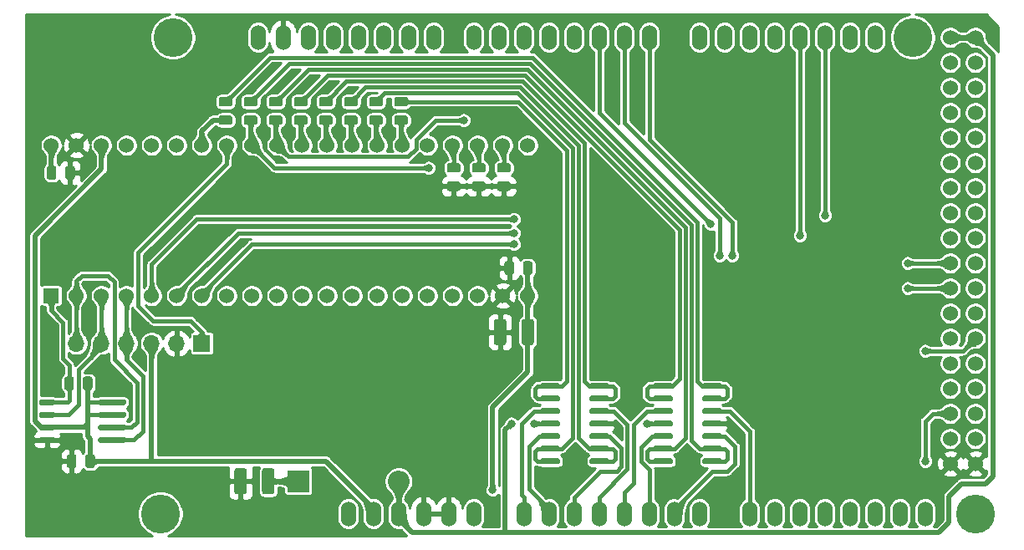
<source format=gtl>
G04 #@! TF.GenerationSoftware,KiCad,Pcbnew,(5.1.7)-1*
G04 #@! TF.CreationDate,2021-04-14T19:18:07-03:00*
G04 #@! TF.ProjectId,BlackPill Adaptor,426c6163-6b50-4696-9c6c-204164617074,rev?*
G04 #@! TF.SameCoordinates,Original*
G04 #@! TF.FileFunction,Copper,L1,Top*
G04 #@! TF.FilePolarity,Positive*
%FSLAX46Y46*%
G04 Gerber Fmt 4.6, Leading zero omitted, Abs format (unit mm)*
G04 Created by KiCad (PCBNEW (5.1.7)-1) date 2021-04-14 19:18:07*
%MOMM*%
%LPD*%
G01*
G04 APERTURE LIST*
G04 #@! TA.AperFunction,ComponentPad*
%ADD10C,1.524000*%
G04 #@! TD*
G04 #@! TA.AperFunction,ComponentPad*
%ADD11R,1.524000X1.524000*%
G04 #@! TD*
G04 #@! TA.AperFunction,ComponentPad*
%ADD12O,2.200000X2.200000*%
G04 #@! TD*
G04 #@! TA.AperFunction,ComponentPad*
%ADD13R,2.200000X2.200000*%
G04 #@! TD*
G04 #@! TA.AperFunction,ComponentPad*
%ADD14O,1.700000X1.700000*%
G04 #@! TD*
G04 #@! TA.AperFunction,ComponentPad*
%ADD15R,1.700000X1.700000*%
G04 #@! TD*
G04 #@! TA.AperFunction,ComponentPad*
%ADD16C,3.937000*%
G04 #@! TD*
G04 #@! TA.AperFunction,ComponentPad*
%ADD17O,1.524000X2.540000*%
G04 #@! TD*
G04 #@! TA.AperFunction,ViaPad*
%ADD18C,0.800000*%
G04 #@! TD*
G04 #@! TA.AperFunction,Conductor*
%ADD19C,0.250000*%
G04 #@! TD*
G04 #@! TA.AperFunction,Conductor*
%ADD20C,0.500000*%
G04 #@! TD*
G04 #@! TA.AperFunction,Conductor*
%ADD21C,0.600000*%
G04 #@! TD*
G04 #@! TA.AperFunction,Conductor*
%ADD22C,0.400000*%
G04 #@! TD*
G04 #@! TA.AperFunction,Conductor*
%ADD23C,0.300000*%
G04 #@! TD*
G04 #@! TA.AperFunction,Conductor*
%ADD24C,0.254000*%
G04 #@! TD*
G04 #@! TA.AperFunction,Conductor*
%ADD25C,0.100000*%
G04 #@! TD*
G04 #@! TA.AperFunction,Conductor*
%ADD26C,0.025400*%
G04 #@! TD*
G04 APERTURE END LIST*
G04 #@! TA.AperFunction,SMDPad,CuDef*
G36*
G01*
X110750000Y-114577000D02*
X110750000Y-114277000D01*
G75*
G02*
X110900000Y-114127000I150000J0D01*
G01*
X112200000Y-114127000D01*
G75*
G02*
X112350000Y-114277000I0J-150000D01*
G01*
X112350000Y-114577000D01*
G75*
G02*
X112200000Y-114727000I-150000J0D01*
G01*
X110900000Y-114727000D01*
G75*
G02*
X110750000Y-114577000I0J150000D01*
G01*
G37*
G04 #@! TD.AperFunction*
G04 #@! TA.AperFunction,SMDPad,CuDef*
G36*
G01*
X110750000Y-115847000D02*
X110750000Y-115547000D01*
G75*
G02*
X110900000Y-115397000I150000J0D01*
G01*
X112200000Y-115397000D01*
G75*
G02*
X112350000Y-115547000I0J-150000D01*
G01*
X112350000Y-115847000D01*
G75*
G02*
X112200000Y-115997000I-150000J0D01*
G01*
X110900000Y-115997000D01*
G75*
G02*
X110750000Y-115847000I0J150000D01*
G01*
G37*
G04 #@! TD.AperFunction*
G04 #@! TA.AperFunction,SMDPad,CuDef*
G36*
G01*
X110750000Y-117117000D02*
X110750000Y-116817000D01*
G75*
G02*
X110900000Y-116667000I150000J0D01*
G01*
X112200000Y-116667000D01*
G75*
G02*
X112350000Y-116817000I0J-150000D01*
G01*
X112350000Y-117117000D01*
G75*
G02*
X112200000Y-117267000I-150000J0D01*
G01*
X110900000Y-117267000D01*
G75*
G02*
X110750000Y-117117000I0J150000D01*
G01*
G37*
G04 #@! TD.AperFunction*
G04 #@! TA.AperFunction,SMDPad,CuDef*
G36*
G01*
X110750000Y-118387000D02*
X110750000Y-118087000D01*
G75*
G02*
X110900000Y-117937000I150000J0D01*
G01*
X112200000Y-117937000D01*
G75*
G02*
X112350000Y-118087000I0J-150000D01*
G01*
X112350000Y-118387000D01*
G75*
G02*
X112200000Y-118537000I-150000J0D01*
G01*
X110900000Y-118537000D01*
G75*
G02*
X110750000Y-118387000I0J150000D01*
G01*
G37*
G04 #@! TD.AperFunction*
G04 #@! TA.AperFunction,SMDPad,CuDef*
G36*
G01*
X103550000Y-118387000D02*
X103550000Y-118087000D01*
G75*
G02*
X103700000Y-117937000I150000J0D01*
G01*
X105000000Y-117937000D01*
G75*
G02*
X105150000Y-118087000I0J-150000D01*
G01*
X105150000Y-118387000D01*
G75*
G02*
X105000000Y-118537000I-150000J0D01*
G01*
X103700000Y-118537000D01*
G75*
G02*
X103550000Y-118387000I0J150000D01*
G01*
G37*
G04 #@! TD.AperFunction*
G04 #@! TA.AperFunction,SMDPad,CuDef*
G36*
G01*
X103550000Y-117117000D02*
X103550000Y-116817000D01*
G75*
G02*
X103700000Y-116667000I150000J0D01*
G01*
X105000000Y-116667000D01*
G75*
G02*
X105150000Y-116817000I0J-150000D01*
G01*
X105150000Y-117117000D01*
G75*
G02*
X105000000Y-117267000I-150000J0D01*
G01*
X103700000Y-117267000D01*
G75*
G02*
X103550000Y-117117000I0J150000D01*
G01*
G37*
G04 #@! TD.AperFunction*
G04 #@! TA.AperFunction,SMDPad,CuDef*
G36*
G01*
X103550000Y-115847000D02*
X103550000Y-115547000D01*
G75*
G02*
X103700000Y-115397000I150000J0D01*
G01*
X105000000Y-115397000D01*
G75*
G02*
X105150000Y-115547000I0J-150000D01*
G01*
X105150000Y-115847000D01*
G75*
G02*
X105000000Y-115997000I-150000J0D01*
G01*
X103700000Y-115997000D01*
G75*
G02*
X103550000Y-115847000I0J150000D01*
G01*
G37*
G04 #@! TD.AperFunction*
G04 #@! TA.AperFunction,SMDPad,CuDef*
G36*
G01*
X103550000Y-114577000D02*
X103550000Y-114277000D01*
G75*
G02*
X103700000Y-114127000I150000J0D01*
G01*
X105000000Y-114127000D01*
G75*
G02*
X105150000Y-114277000I0J-150000D01*
G01*
X105150000Y-114577000D01*
G75*
G02*
X105000000Y-114727000I-150000J0D01*
G01*
X103700000Y-114727000D01*
G75*
G02*
X103550000Y-114577000I0J150000D01*
G01*
G37*
G04 #@! TD.AperFunction*
G04 #@! TA.AperFunction,SMDPad,CuDef*
G36*
G01*
X170729000Y-112926000D02*
X170729000Y-112626000D01*
G75*
G02*
X170879000Y-112476000I150000J0D01*
G01*
X172529000Y-112476000D01*
G75*
G02*
X172679000Y-112626000I0J-150000D01*
G01*
X172679000Y-112926000D01*
G75*
G02*
X172529000Y-113076000I-150000J0D01*
G01*
X170879000Y-113076000D01*
G75*
G02*
X170729000Y-112926000I0J150000D01*
G01*
G37*
G04 #@! TD.AperFunction*
G04 #@! TA.AperFunction,SMDPad,CuDef*
G36*
G01*
X170729000Y-114196000D02*
X170729000Y-113896000D01*
G75*
G02*
X170879000Y-113746000I150000J0D01*
G01*
X172529000Y-113746000D01*
G75*
G02*
X172679000Y-113896000I0J-150000D01*
G01*
X172679000Y-114196000D01*
G75*
G02*
X172529000Y-114346000I-150000J0D01*
G01*
X170879000Y-114346000D01*
G75*
G02*
X170729000Y-114196000I0J150000D01*
G01*
G37*
G04 #@! TD.AperFunction*
G04 #@! TA.AperFunction,SMDPad,CuDef*
G36*
G01*
X170729000Y-115466000D02*
X170729000Y-115166000D01*
G75*
G02*
X170879000Y-115016000I150000J0D01*
G01*
X172529000Y-115016000D01*
G75*
G02*
X172679000Y-115166000I0J-150000D01*
G01*
X172679000Y-115466000D01*
G75*
G02*
X172529000Y-115616000I-150000J0D01*
G01*
X170879000Y-115616000D01*
G75*
G02*
X170729000Y-115466000I0J150000D01*
G01*
G37*
G04 #@! TD.AperFunction*
G04 #@! TA.AperFunction,SMDPad,CuDef*
G36*
G01*
X170729000Y-116736000D02*
X170729000Y-116436000D01*
G75*
G02*
X170879000Y-116286000I150000J0D01*
G01*
X172529000Y-116286000D01*
G75*
G02*
X172679000Y-116436000I0J-150000D01*
G01*
X172679000Y-116736000D01*
G75*
G02*
X172529000Y-116886000I-150000J0D01*
G01*
X170879000Y-116886000D01*
G75*
G02*
X170729000Y-116736000I0J150000D01*
G01*
G37*
G04 #@! TD.AperFunction*
G04 #@! TA.AperFunction,SMDPad,CuDef*
G36*
G01*
X170729000Y-118006000D02*
X170729000Y-117706000D01*
G75*
G02*
X170879000Y-117556000I150000J0D01*
G01*
X172529000Y-117556000D01*
G75*
G02*
X172679000Y-117706000I0J-150000D01*
G01*
X172679000Y-118006000D01*
G75*
G02*
X172529000Y-118156000I-150000J0D01*
G01*
X170879000Y-118156000D01*
G75*
G02*
X170729000Y-118006000I0J150000D01*
G01*
G37*
G04 #@! TD.AperFunction*
G04 #@! TA.AperFunction,SMDPad,CuDef*
G36*
G01*
X170729000Y-119276000D02*
X170729000Y-118976000D01*
G75*
G02*
X170879000Y-118826000I150000J0D01*
G01*
X172529000Y-118826000D01*
G75*
G02*
X172679000Y-118976000I0J-150000D01*
G01*
X172679000Y-119276000D01*
G75*
G02*
X172529000Y-119426000I-150000J0D01*
G01*
X170879000Y-119426000D01*
G75*
G02*
X170729000Y-119276000I0J150000D01*
G01*
G37*
G04 #@! TD.AperFunction*
G04 #@! TA.AperFunction,SMDPad,CuDef*
G36*
G01*
X170729000Y-120546000D02*
X170729000Y-120246000D01*
G75*
G02*
X170879000Y-120096000I150000J0D01*
G01*
X172529000Y-120096000D01*
G75*
G02*
X172679000Y-120246000I0J-150000D01*
G01*
X172679000Y-120546000D01*
G75*
G02*
X172529000Y-120696000I-150000J0D01*
G01*
X170879000Y-120696000D01*
G75*
G02*
X170729000Y-120546000I0J150000D01*
G01*
G37*
G04 #@! TD.AperFunction*
G04 #@! TA.AperFunction,SMDPad,CuDef*
G36*
G01*
X165779000Y-120546000D02*
X165779000Y-120246000D01*
G75*
G02*
X165929000Y-120096000I150000J0D01*
G01*
X167579000Y-120096000D01*
G75*
G02*
X167729000Y-120246000I0J-150000D01*
G01*
X167729000Y-120546000D01*
G75*
G02*
X167579000Y-120696000I-150000J0D01*
G01*
X165929000Y-120696000D01*
G75*
G02*
X165779000Y-120546000I0J150000D01*
G01*
G37*
G04 #@! TD.AperFunction*
G04 #@! TA.AperFunction,SMDPad,CuDef*
G36*
G01*
X165779000Y-119276000D02*
X165779000Y-118976000D01*
G75*
G02*
X165929000Y-118826000I150000J0D01*
G01*
X167579000Y-118826000D01*
G75*
G02*
X167729000Y-118976000I0J-150000D01*
G01*
X167729000Y-119276000D01*
G75*
G02*
X167579000Y-119426000I-150000J0D01*
G01*
X165929000Y-119426000D01*
G75*
G02*
X165779000Y-119276000I0J150000D01*
G01*
G37*
G04 #@! TD.AperFunction*
G04 #@! TA.AperFunction,SMDPad,CuDef*
G36*
G01*
X165779000Y-118006000D02*
X165779000Y-117706000D01*
G75*
G02*
X165929000Y-117556000I150000J0D01*
G01*
X167579000Y-117556000D01*
G75*
G02*
X167729000Y-117706000I0J-150000D01*
G01*
X167729000Y-118006000D01*
G75*
G02*
X167579000Y-118156000I-150000J0D01*
G01*
X165929000Y-118156000D01*
G75*
G02*
X165779000Y-118006000I0J150000D01*
G01*
G37*
G04 #@! TD.AperFunction*
G04 #@! TA.AperFunction,SMDPad,CuDef*
G36*
G01*
X165779000Y-116736000D02*
X165779000Y-116436000D01*
G75*
G02*
X165929000Y-116286000I150000J0D01*
G01*
X167579000Y-116286000D01*
G75*
G02*
X167729000Y-116436000I0J-150000D01*
G01*
X167729000Y-116736000D01*
G75*
G02*
X167579000Y-116886000I-150000J0D01*
G01*
X165929000Y-116886000D01*
G75*
G02*
X165779000Y-116736000I0J150000D01*
G01*
G37*
G04 #@! TD.AperFunction*
G04 #@! TA.AperFunction,SMDPad,CuDef*
G36*
G01*
X165779000Y-115466000D02*
X165779000Y-115166000D01*
G75*
G02*
X165929000Y-115016000I150000J0D01*
G01*
X167579000Y-115016000D01*
G75*
G02*
X167729000Y-115166000I0J-150000D01*
G01*
X167729000Y-115466000D01*
G75*
G02*
X167579000Y-115616000I-150000J0D01*
G01*
X165929000Y-115616000D01*
G75*
G02*
X165779000Y-115466000I0J150000D01*
G01*
G37*
G04 #@! TD.AperFunction*
G04 #@! TA.AperFunction,SMDPad,CuDef*
G36*
G01*
X165779000Y-114196000D02*
X165779000Y-113896000D01*
G75*
G02*
X165929000Y-113746000I150000J0D01*
G01*
X167579000Y-113746000D01*
G75*
G02*
X167729000Y-113896000I0J-150000D01*
G01*
X167729000Y-114196000D01*
G75*
G02*
X167579000Y-114346000I-150000J0D01*
G01*
X165929000Y-114346000D01*
G75*
G02*
X165779000Y-114196000I0J150000D01*
G01*
G37*
G04 #@! TD.AperFunction*
G04 #@! TA.AperFunction,SMDPad,CuDef*
G36*
G01*
X165779000Y-112926000D02*
X165779000Y-112626000D01*
G75*
G02*
X165929000Y-112476000I150000J0D01*
G01*
X167579000Y-112476000D01*
G75*
G02*
X167729000Y-112626000I0J-150000D01*
G01*
X167729000Y-112926000D01*
G75*
G02*
X167579000Y-113076000I-150000J0D01*
G01*
X165929000Y-113076000D01*
G75*
G02*
X165779000Y-112926000I0J150000D01*
G01*
G37*
G04 #@! TD.AperFunction*
G04 #@! TA.AperFunction,SMDPad,CuDef*
G36*
G01*
X121971750Y-85364500D02*
X122884250Y-85364500D01*
G75*
G02*
X123128000Y-85608250I0J-243750D01*
G01*
X123128000Y-86095750D01*
G75*
G02*
X122884250Y-86339500I-243750J0D01*
G01*
X121971750Y-86339500D01*
G75*
G02*
X121728000Y-86095750I0J243750D01*
G01*
X121728000Y-85608250D01*
G75*
G02*
X121971750Y-85364500I243750J0D01*
G01*
G37*
G04 #@! TD.AperFunction*
G04 #@! TA.AperFunction,SMDPad,CuDef*
G36*
G01*
X121971750Y-83489500D02*
X122884250Y-83489500D01*
G75*
G02*
X123128000Y-83733250I0J-243750D01*
G01*
X123128000Y-84220750D01*
G75*
G02*
X122884250Y-84464500I-243750J0D01*
G01*
X121971750Y-84464500D01*
G75*
G02*
X121728000Y-84220750I0J243750D01*
G01*
X121728000Y-83733250D01*
G75*
G02*
X121971750Y-83489500I243750J0D01*
G01*
G37*
G04 #@! TD.AperFunction*
G04 #@! TA.AperFunction,SMDPad,CuDef*
G36*
G01*
X124511750Y-85364500D02*
X125424250Y-85364500D01*
G75*
G02*
X125668000Y-85608250I0J-243750D01*
G01*
X125668000Y-86095750D01*
G75*
G02*
X125424250Y-86339500I-243750J0D01*
G01*
X124511750Y-86339500D01*
G75*
G02*
X124268000Y-86095750I0J243750D01*
G01*
X124268000Y-85608250D01*
G75*
G02*
X124511750Y-85364500I243750J0D01*
G01*
G37*
G04 #@! TD.AperFunction*
G04 #@! TA.AperFunction,SMDPad,CuDef*
G36*
G01*
X124511750Y-83489500D02*
X125424250Y-83489500D01*
G75*
G02*
X125668000Y-83733250I0J-243750D01*
G01*
X125668000Y-84220750D01*
G75*
G02*
X125424250Y-84464500I-243750J0D01*
G01*
X124511750Y-84464500D01*
G75*
G02*
X124268000Y-84220750I0J243750D01*
G01*
X124268000Y-83733250D01*
G75*
G02*
X124511750Y-83489500I243750J0D01*
G01*
G37*
G04 #@! TD.AperFunction*
G04 #@! TA.AperFunction,SMDPad,CuDef*
G36*
G01*
X127051750Y-85364500D02*
X127964250Y-85364500D01*
G75*
G02*
X128208000Y-85608250I0J-243750D01*
G01*
X128208000Y-86095750D01*
G75*
G02*
X127964250Y-86339500I-243750J0D01*
G01*
X127051750Y-86339500D01*
G75*
G02*
X126808000Y-86095750I0J243750D01*
G01*
X126808000Y-85608250D01*
G75*
G02*
X127051750Y-85364500I243750J0D01*
G01*
G37*
G04 #@! TD.AperFunction*
G04 #@! TA.AperFunction,SMDPad,CuDef*
G36*
G01*
X127051750Y-83489500D02*
X127964250Y-83489500D01*
G75*
G02*
X128208000Y-83733250I0J-243750D01*
G01*
X128208000Y-84220750D01*
G75*
G02*
X127964250Y-84464500I-243750J0D01*
G01*
X127051750Y-84464500D01*
G75*
G02*
X126808000Y-84220750I0J243750D01*
G01*
X126808000Y-83733250D01*
G75*
G02*
X127051750Y-83489500I243750J0D01*
G01*
G37*
G04 #@! TD.AperFunction*
G04 #@! TA.AperFunction,SMDPad,CuDef*
G36*
G01*
X129591750Y-85364500D02*
X130504250Y-85364500D01*
G75*
G02*
X130748000Y-85608250I0J-243750D01*
G01*
X130748000Y-86095750D01*
G75*
G02*
X130504250Y-86339500I-243750J0D01*
G01*
X129591750Y-86339500D01*
G75*
G02*
X129348000Y-86095750I0J243750D01*
G01*
X129348000Y-85608250D01*
G75*
G02*
X129591750Y-85364500I243750J0D01*
G01*
G37*
G04 #@! TD.AperFunction*
G04 #@! TA.AperFunction,SMDPad,CuDef*
G36*
G01*
X129591750Y-83489500D02*
X130504250Y-83489500D01*
G75*
G02*
X130748000Y-83733250I0J-243750D01*
G01*
X130748000Y-84220750D01*
G75*
G02*
X130504250Y-84464500I-243750J0D01*
G01*
X129591750Y-84464500D01*
G75*
G02*
X129348000Y-84220750I0J243750D01*
G01*
X129348000Y-83733250D01*
G75*
G02*
X129591750Y-83489500I243750J0D01*
G01*
G37*
G04 #@! TD.AperFunction*
G04 #@! TA.AperFunction,SMDPad,CuDef*
G36*
G01*
X132131750Y-85364500D02*
X133044250Y-85364500D01*
G75*
G02*
X133288000Y-85608250I0J-243750D01*
G01*
X133288000Y-86095750D01*
G75*
G02*
X133044250Y-86339500I-243750J0D01*
G01*
X132131750Y-86339500D01*
G75*
G02*
X131888000Y-86095750I0J243750D01*
G01*
X131888000Y-85608250D01*
G75*
G02*
X132131750Y-85364500I243750J0D01*
G01*
G37*
G04 #@! TD.AperFunction*
G04 #@! TA.AperFunction,SMDPad,CuDef*
G36*
G01*
X132131750Y-83489500D02*
X133044250Y-83489500D01*
G75*
G02*
X133288000Y-83733250I0J-243750D01*
G01*
X133288000Y-84220750D01*
G75*
G02*
X133044250Y-84464500I-243750J0D01*
G01*
X132131750Y-84464500D01*
G75*
G02*
X131888000Y-84220750I0J243750D01*
G01*
X131888000Y-83733250D01*
G75*
G02*
X132131750Y-83489500I243750J0D01*
G01*
G37*
G04 #@! TD.AperFunction*
G04 #@! TA.AperFunction,SMDPad,CuDef*
G36*
G01*
X134671750Y-85364500D02*
X135584250Y-85364500D01*
G75*
G02*
X135828000Y-85608250I0J-243750D01*
G01*
X135828000Y-86095750D01*
G75*
G02*
X135584250Y-86339500I-243750J0D01*
G01*
X134671750Y-86339500D01*
G75*
G02*
X134428000Y-86095750I0J243750D01*
G01*
X134428000Y-85608250D01*
G75*
G02*
X134671750Y-85364500I243750J0D01*
G01*
G37*
G04 #@! TD.AperFunction*
G04 #@! TA.AperFunction,SMDPad,CuDef*
G36*
G01*
X134671750Y-83489500D02*
X135584250Y-83489500D01*
G75*
G02*
X135828000Y-83733250I0J-243750D01*
G01*
X135828000Y-84220750D01*
G75*
G02*
X135584250Y-84464500I-243750J0D01*
G01*
X134671750Y-84464500D01*
G75*
G02*
X134428000Y-84220750I0J243750D01*
G01*
X134428000Y-83733250D01*
G75*
G02*
X134671750Y-83489500I243750J0D01*
G01*
G37*
G04 #@! TD.AperFunction*
G04 #@! TA.AperFunction,SMDPad,CuDef*
G36*
G01*
X137211750Y-85364500D02*
X138124250Y-85364500D01*
G75*
G02*
X138368000Y-85608250I0J-243750D01*
G01*
X138368000Y-86095750D01*
G75*
G02*
X138124250Y-86339500I-243750J0D01*
G01*
X137211750Y-86339500D01*
G75*
G02*
X136968000Y-86095750I0J243750D01*
G01*
X136968000Y-85608250D01*
G75*
G02*
X137211750Y-85364500I243750J0D01*
G01*
G37*
G04 #@! TD.AperFunction*
G04 #@! TA.AperFunction,SMDPad,CuDef*
G36*
G01*
X137211750Y-83489500D02*
X138124250Y-83489500D01*
G75*
G02*
X138368000Y-83733250I0J-243750D01*
G01*
X138368000Y-84220750D01*
G75*
G02*
X138124250Y-84464500I-243750J0D01*
G01*
X137211750Y-84464500D01*
G75*
G02*
X136968000Y-84220750I0J243750D01*
G01*
X136968000Y-83733250D01*
G75*
G02*
X137211750Y-83489500I243750J0D01*
G01*
G37*
G04 #@! TD.AperFunction*
D10*
X104775000Y-88392000D03*
X107315000Y-88392000D03*
X109855000Y-88392000D03*
X112395000Y-88392000D03*
X114935000Y-88392000D03*
X117475000Y-88392000D03*
X120015000Y-88392000D03*
X122555000Y-88392000D03*
X125095000Y-88392000D03*
X127635000Y-88392000D03*
X130175000Y-88392000D03*
X132715000Y-88392000D03*
X135255000Y-88392000D03*
X137795000Y-88392000D03*
X140335000Y-88392000D03*
X142875000Y-88392000D03*
X145415000Y-88392000D03*
X147955000Y-88392000D03*
X150495000Y-88392000D03*
X153035000Y-88392000D03*
X153035000Y-103632000D03*
X150495000Y-103632000D03*
X147955000Y-103632000D03*
X145415000Y-103632000D03*
X142875000Y-103632000D03*
X140335000Y-103632000D03*
X137795000Y-103632000D03*
X135255000Y-103632000D03*
X132715000Y-103632000D03*
X130175000Y-103632000D03*
X127635000Y-103632000D03*
X125095000Y-103632000D03*
X122555000Y-103632000D03*
X120015000Y-103632000D03*
X117475000Y-103632000D03*
X114935000Y-103632000D03*
X112395000Y-103632000D03*
X109855000Y-103632000D03*
X107315000Y-103632000D03*
D11*
X104775000Y-103632000D03*
D12*
X139954000Y-122428000D03*
D13*
X129794000Y-122428000D03*
G04 #@! TA.AperFunction,SMDPad,CuDef*
G36*
G01*
X107324500Y-119939750D02*
X107324500Y-120852250D01*
G75*
G02*
X107080750Y-121096000I-243750J0D01*
G01*
X106593250Y-121096000D01*
G75*
G02*
X106349500Y-120852250I0J243750D01*
G01*
X106349500Y-119939750D01*
G75*
G02*
X106593250Y-119696000I243750J0D01*
G01*
X107080750Y-119696000D01*
G75*
G02*
X107324500Y-119939750I0J-243750D01*
G01*
G37*
G04 #@! TD.AperFunction*
G04 #@! TA.AperFunction,SMDPad,CuDef*
G36*
G01*
X109199500Y-119939750D02*
X109199500Y-120852250D01*
G75*
G02*
X108955750Y-121096000I-243750J0D01*
G01*
X108468250Y-121096000D01*
G75*
G02*
X108224500Y-120852250I0J243750D01*
G01*
X108224500Y-119939750D01*
G75*
G02*
X108468250Y-119696000I243750J0D01*
G01*
X108955750Y-119696000D01*
G75*
G02*
X109199500Y-119939750I0J-243750D01*
G01*
G37*
G04 #@! TD.AperFunction*
D14*
X107315000Y-108458000D03*
X109855000Y-108458000D03*
X112395000Y-108458000D03*
X114935000Y-108458000D03*
X117475000Y-108458000D03*
D15*
X120015000Y-108458000D03*
G04 #@! TA.AperFunction,SMDPad,CuDef*
G36*
G01*
X106192500Y-91642250D02*
X106192500Y-90729750D01*
G75*
G02*
X106436250Y-90486000I243750J0D01*
G01*
X106923750Y-90486000D01*
G75*
G02*
X107167500Y-90729750I0J-243750D01*
G01*
X107167500Y-91642250D01*
G75*
G02*
X106923750Y-91886000I-243750J0D01*
G01*
X106436250Y-91886000D01*
G75*
G02*
X106192500Y-91642250I0J243750D01*
G01*
G37*
G04 #@! TD.AperFunction*
G04 #@! TA.AperFunction,SMDPad,CuDef*
G36*
G01*
X104317500Y-91642250D02*
X104317500Y-90729750D01*
G75*
G02*
X104561250Y-90486000I243750J0D01*
G01*
X105048750Y-90486000D01*
G75*
G02*
X105292500Y-90729750I0J-243750D01*
G01*
X105292500Y-91642250D01*
G75*
G02*
X105048750Y-91886000I-243750J0D01*
G01*
X104561250Y-91886000D01*
G75*
G02*
X104317500Y-91642250I0J243750D01*
G01*
G37*
G04 #@! TD.AperFunction*
G04 #@! TA.AperFunction,SMDPad,CuDef*
G36*
G01*
X147625750Y-92065500D02*
X148538250Y-92065500D01*
G75*
G02*
X148782000Y-92309250I0J-243750D01*
G01*
X148782000Y-92796750D01*
G75*
G02*
X148538250Y-93040500I-243750J0D01*
G01*
X147625750Y-93040500D01*
G75*
G02*
X147382000Y-92796750I0J243750D01*
G01*
X147382000Y-92309250D01*
G75*
G02*
X147625750Y-92065500I243750J0D01*
G01*
G37*
G04 #@! TD.AperFunction*
G04 #@! TA.AperFunction,SMDPad,CuDef*
G36*
G01*
X147625750Y-90190500D02*
X148538250Y-90190500D01*
G75*
G02*
X148782000Y-90434250I0J-243750D01*
G01*
X148782000Y-90921750D01*
G75*
G02*
X148538250Y-91165500I-243750J0D01*
G01*
X147625750Y-91165500D01*
G75*
G02*
X147382000Y-90921750I0J243750D01*
G01*
X147382000Y-90434250D01*
G75*
G02*
X147625750Y-90190500I243750J0D01*
G01*
G37*
G04 #@! TD.AperFunction*
G04 #@! TA.AperFunction,SMDPad,CuDef*
G36*
G01*
X145085750Y-92065500D02*
X145998250Y-92065500D01*
G75*
G02*
X146242000Y-92309250I0J-243750D01*
G01*
X146242000Y-92796750D01*
G75*
G02*
X145998250Y-93040500I-243750J0D01*
G01*
X145085750Y-93040500D01*
G75*
G02*
X144842000Y-92796750I0J243750D01*
G01*
X144842000Y-92309250D01*
G75*
G02*
X145085750Y-92065500I243750J0D01*
G01*
G37*
G04 #@! TD.AperFunction*
G04 #@! TA.AperFunction,SMDPad,CuDef*
G36*
G01*
X145085750Y-90190500D02*
X145998250Y-90190500D01*
G75*
G02*
X146242000Y-90434250I0J-243750D01*
G01*
X146242000Y-90921750D01*
G75*
G02*
X145998250Y-91165500I-243750J0D01*
G01*
X145085750Y-91165500D01*
G75*
G02*
X144842000Y-90921750I0J243750D01*
G01*
X144842000Y-90434250D01*
G75*
G02*
X145085750Y-90190500I243750J0D01*
G01*
G37*
G04 #@! TD.AperFunction*
G04 #@! TA.AperFunction,SMDPad,CuDef*
G36*
G01*
X150165750Y-92065500D02*
X151078250Y-92065500D01*
G75*
G02*
X151322000Y-92309250I0J-243750D01*
G01*
X151322000Y-92796750D01*
G75*
G02*
X151078250Y-93040500I-243750J0D01*
G01*
X150165750Y-93040500D01*
G75*
G02*
X149922000Y-92796750I0J243750D01*
G01*
X149922000Y-92309250D01*
G75*
G02*
X150165750Y-92065500I243750J0D01*
G01*
G37*
G04 #@! TD.AperFunction*
G04 #@! TA.AperFunction,SMDPad,CuDef*
G36*
G01*
X150165750Y-90190500D02*
X151078250Y-90190500D01*
G75*
G02*
X151322000Y-90434250I0J-243750D01*
G01*
X151322000Y-90921750D01*
G75*
G02*
X151078250Y-91165500I-243750J0D01*
G01*
X150165750Y-91165500D01*
G75*
G02*
X149922000Y-90921750I0J243750D01*
G01*
X149922000Y-90434250D01*
G75*
G02*
X150165750Y-90190500I243750J0D01*
G01*
G37*
G04 #@! TD.AperFunction*
G04 #@! TA.AperFunction,SMDPad,CuDef*
G36*
G01*
X159299000Y-112926000D02*
X159299000Y-112626000D01*
G75*
G02*
X159449000Y-112476000I150000J0D01*
G01*
X161099000Y-112476000D01*
G75*
G02*
X161249000Y-112626000I0J-150000D01*
G01*
X161249000Y-112926000D01*
G75*
G02*
X161099000Y-113076000I-150000J0D01*
G01*
X159449000Y-113076000D01*
G75*
G02*
X159299000Y-112926000I0J150000D01*
G01*
G37*
G04 #@! TD.AperFunction*
G04 #@! TA.AperFunction,SMDPad,CuDef*
G36*
G01*
X159299000Y-114196000D02*
X159299000Y-113896000D01*
G75*
G02*
X159449000Y-113746000I150000J0D01*
G01*
X161099000Y-113746000D01*
G75*
G02*
X161249000Y-113896000I0J-150000D01*
G01*
X161249000Y-114196000D01*
G75*
G02*
X161099000Y-114346000I-150000J0D01*
G01*
X159449000Y-114346000D01*
G75*
G02*
X159299000Y-114196000I0J150000D01*
G01*
G37*
G04 #@! TD.AperFunction*
G04 #@! TA.AperFunction,SMDPad,CuDef*
G36*
G01*
X159299000Y-115466000D02*
X159299000Y-115166000D01*
G75*
G02*
X159449000Y-115016000I150000J0D01*
G01*
X161099000Y-115016000D01*
G75*
G02*
X161249000Y-115166000I0J-150000D01*
G01*
X161249000Y-115466000D01*
G75*
G02*
X161099000Y-115616000I-150000J0D01*
G01*
X159449000Y-115616000D01*
G75*
G02*
X159299000Y-115466000I0J150000D01*
G01*
G37*
G04 #@! TD.AperFunction*
G04 #@! TA.AperFunction,SMDPad,CuDef*
G36*
G01*
X159299000Y-116736000D02*
X159299000Y-116436000D01*
G75*
G02*
X159449000Y-116286000I150000J0D01*
G01*
X161099000Y-116286000D01*
G75*
G02*
X161249000Y-116436000I0J-150000D01*
G01*
X161249000Y-116736000D01*
G75*
G02*
X161099000Y-116886000I-150000J0D01*
G01*
X159449000Y-116886000D01*
G75*
G02*
X159299000Y-116736000I0J150000D01*
G01*
G37*
G04 #@! TD.AperFunction*
G04 #@! TA.AperFunction,SMDPad,CuDef*
G36*
G01*
X159299000Y-118006000D02*
X159299000Y-117706000D01*
G75*
G02*
X159449000Y-117556000I150000J0D01*
G01*
X161099000Y-117556000D01*
G75*
G02*
X161249000Y-117706000I0J-150000D01*
G01*
X161249000Y-118006000D01*
G75*
G02*
X161099000Y-118156000I-150000J0D01*
G01*
X159449000Y-118156000D01*
G75*
G02*
X159299000Y-118006000I0J150000D01*
G01*
G37*
G04 #@! TD.AperFunction*
G04 #@! TA.AperFunction,SMDPad,CuDef*
G36*
G01*
X159299000Y-119276000D02*
X159299000Y-118976000D01*
G75*
G02*
X159449000Y-118826000I150000J0D01*
G01*
X161099000Y-118826000D01*
G75*
G02*
X161249000Y-118976000I0J-150000D01*
G01*
X161249000Y-119276000D01*
G75*
G02*
X161099000Y-119426000I-150000J0D01*
G01*
X159449000Y-119426000D01*
G75*
G02*
X159299000Y-119276000I0J150000D01*
G01*
G37*
G04 #@! TD.AperFunction*
G04 #@! TA.AperFunction,SMDPad,CuDef*
G36*
G01*
X159299000Y-120546000D02*
X159299000Y-120246000D01*
G75*
G02*
X159449000Y-120096000I150000J0D01*
G01*
X161099000Y-120096000D01*
G75*
G02*
X161249000Y-120246000I0J-150000D01*
G01*
X161249000Y-120546000D01*
G75*
G02*
X161099000Y-120696000I-150000J0D01*
G01*
X159449000Y-120696000D01*
G75*
G02*
X159299000Y-120546000I0J150000D01*
G01*
G37*
G04 #@! TD.AperFunction*
G04 #@! TA.AperFunction,SMDPad,CuDef*
G36*
G01*
X154349000Y-120546000D02*
X154349000Y-120246000D01*
G75*
G02*
X154499000Y-120096000I150000J0D01*
G01*
X156149000Y-120096000D01*
G75*
G02*
X156299000Y-120246000I0J-150000D01*
G01*
X156299000Y-120546000D01*
G75*
G02*
X156149000Y-120696000I-150000J0D01*
G01*
X154499000Y-120696000D01*
G75*
G02*
X154349000Y-120546000I0J150000D01*
G01*
G37*
G04 #@! TD.AperFunction*
G04 #@! TA.AperFunction,SMDPad,CuDef*
G36*
G01*
X154349000Y-119276000D02*
X154349000Y-118976000D01*
G75*
G02*
X154499000Y-118826000I150000J0D01*
G01*
X156149000Y-118826000D01*
G75*
G02*
X156299000Y-118976000I0J-150000D01*
G01*
X156299000Y-119276000D01*
G75*
G02*
X156149000Y-119426000I-150000J0D01*
G01*
X154499000Y-119426000D01*
G75*
G02*
X154349000Y-119276000I0J150000D01*
G01*
G37*
G04 #@! TD.AperFunction*
G04 #@! TA.AperFunction,SMDPad,CuDef*
G36*
G01*
X154349000Y-118006000D02*
X154349000Y-117706000D01*
G75*
G02*
X154499000Y-117556000I150000J0D01*
G01*
X156149000Y-117556000D01*
G75*
G02*
X156299000Y-117706000I0J-150000D01*
G01*
X156299000Y-118006000D01*
G75*
G02*
X156149000Y-118156000I-150000J0D01*
G01*
X154499000Y-118156000D01*
G75*
G02*
X154349000Y-118006000I0J150000D01*
G01*
G37*
G04 #@! TD.AperFunction*
G04 #@! TA.AperFunction,SMDPad,CuDef*
G36*
G01*
X154349000Y-116736000D02*
X154349000Y-116436000D01*
G75*
G02*
X154499000Y-116286000I150000J0D01*
G01*
X156149000Y-116286000D01*
G75*
G02*
X156299000Y-116436000I0J-150000D01*
G01*
X156299000Y-116736000D01*
G75*
G02*
X156149000Y-116886000I-150000J0D01*
G01*
X154499000Y-116886000D01*
G75*
G02*
X154349000Y-116736000I0J150000D01*
G01*
G37*
G04 #@! TD.AperFunction*
G04 #@! TA.AperFunction,SMDPad,CuDef*
G36*
G01*
X154349000Y-115466000D02*
X154349000Y-115166000D01*
G75*
G02*
X154499000Y-115016000I150000J0D01*
G01*
X156149000Y-115016000D01*
G75*
G02*
X156299000Y-115166000I0J-150000D01*
G01*
X156299000Y-115466000D01*
G75*
G02*
X156149000Y-115616000I-150000J0D01*
G01*
X154499000Y-115616000D01*
G75*
G02*
X154349000Y-115466000I0J150000D01*
G01*
G37*
G04 #@! TD.AperFunction*
G04 #@! TA.AperFunction,SMDPad,CuDef*
G36*
G01*
X154349000Y-114196000D02*
X154349000Y-113896000D01*
G75*
G02*
X154499000Y-113746000I150000J0D01*
G01*
X156149000Y-113746000D01*
G75*
G02*
X156299000Y-113896000I0J-150000D01*
G01*
X156299000Y-114196000D01*
G75*
G02*
X156149000Y-114346000I-150000J0D01*
G01*
X154499000Y-114346000D01*
G75*
G02*
X154349000Y-114196000I0J150000D01*
G01*
G37*
G04 #@! TD.AperFunction*
G04 #@! TA.AperFunction,SMDPad,CuDef*
G36*
G01*
X154349000Y-112926000D02*
X154349000Y-112626000D01*
G75*
G02*
X154499000Y-112476000I150000J0D01*
G01*
X156149000Y-112476000D01*
G75*
G02*
X156299000Y-112626000I0J-150000D01*
G01*
X156299000Y-112926000D01*
G75*
G02*
X156149000Y-113076000I-150000J0D01*
G01*
X154499000Y-113076000D01*
G75*
G02*
X154349000Y-112926000I0J150000D01*
G01*
G37*
G04 #@! TD.AperFunction*
D10*
X198374000Y-120650000D03*
X195834000Y-120650000D03*
X198374000Y-118110000D03*
X195834000Y-118110000D03*
X198374000Y-115570000D03*
X195834000Y-115570000D03*
X198374000Y-113030000D03*
X195834000Y-113030000D03*
X198374000Y-110490000D03*
X195834000Y-110490000D03*
X198374000Y-107950000D03*
X195834000Y-107950000D03*
X198374000Y-105410000D03*
X195834000Y-105410000D03*
X198374000Y-102870000D03*
X195834000Y-102870000D03*
X198374000Y-100330000D03*
X195834000Y-100330000D03*
X198374000Y-97790000D03*
X195834000Y-97790000D03*
X198374000Y-95250000D03*
X195834000Y-95250000D03*
X198374000Y-92710000D03*
X195834000Y-92710000D03*
X195834000Y-90170000D03*
X198374000Y-90170000D03*
X198374000Y-77470000D03*
X195834000Y-77470000D03*
X198374000Y-87630000D03*
X195834000Y-87630000D03*
X198374000Y-85090000D03*
X195834000Y-85090000D03*
X198374000Y-82550000D03*
X195834000Y-82550000D03*
X198374000Y-80010000D03*
X195834000Y-80010000D03*
D16*
X115824000Y-125730000D03*
X117094000Y-77470000D03*
X192024000Y-77470000D03*
X198374000Y-125730000D03*
D17*
X139954000Y-125730000D03*
X125730000Y-77470000D03*
X128270000Y-77470000D03*
X130810000Y-77470000D03*
X133350000Y-77470000D03*
X135890000Y-77470000D03*
X138430000Y-77470000D03*
X140970000Y-77470000D03*
X143510000Y-77470000D03*
X147574000Y-77470000D03*
X150114000Y-77470000D03*
X152654000Y-77470000D03*
X155194000Y-77470000D03*
X157734000Y-77470000D03*
X160274000Y-77470000D03*
X162814000Y-77470000D03*
X165354000Y-77470000D03*
X134874000Y-125730000D03*
X137414000Y-125730000D03*
X142494000Y-125730000D03*
X145034000Y-125730000D03*
X147574000Y-125730000D03*
X157734000Y-125730000D03*
X155194000Y-125730000D03*
X152654000Y-125730000D03*
X160274000Y-125730000D03*
X162814000Y-125730000D03*
X165354000Y-125730000D03*
X183134000Y-125730000D03*
X180594000Y-125730000D03*
X178054000Y-125730000D03*
X167894000Y-125730000D03*
X170434000Y-125730000D03*
X175514000Y-125730000D03*
X185674000Y-125730000D03*
X188214000Y-125730000D03*
X190754000Y-125730000D03*
X193294000Y-125730000D03*
X188214000Y-77470000D03*
X185674000Y-77470000D03*
X183134000Y-77470000D03*
X180594000Y-77470000D03*
X178054000Y-77470000D03*
X175514000Y-77470000D03*
X172974000Y-77470000D03*
X170434000Y-77470000D03*
G04 #@! TA.AperFunction,SMDPad,CuDef*
G36*
G01*
X107970500Y-112978250D02*
X107970500Y-112065750D01*
G75*
G02*
X108214250Y-111822000I243750J0D01*
G01*
X108701750Y-111822000D01*
G75*
G02*
X108945500Y-112065750I0J-243750D01*
G01*
X108945500Y-112978250D01*
G75*
G02*
X108701750Y-113222000I-243750J0D01*
G01*
X108214250Y-113222000D01*
G75*
G02*
X107970500Y-112978250I0J243750D01*
G01*
G37*
G04 #@! TD.AperFunction*
G04 #@! TA.AperFunction,SMDPad,CuDef*
G36*
G01*
X106095500Y-112978250D02*
X106095500Y-112065750D01*
G75*
G02*
X106339250Y-111822000I243750J0D01*
G01*
X106826750Y-111822000D01*
G75*
G02*
X107070500Y-112065750I0J-243750D01*
G01*
X107070500Y-112978250D01*
G75*
G02*
X106826750Y-113222000I-243750J0D01*
G01*
X106339250Y-113222000D01*
G75*
G02*
X106095500Y-112978250I0J243750D01*
G01*
G37*
G04 #@! TD.AperFunction*
G04 #@! TA.AperFunction,SMDPad,CuDef*
G36*
G01*
X139751750Y-85364500D02*
X140664250Y-85364500D01*
G75*
G02*
X140908000Y-85608250I0J-243750D01*
G01*
X140908000Y-86095750D01*
G75*
G02*
X140664250Y-86339500I-243750J0D01*
G01*
X139751750Y-86339500D01*
G75*
G02*
X139508000Y-86095750I0J243750D01*
G01*
X139508000Y-85608250D01*
G75*
G02*
X139751750Y-85364500I243750J0D01*
G01*
G37*
G04 #@! TD.AperFunction*
G04 #@! TA.AperFunction,SMDPad,CuDef*
G36*
G01*
X139751750Y-83489500D02*
X140664250Y-83489500D01*
G75*
G02*
X140908000Y-83733250I0J-243750D01*
G01*
X140908000Y-84220750D01*
G75*
G02*
X140664250Y-84464500I-243750J0D01*
G01*
X139751750Y-84464500D01*
G75*
G02*
X139508000Y-84220750I0J243750D01*
G01*
X139508000Y-83733250D01*
G75*
G02*
X139751750Y-83489500I243750J0D01*
G01*
G37*
G04 #@! TD.AperFunction*
G04 #@! TA.AperFunction,SMDPad,CuDef*
G36*
G01*
X124577000Y-121353000D02*
X124577000Y-123503000D01*
G75*
G02*
X124327000Y-123753000I-250000J0D01*
G01*
X123577000Y-123753000D01*
G75*
G02*
X123327000Y-123503000I0J250000D01*
G01*
X123327000Y-121353000D01*
G75*
G02*
X123577000Y-121103000I250000J0D01*
G01*
X124327000Y-121103000D01*
G75*
G02*
X124577000Y-121353000I0J-250000D01*
G01*
G37*
G04 #@! TD.AperFunction*
G04 #@! TA.AperFunction,SMDPad,CuDef*
G36*
G01*
X127377000Y-121353000D02*
X127377000Y-123503000D01*
G75*
G02*
X127127000Y-123753000I-250000J0D01*
G01*
X126377000Y-123753000D01*
G75*
G02*
X126127000Y-123503000I0J250000D01*
G01*
X126127000Y-121353000D01*
G75*
G02*
X126377000Y-121103000I250000J0D01*
G01*
X127127000Y-121103000D01*
G75*
G02*
X127377000Y-121353000I0J-250000D01*
G01*
G37*
G04 #@! TD.AperFunction*
G04 #@! TA.AperFunction,SMDPad,CuDef*
G36*
G01*
X150860000Y-106240000D02*
X150860000Y-108390000D01*
G75*
G02*
X150610000Y-108640000I-250000J0D01*
G01*
X149860000Y-108640000D01*
G75*
G02*
X149610000Y-108390000I0J250000D01*
G01*
X149610000Y-106240000D01*
G75*
G02*
X149860000Y-105990000I250000J0D01*
G01*
X150610000Y-105990000D01*
G75*
G02*
X150860000Y-106240000I0J-250000D01*
G01*
G37*
G04 #@! TD.AperFunction*
G04 #@! TA.AperFunction,SMDPad,CuDef*
G36*
G01*
X153660000Y-106240000D02*
X153660000Y-108390000D01*
G75*
G02*
X153410000Y-108640000I-250000J0D01*
G01*
X152660000Y-108640000D01*
G75*
G02*
X152410000Y-108390000I0J250000D01*
G01*
X152410000Y-106240000D01*
G75*
G02*
X152660000Y-105990000I250000J0D01*
G01*
X153410000Y-105990000D01*
G75*
G02*
X153660000Y-106240000I0J-250000D01*
G01*
G37*
G04 #@! TD.AperFunction*
G04 #@! TA.AperFunction,SMDPad,CuDef*
G36*
G01*
X151647500Y-100381750D02*
X151647500Y-101294250D01*
G75*
G02*
X151403750Y-101538000I-243750J0D01*
G01*
X150916250Y-101538000D01*
G75*
G02*
X150672500Y-101294250I0J243750D01*
G01*
X150672500Y-100381750D01*
G75*
G02*
X150916250Y-100138000I243750J0D01*
G01*
X151403750Y-100138000D01*
G75*
G02*
X151647500Y-100381750I0J-243750D01*
G01*
G37*
G04 #@! TD.AperFunction*
G04 #@! TA.AperFunction,SMDPad,CuDef*
G36*
G01*
X153522500Y-100381750D02*
X153522500Y-101294250D01*
G75*
G02*
X153278750Y-101538000I-243750J0D01*
G01*
X152791250Y-101538000D01*
G75*
G02*
X152547500Y-101294250I0J243750D01*
G01*
X152547500Y-100381750D01*
G75*
G02*
X152791250Y-100138000I243750J0D01*
G01*
X153278750Y-100138000D01*
G75*
G02*
X153522500Y-100381750I0J-243750D01*
G01*
G37*
G04 #@! TD.AperFunction*
D18*
X124968000Y-94742000D03*
X127508000Y-94742000D03*
X130048000Y-94742000D03*
X132588000Y-94742000D03*
X132080000Y-125730000D03*
X131064000Y-125730000D03*
X109855000Y-110617000D03*
X104648000Y-110617000D03*
X133096000Y-125730000D03*
X108712000Y-106045000D03*
X162306000Y-117094000D03*
X173736000Y-117094000D03*
X156464000Y-123698000D03*
X166624000Y-123698000D03*
X163322000Y-114808000D03*
X149479000Y-123317000D03*
X146558000Y-85852000D03*
X143002000Y-90678000D03*
X183134000Y-95504000D03*
X180594000Y-97536000D03*
X171577000Y-96393000D03*
X193294000Y-120396000D03*
X193294000Y-109220000D03*
X151638000Y-95885000D03*
X191516000Y-102870000D03*
X191516000Y-100330000D03*
X151638000Y-97282000D03*
X172466000Y-99568000D03*
X151638000Y-98425000D03*
X173736000Y-99568000D03*
X165100000Y-116586000D03*
X153670000Y-116586000D03*
X151384000Y-116586000D03*
D19*
X110871000Y-114427000D02*
X110933000Y-114427000D01*
D20*
X153035000Y-110990092D02*
X153035000Y-103505000D01*
X153035000Y-111379000D02*
X153035000Y-110990092D01*
X153035000Y-103505000D02*
X153035000Y-100838000D01*
X108204000Y-116840000D02*
X108458000Y-116586000D01*
X108077000Y-116967000D02*
X108204000Y-116840000D01*
X105475000Y-116967000D02*
X108077000Y-116967000D01*
X109855000Y-90805000D02*
X109855000Y-88392000D01*
X103124000Y-97536000D02*
X109855000Y-90805000D01*
X103124000Y-116332000D02*
X103124000Y-97536000D01*
X105475000Y-116967000D02*
X103759000Y-116967000D01*
X103759000Y-116967000D02*
X103124000Y-116332000D01*
X137414000Y-125222000D02*
X137414000Y-125730000D01*
X132588000Y-120396000D02*
X137414000Y-125222000D01*
X114935000Y-120269000D02*
X114808000Y-120396000D01*
X114935000Y-108458000D02*
X114935000Y-120269000D01*
X108712000Y-120396000D02*
X114808000Y-120396000D01*
X114808000Y-120396000D02*
X132588000Y-120396000D01*
X149479000Y-114935000D02*
X153035000Y-111379000D01*
X149479000Y-123317000D02*
X149479000Y-114935000D01*
X108712000Y-118110000D02*
X108712000Y-120396000D01*
X108458000Y-117856000D02*
X108712000Y-118110000D01*
D21*
X111550000Y-115697000D02*
X109728000Y-115697000D01*
D22*
X109728000Y-115697000D02*
X108458000Y-115697000D01*
X108585000Y-114427000D02*
X108458000Y-114554000D01*
X109728000Y-114427000D02*
X108585000Y-114427000D01*
D20*
X108458000Y-112522000D02*
X108458000Y-114554000D01*
X108458000Y-114554000D02*
X108458000Y-117856000D01*
D21*
X111550000Y-114427000D02*
X109728000Y-114427000D01*
D20*
X126752000Y-122428000D02*
X129794000Y-122428000D01*
X104775000Y-91156000D02*
X104805000Y-91186000D01*
X104775000Y-88392000D02*
X104775000Y-91156000D01*
X140208000Y-88265000D02*
X140335000Y-88392000D01*
X140208000Y-85852000D02*
X140208000Y-88265000D01*
X137668000Y-88265000D02*
X137795000Y-88392000D01*
X137668000Y-85852000D02*
X137668000Y-88265000D01*
X135128000Y-88265000D02*
X135255000Y-88392000D01*
X135128000Y-85852000D02*
X135128000Y-88265000D01*
X132588000Y-88265000D02*
X132715000Y-88392000D01*
X132588000Y-85852000D02*
X132588000Y-88265000D01*
X130048000Y-88265000D02*
X130175000Y-88392000D01*
X130048000Y-85852000D02*
X130048000Y-88265000D01*
D22*
X128797001Y-89554001D02*
X140892761Y-89554001D01*
X127635000Y-88392000D02*
X128797001Y-89554001D01*
X140892761Y-89554001D02*
X141712999Y-88733763D01*
X141712999Y-88733763D02*
X141712999Y-87834239D01*
D20*
X127508000Y-88265000D02*
X127635000Y-88392000D01*
X127508000Y-85852000D02*
X127508000Y-88265000D01*
D22*
X143695238Y-85852000D02*
X141712999Y-87834239D01*
X146558000Y-85852000D02*
X143695238Y-85852000D01*
X125095000Y-88392000D02*
X127381000Y-90678000D01*
X127381000Y-90678000D02*
X143002000Y-90678000D01*
D20*
X124968000Y-88265000D02*
X125095000Y-88392000D01*
X124968000Y-85852000D02*
X124968000Y-88265000D01*
D22*
X104775000Y-105132000D02*
X104775000Y-103632000D01*
X105975001Y-106332001D02*
X104775000Y-105132000D01*
X105975001Y-110039001D02*
X105975001Y-106332001D01*
X106583000Y-110647000D02*
X105975001Y-110039001D01*
X106583000Y-112522000D02*
X106583000Y-110647000D01*
X106426000Y-114427000D02*
X104350000Y-114427000D01*
X106583000Y-114270000D02*
X106426000Y-114427000D01*
X106583000Y-112522000D02*
X106583000Y-114270000D01*
X183134000Y-77470000D02*
X183134000Y-79140000D01*
X183134000Y-79140000D02*
X183134000Y-95504000D01*
X183134000Y-95504000D02*
X183134000Y-95504000D01*
X180594000Y-77470000D02*
X180594000Y-97536000D01*
X180594000Y-97536000D02*
X180594000Y-97536000D01*
X160274000Y-85090000D02*
X171577000Y-96393000D01*
X160274000Y-77470000D02*
X160274000Y-85090000D01*
X194056000Y-115570000D02*
X195834000Y-115570000D01*
X193294000Y-116332000D02*
X194056000Y-115570000D01*
X193294000Y-120396000D02*
X193294000Y-116332000D01*
X197104000Y-109220000D02*
X198374000Y-107950000D01*
X151638000Y-95885000D02*
X151638000Y-95885000D01*
X193294000Y-109220000D02*
X197104000Y-109220000D01*
X151638000Y-95885000D02*
X119488000Y-95885000D01*
X114935000Y-100438000D02*
X119488000Y-95885000D01*
X114935000Y-103632000D02*
X114935000Y-100438000D01*
X191516000Y-102870000D02*
X195834000Y-102870000D01*
X191516000Y-100330000D02*
X195834000Y-100330000D01*
X117475000Y-103505000D02*
X123698000Y-97282000D01*
X123698000Y-97282000D02*
X151638000Y-97282000D01*
X151638000Y-97282000D02*
X151638000Y-97282000D01*
X162814000Y-77470000D02*
X162814000Y-86106000D01*
X162814000Y-86106000D02*
X172466000Y-95758000D01*
X172466000Y-95758000D02*
X172466000Y-99568000D01*
X120015000Y-103505000D02*
X125095000Y-98425000D01*
X125095000Y-98425000D02*
X151638000Y-98425000D01*
X151638000Y-98425000D02*
X151638000Y-98425000D01*
X165354000Y-87797458D02*
X173736000Y-96179458D01*
X165354000Y-77470000D02*
X165354000Y-87797458D01*
X173736000Y-96179458D02*
X173736000Y-99568000D01*
X157734000Y-124060000D02*
X160382000Y-121412000D01*
X157734000Y-125730000D02*
X157734000Y-124060000D01*
X161349000Y-117856000D02*
X160274000Y-117856000D01*
X162525010Y-119032010D02*
X161349000Y-117856000D01*
X162525010Y-120938990D02*
X162525010Y-119032010D01*
X162052000Y-121412000D02*
X162525010Y-120938990D01*
X160382000Y-121412000D02*
X162052000Y-121412000D01*
X155194000Y-125222000D02*
X153162000Y-123190000D01*
X155194000Y-125730000D02*
X155194000Y-125222000D01*
X153162000Y-123190000D02*
X153162000Y-118872000D01*
X154178000Y-117856000D02*
X155324000Y-117856000D01*
X153162000Y-118872000D02*
X154178000Y-117856000D01*
X153670000Y-115316000D02*
X155324000Y-115316000D01*
X152400000Y-116586000D02*
X153670000Y-115316000D01*
X152400000Y-123806000D02*
X152400000Y-116586000D01*
X152654000Y-125730000D02*
X152654000Y-124060000D01*
X152654000Y-124060000D02*
X152400000Y-123806000D01*
X160274000Y-124038542D02*
X163125020Y-121187522D01*
X160274000Y-125730000D02*
X160274000Y-124038542D01*
X163125020Y-116729018D02*
X161712002Y-115316000D01*
X163125020Y-121187522D02*
X163125020Y-116729018D01*
X161712002Y-115316000D02*
X160274000Y-115316000D01*
X163725030Y-122619512D02*
X163725030Y-116690970D01*
X163725030Y-116690970D02*
X165100000Y-115316000D01*
X162814000Y-123530542D02*
X162814000Y-125730000D01*
X163725030Y-122619512D02*
X162814000Y-123530542D01*
X165100000Y-115316000D02*
X166754000Y-115316000D01*
X165608000Y-117856000D02*
X166754000Y-117856000D01*
X164499990Y-118964010D02*
X165608000Y-117856000D01*
X164499991Y-120390533D02*
X165354000Y-121244542D01*
X164499990Y-118964010D02*
X164499991Y-120390533D01*
X165354000Y-121244542D02*
X165354000Y-125730000D01*
X167894000Y-125222000D02*
X171704000Y-121412000D01*
X167894000Y-125730000D02*
X167894000Y-125222000D01*
X171704000Y-121412000D02*
X173228000Y-121412000D01*
X173228000Y-121412000D02*
X173990000Y-120650000D01*
X173990000Y-120650000D02*
X173990000Y-118872000D01*
X172974000Y-117856000D02*
X171704000Y-117856000D01*
X173990000Y-118872000D02*
X172974000Y-117856000D01*
X112395000Y-108458000D02*
X112395000Y-103632000D01*
X112395000Y-108458000D02*
X112395000Y-110109000D01*
X112395000Y-110109000D02*
X114046000Y-111760000D01*
X114046000Y-111760000D02*
X114046000Y-117348000D01*
X113157000Y-118237000D02*
X111550000Y-118237000D01*
X114046000Y-117348000D02*
X113157000Y-118237000D01*
D21*
X111550000Y-118237000D02*
X109728000Y-118237000D01*
D22*
X109855000Y-108858000D02*
X107569000Y-111144000D01*
D23*
X109855000Y-108458000D02*
X109855000Y-108858000D01*
D22*
X109855000Y-103632000D02*
X109855000Y-108458000D01*
X107569000Y-114681000D02*
X107569000Y-111144000D01*
X106553000Y-115697000D02*
X107569000Y-114681000D01*
X106553000Y-115697000D02*
X104350000Y-115697000D01*
D23*
X107315000Y-108058000D02*
X107315000Y-108458000D01*
D22*
X107315000Y-103632000D02*
X107315000Y-102132000D01*
X107315000Y-102132000D02*
X107847000Y-101600000D01*
X107847000Y-101600000D02*
X110490000Y-101600000D01*
X107315000Y-108458000D02*
X107315000Y-103632000D01*
X110490000Y-101600000D02*
X111144999Y-102254999D01*
X111144999Y-102254999D02*
X111144999Y-109874999D01*
X112903000Y-116967000D02*
X111550000Y-116967000D01*
X113445990Y-116424010D02*
X112903000Y-116967000D01*
X113445990Y-112429990D02*
X113445990Y-116424010D01*
X111144999Y-110128999D02*
X113445990Y-112429990D01*
X111144999Y-109874999D02*
X111144999Y-110128999D01*
D21*
X111550000Y-116967000D02*
X109728000Y-116967000D01*
D22*
X175514000Y-125730000D02*
X175514000Y-117348000D01*
X173482000Y-115316000D02*
X171704000Y-115316000D01*
X175514000Y-117348000D02*
X173482000Y-115316000D01*
D20*
X198374000Y-77470000D02*
X195834000Y-77470000D01*
X139954000Y-126238000D02*
X139954000Y-125730000D01*
X195707000Y-126619000D02*
X194691000Y-127635000D01*
X200152000Y-79248000D02*
X200152000Y-121920000D01*
X198374000Y-77470000D02*
X200152000Y-79248000D01*
X200152000Y-121920000D02*
X199390000Y-122682000D01*
X141351000Y-127635000D02*
X139954000Y-126238000D01*
X199390000Y-122682000D02*
X196977000Y-122682000D01*
X196977000Y-122682000D02*
X195707000Y-123952000D01*
X195707000Y-123952000D02*
X195707000Y-126619000D01*
X139954000Y-122428000D02*
X139954000Y-125730000D01*
D22*
X166754000Y-116586000D02*
X165100000Y-116586000D01*
X155266314Y-116643686D02*
X155324000Y-116586000D01*
X153670000Y-116586000D02*
X155324000Y-116586000D01*
D20*
X150749000Y-127635000D02*
X150749000Y-117221000D01*
X150749000Y-127635000D02*
X141351000Y-127635000D01*
X194691000Y-127635000D02*
X150749000Y-127635000D01*
X150749000Y-117221000D02*
X151384000Y-116586000D01*
D22*
X155386000Y-112776000D02*
X154051000Y-112776000D01*
X154051000Y-112776000D02*
X153797000Y-113030000D01*
X153797000Y-113030000D02*
X153797000Y-113792000D01*
X154051000Y-114046000D02*
X155386000Y-114046000D01*
X153797000Y-113792000D02*
X154051000Y-114046000D01*
X140208000Y-83977000D02*
X152049000Y-83977000D01*
X152049000Y-83977000D02*
X156972000Y-88900000D01*
X156972000Y-88900000D02*
X156972000Y-112268000D01*
X156464000Y-112776000D02*
X155324000Y-112776000D01*
X156972000Y-112268000D02*
X156464000Y-112776000D01*
X155386000Y-119126000D02*
X154051000Y-119126000D01*
X154051000Y-119126000D02*
X153797000Y-119380000D01*
X153797000Y-119380000D02*
X153797000Y-120142000D01*
X154051000Y-120396000D02*
X155386000Y-120396000D01*
X153797000Y-120142000D02*
X154051000Y-120396000D01*
X157572010Y-88651468D02*
X157572010Y-118017990D01*
X152010032Y-83089490D02*
X157572010Y-88651468D01*
X137668000Y-83977000D02*
X138555510Y-83089490D01*
X138555510Y-83089490D02*
X152010032Y-83089490D01*
X156464000Y-119126000D02*
X155324000Y-119126000D01*
X157572010Y-118017990D02*
X156464000Y-119126000D01*
X161544000Y-120396000D02*
X160336000Y-120396000D01*
D19*
X161671000Y-120396000D02*
X161544000Y-120396000D01*
D22*
X161925000Y-120142000D02*
X161671000Y-120396000D01*
X161925000Y-119380000D02*
X161925000Y-120142000D01*
X160336000Y-119126000D02*
X161671000Y-119126000D01*
X161671000Y-119126000D02*
X161925000Y-119380000D01*
X159258000Y-119126000D02*
X160274000Y-119126000D01*
X158172020Y-118040020D02*
X159258000Y-119126000D01*
X158172020Y-88402936D02*
X158172020Y-118040020D01*
X152258565Y-82489481D02*
X158172020Y-88402936D01*
X135128000Y-83977000D02*
X136615520Y-82489480D01*
X136615520Y-82489480D02*
X152258565Y-82489481D01*
X161671000Y-112776000D02*
X160336000Y-112776000D01*
X161925000Y-113030000D02*
X161671000Y-112776000D01*
X161925000Y-113792000D02*
X161925000Y-113030000D01*
X160336000Y-114046000D02*
X161671000Y-114046000D01*
X161671000Y-114046000D02*
X161925000Y-113792000D01*
X152507098Y-81889472D02*
X158772030Y-88154404D01*
X132588000Y-83977000D02*
X134675529Y-81889471D01*
X134675529Y-81889471D02*
X152507098Y-81889472D01*
X158772030Y-88154404D02*
X158772030Y-112290030D01*
X158772030Y-112290030D02*
X159258000Y-112776000D01*
X159258000Y-112776000D02*
X160274000Y-112776000D01*
X166689000Y-112776000D02*
X165354000Y-112776000D01*
X165354000Y-112776000D02*
X165100000Y-113030000D01*
X165100000Y-113030000D02*
X165100000Y-113792000D01*
X165354000Y-114046000D02*
X166689000Y-114046000D01*
X165100000Y-113792000D02*
X165354000Y-114046000D01*
X152755631Y-81289463D02*
X168402000Y-96935832D01*
X130048000Y-83977000D02*
X132735537Y-81289463D01*
X132735537Y-81289463D02*
X152755631Y-81289463D01*
X168402000Y-96935832D02*
X168402000Y-112014000D01*
X168402000Y-112014000D02*
X167640000Y-112776000D01*
X167640000Y-112776000D02*
X166754000Y-112776000D01*
X166689000Y-119126000D02*
X165354000Y-119126000D01*
X165354000Y-119126000D02*
X165100000Y-119380000D01*
X165100000Y-119380000D02*
X165100000Y-120142000D01*
X165354000Y-120396000D02*
X166689000Y-120396000D01*
X165100000Y-120142000D02*
X165354000Y-120396000D01*
X169002010Y-96687300D02*
X169002010Y-118017990D01*
X153004164Y-80689454D02*
X169002010Y-96687300D01*
X127508000Y-83977000D02*
X130795547Y-80689453D01*
X130795547Y-80689453D02*
X153004164Y-80689454D01*
X167894000Y-119126000D02*
X166754000Y-119126000D01*
X169002010Y-118017990D02*
X167894000Y-119126000D01*
X172974000Y-120396000D02*
X171639000Y-120396000D01*
X173228000Y-120142000D02*
X172974000Y-120396000D01*
X173228000Y-119380000D02*
X173228000Y-120142000D01*
X171639000Y-119126000D02*
X172974000Y-119126000D01*
X172974000Y-119126000D02*
X173228000Y-119380000D01*
X169602020Y-96438768D02*
X169602020Y-118266522D01*
X153252697Y-80089445D02*
X169602020Y-96438768D01*
X124968000Y-83977000D02*
X128855556Y-80089444D01*
X128855556Y-80089444D02*
X153252697Y-80089445D01*
X170461498Y-119126000D02*
X171704000Y-119126000D01*
X169602020Y-118266522D02*
X170461498Y-119126000D01*
X172974000Y-114046000D02*
X171639000Y-114046000D01*
X173228000Y-113792000D02*
X172974000Y-114046000D01*
X173228000Y-113030000D02*
X173228000Y-113792000D01*
X171639000Y-112776000D02*
X172974000Y-112776000D01*
X172974000Y-112776000D02*
X173228000Y-113030000D01*
X170688000Y-112776000D02*
X171704000Y-112776000D01*
X170202030Y-112290030D02*
X170688000Y-112776000D01*
X170202030Y-96190236D02*
X170202030Y-112290030D01*
X153501230Y-79489436D02*
X170202030Y-96190236D01*
X122428000Y-83977000D02*
X126915564Y-79489436D01*
X126915564Y-79489436D02*
X153501230Y-79489436D01*
X122555000Y-88392000D02*
X122555000Y-90297000D01*
X113557001Y-99294999D02*
X113557001Y-104667001D01*
X122555000Y-90297000D02*
X113557001Y-99294999D01*
X113557001Y-104667001D02*
X115062000Y-106172000D01*
X115062000Y-106172000D02*
X118872000Y-106172000D01*
X120015000Y-107315000D02*
X120015000Y-108458000D01*
X118872000Y-106172000D02*
X120015000Y-107315000D01*
D20*
X120015000Y-88392000D02*
X120015000Y-86995000D01*
X120015000Y-86995000D02*
X121158000Y-85852000D01*
X121158000Y-85852000D02*
X122428000Y-85852000D01*
D22*
X150622000Y-88519000D02*
X150495000Y-88392000D01*
X150622000Y-90678000D02*
X150622000Y-88519000D01*
X148082000Y-88519000D02*
X147955000Y-88392000D01*
X148082000Y-90678000D02*
X148082000Y-88519000D01*
X145542000Y-88519000D02*
X145415000Y-88392000D01*
X145542000Y-90678000D02*
X145542000Y-88519000D01*
D24*
X116408676Y-75210790D02*
X115981095Y-75387900D01*
X115596281Y-75645024D01*
X115269024Y-75972281D01*
X115011900Y-76357095D01*
X114834790Y-76784676D01*
X114744500Y-77238594D01*
X114744500Y-77701406D01*
X114834790Y-78155324D01*
X115011900Y-78582905D01*
X115269024Y-78967719D01*
X115596281Y-79294976D01*
X115981095Y-79552100D01*
X116408676Y-79729210D01*
X116862594Y-79819500D01*
X117325406Y-79819500D01*
X117779324Y-79729210D01*
X118206905Y-79552100D01*
X118591719Y-79294976D01*
X118918976Y-78967719D01*
X119176100Y-78582905D01*
X119353210Y-78155324D01*
X119443500Y-77701406D01*
X119443500Y-77238594D01*
X119353210Y-76784676D01*
X119176100Y-76357095D01*
X118918976Y-75972281D01*
X118591719Y-75645024D01*
X118206905Y-75387900D01*
X117779324Y-75210790D01*
X117383220Y-75132000D01*
X191734780Y-75132000D01*
X191338676Y-75210790D01*
X190911095Y-75387900D01*
X190526281Y-75645024D01*
X190199024Y-75972281D01*
X189941900Y-76357095D01*
X189764790Y-76784676D01*
X189674500Y-77238594D01*
X189674500Y-77701406D01*
X189764790Y-78155324D01*
X189941900Y-78582905D01*
X190199024Y-78967719D01*
X190526281Y-79294976D01*
X190911095Y-79552100D01*
X191338676Y-79729210D01*
X191792594Y-79819500D01*
X192255406Y-79819500D01*
X192709324Y-79729210D01*
X193136905Y-79552100D01*
X193521719Y-79294976D01*
X193848976Y-78967719D01*
X194106100Y-78582905D01*
X194283210Y-78155324D01*
X194373500Y-77701406D01*
X194373500Y-77238594D01*
X194283210Y-76784676D01*
X194106100Y-76357095D01*
X193848976Y-75972281D01*
X193521719Y-75645024D01*
X193136905Y-75387900D01*
X192709324Y-75210790D01*
X192313220Y-75132000D01*
X199455119Y-75132000D01*
X200712001Y-76388882D01*
X200712001Y-78957112D01*
X200679196Y-78895739D01*
X200660377Y-78872808D01*
X200620103Y-78823734D01*
X200620101Y-78823732D01*
X200600343Y-78799657D01*
X200576269Y-78779900D01*
X199698893Y-77902525D01*
X199657287Y-77857919D01*
X199625507Y-77818445D01*
X199598681Y-77779324D01*
X199576316Y-77740353D01*
X199557936Y-77701159D01*
X199543142Y-77661202D01*
X199531682Y-77619857D01*
X199523472Y-77576506D01*
X199518574Y-77530462D01*
X199517000Y-77473751D01*
X199517000Y-77357424D01*
X199473075Y-77136599D01*
X199386913Y-76928587D01*
X199261826Y-76741380D01*
X199102620Y-76582174D01*
X198915413Y-76457087D01*
X198707401Y-76370925D01*
X198486576Y-76327000D01*
X198261424Y-76327000D01*
X198040599Y-76370925D01*
X197832587Y-76457087D01*
X197645380Y-76582174D01*
X197563146Y-76664408D01*
X197521905Y-76703421D01*
X197485892Y-76732510D01*
X197449425Y-76757363D01*
X197412093Y-76778490D01*
X197373383Y-76796282D01*
X197332658Y-76811005D01*
X197289289Y-76822746D01*
X197242678Y-76831436D01*
X197192277Y-76836878D01*
X197131293Y-76839000D01*
X197076707Y-76839000D01*
X197015722Y-76836878D01*
X196965321Y-76831436D01*
X196918710Y-76822746D01*
X196875341Y-76811005D01*
X196834616Y-76796282D01*
X196795906Y-76778490D01*
X196758574Y-76757363D01*
X196722107Y-76732510D01*
X196686095Y-76703422D01*
X196644857Y-76664411D01*
X196562620Y-76582174D01*
X196375413Y-76457087D01*
X196167401Y-76370925D01*
X195946576Y-76327000D01*
X195721424Y-76327000D01*
X195500599Y-76370925D01*
X195292587Y-76457087D01*
X195105380Y-76582174D01*
X194946174Y-76741380D01*
X194821087Y-76928587D01*
X194734925Y-77136599D01*
X194691000Y-77357424D01*
X194691000Y-77582576D01*
X194734925Y-77803401D01*
X194821087Y-78011413D01*
X194946174Y-78198620D01*
X195105380Y-78357826D01*
X195292587Y-78482913D01*
X195500599Y-78569075D01*
X195721424Y-78613000D01*
X195946576Y-78613000D01*
X196167401Y-78569075D01*
X196375413Y-78482913D01*
X196562620Y-78357826D01*
X196644857Y-78275589D01*
X196686095Y-78236578D01*
X196722107Y-78207490D01*
X196758574Y-78182637D01*
X196795906Y-78161510D01*
X196834616Y-78143718D01*
X196875341Y-78128995D01*
X196918710Y-78117254D01*
X196965321Y-78108564D01*
X197015722Y-78103122D01*
X197076707Y-78101000D01*
X197131293Y-78101000D01*
X197192277Y-78103122D01*
X197242678Y-78108564D01*
X197289289Y-78117254D01*
X197332658Y-78128995D01*
X197373383Y-78143718D01*
X197412093Y-78161510D01*
X197449425Y-78182637D01*
X197485892Y-78207490D01*
X197521905Y-78236579D01*
X197563146Y-78275592D01*
X197645380Y-78357826D01*
X197832587Y-78482913D01*
X198040599Y-78569075D01*
X198261424Y-78613000D01*
X198377751Y-78613000D01*
X198434462Y-78614574D01*
X198480506Y-78619472D01*
X198523857Y-78627682D01*
X198565202Y-78639142D01*
X198605159Y-78653936D01*
X198644353Y-78672316D01*
X198683324Y-78694681D01*
X198722445Y-78721507D01*
X198761919Y-78753287D01*
X198806525Y-78794893D01*
X199521000Y-79509369D01*
X199521001Y-119914657D01*
X199339565Y-119864040D01*
X198553605Y-120650000D01*
X199339565Y-121435960D01*
X199521001Y-121385343D01*
X199521001Y-121658630D01*
X199128632Y-122051000D01*
X198452058Y-122051000D01*
X198718133Y-122010922D01*
X198977023Y-121917636D01*
X199092980Y-121855656D01*
X199159960Y-121615565D01*
X198374000Y-120829605D01*
X197588040Y-121615565D01*
X197655020Y-121855656D01*
X197904048Y-121972756D01*
X198171135Y-122039023D01*
X198426607Y-122051000D01*
X197007987Y-122051000D01*
X196976999Y-122047948D01*
X196946011Y-122051000D01*
X196946002Y-122051000D01*
X196853302Y-122060130D01*
X196734358Y-122096211D01*
X196624739Y-122154804D01*
X196561509Y-122206696D01*
X196528657Y-122233657D01*
X196508899Y-122257732D01*
X195282737Y-123483895D01*
X195258657Y-123503657D01*
X195179804Y-123599740D01*
X195121211Y-123709359D01*
X195085130Y-123828303D01*
X195076000Y-123921003D01*
X195076000Y-123921010D01*
X195072948Y-123952000D01*
X195076000Y-123982990D01*
X195076001Y-126357630D01*
X194429632Y-127004000D01*
X194143994Y-127004000D01*
X194248968Y-126876089D01*
X194355103Y-126677523D01*
X194420461Y-126462067D01*
X194437000Y-126294146D01*
X194437000Y-125165854D01*
X194420461Y-124997933D01*
X194355103Y-124782477D01*
X194248968Y-124583911D01*
X194106133Y-124409867D01*
X193932088Y-124267032D01*
X193733522Y-124160897D01*
X193518066Y-124095539D01*
X193294000Y-124073470D01*
X193069933Y-124095539D01*
X192854477Y-124160897D01*
X192655911Y-124267032D01*
X192481867Y-124409867D01*
X192339032Y-124583912D01*
X192232897Y-124782478D01*
X192167539Y-124997934D01*
X192151000Y-125165855D01*
X192151000Y-126294146D01*
X192167539Y-126462067D01*
X192232897Y-126677523D01*
X192339033Y-126876089D01*
X192444007Y-127004000D01*
X191603994Y-127004000D01*
X191708968Y-126876089D01*
X191815103Y-126677523D01*
X191880461Y-126462067D01*
X191897000Y-126294146D01*
X191897000Y-125165854D01*
X191880461Y-124997933D01*
X191815103Y-124782477D01*
X191708968Y-124583911D01*
X191566133Y-124409867D01*
X191392088Y-124267032D01*
X191193522Y-124160897D01*
X190978066Y-124095539D01*
X190754000Y-124073470D01*
X190529933Y-124095539D01*
X190314477Y-124160897D01*
X190115911Y-124267032D01*
X189941867Y-124409867D01*
X189799032Y-124583912D01*
X189692897Y-124782478D01*
X189627539Y-124997934D01*
X189611000Y-125165855D01*
X189611000Y-126294146D01*
X189627539Y-126462067D01*
X189692897Y-126677523D01*
X189799033Y-126876089D01*
X189904007Y-127004000D01*
X189063994Y-127004000D01*
X189168968Y-126876089D01*
X189275103Y-126677523D01*
X189340461Y-126462067D01*
X189357000Y-126294146D01*
X189357000Y-125165854D01*
X189340461Y-124997933D01*
X189275103Y-124782477D01*
X189168968Y-124583911D01*
X189026133Y-124409867D01*
X188852088Y-124267032D01*
X188653522Y-124160897D01*
X188438066Y-124095539D01*
X188214000Y-124073470D01*
X187989933Y-124095539D01*
X187774477Y-124160897D01*
X187575911Y-124267032D01*
X187401867Y-124409867D01*
X187259032Y-124583912D01*
X187152897Y-124782478D01*
X187087539Y-124997934D01*
X187071000Y-125165855D01*
X187071000Y-126294146D01*
X187087539Y-126462067D01*
X187152897Y-126677523D01*
X187259033Y-126876089D01*
X187364007Y-127004000D01*
X186523994Y-127004000D01*
X186628968Y-126876089D01*
X186735103Y-126677523D01*
X186800461Y-126462067D01*
X186817000Y-126294146D01*
X186817000Y-125165854D01*
X186800461Y-124997933D01*
X186735103Y-124782477D01*
X186628968Y-124583911D01*
X186486133Y-124409867D01*
X186312088Y-124267032D01*
X186113522Y-124160897D01*
X185898066Y-124095539D01*
X185674000Y-124073470D01*
X185449933Y-124095539D01*
X185234477Y-124160897D01*
X185035911Y-124267032D01*
X184861867Y-124409867D01*
X184719032Y-124583912D01*
X184612897Y-124782478D01*
X184547539Y-124997934D01*
X184531000Y-125165855D01*
X184531000Y-126294146D01*
X184547539Y-126462067D01*
X184612897Y-126677523D01*
X184719033Y-126876089D01*
X184824007Y-127004000D01*
X183983994Y-127004000D01*
X184088968Y-126876089D01*
X184195103Y-126677523D01*
X184260461Y-126462067D01*
X184277000Y-126294146D01*
X184277000Y-125165854D01*
X184260461Y-124997933D01*
X184195103Y-124782477D01*
X184088968Y-124583911D01*
X183946133Y-124409867D01*
X183772088Y-124267032D01*
X183573522Y-124160897D01*
X183358066Y-124095539D01*
X183134000Y-124073470D01*
X182909933Y-124095539D01*
X182694477Y-124160897D01*
X182495911Y-124267032D01*
X182321867Y-124409867D01*
X182179032Y-124583912D01*
X182072897Y-124782478D01*
X182007539Y-124997934D01*
X181991000Y-125165855D01*
X181991000Y-126294146D01*
X182007539Y-126462067D01*
X182072897Y-126677523D01*
X182179033Y-126876089D01*
X182284007Y-127004000D01*
X181443994Y-127004000D01*
X181548968Y-126876089D01*
X181655103Y-126677523D01*
X181720461Y-126462067D01*
X181737000Y-126294146D01*
X181737000Y-125165854D01*
X181720461Y-124997933D01*
X181655103Y-124782477D01*
X181548968Y-124583911D01*
X181406133Y-124409867D01*
X181232088Y-124267032D01*
X181033522Y-124160897D01*
X180818066Y-124095539D01*
X180594000Y-124073470D01*
X180369933Y-124095539D01*
X180154477Y-124160897D01*
X179955911Y-124267032D01*
X179781867Y-124409867D01*
X179639032Y-124583912D01*
X179532897Y-124782478D01*
X179467539Y-124997934D01*
X179451000Y-125165855D01*
X179451000Y-126294146D01*
X179467539Y-126462067D01*
X179532897Y-126677523D01*
X179639033Y-126876089D01*
X179744007Y-127004000D01*
X178903994Y-127004000D01*
X179008968Y-126876089D01*
X179115103Y-126677523D01*
X179180461Y-126462067D01*
X179197000Y-126294146D01*
X179197000Y-125165854D01*
X179180461Y-124997933D01*
X179115103Y-124782477D01*
X179008968Y-124583911D01*
X178866133Y-124409867D01*
X178692088Y-124267032D01*
X178493522Y-124160897D01*
X178278066Y-124095539D01*
X178054000Y-124073470D01*
X177829933Y-124095539D01*
X177614477Y-124160897D01*
X177415911Y-124267032D01*
X177241867Y-124409867D01*
X177099032Y-124583912D01*
X176992897Y-124782478D01*
X176927539Y-124997934D01*
X176911000Y-125165855D01*
X176911000Y-126294146D01*
X176927539Y-126462067D01*
X176992897Y-126677523D01*
X177099033Y-126876089D01*
X177204007Y-127004000D01*
X176363994Y-127004000D01*
X176468968Y-126876089D01*
X176575103Y-126677523D01*
X176640461Y-126462067D01*
X176657000Y-126294146D01*
X176657000Y-125165854D01*
X176640461Y-124997933D01*
X176575103Y-124782477D01*
X176468968Y-124583911D01*
X176326133Y-124409867D01*
X176152088Y-124267032D01*
X176095000Y-124236518D01*
X176095000Y-121615565D01*
X195048040Y-121615565D01*
X195115020Y-121855656D01*
X195364048Y-121972756D01*
X195631135Y-122039023D01*
X195906017Y-122051910D01*
X196178133Y-122010922D01*
X196437023Y-121917636D01*
X196552980Y-121855656D01*
X196619960Y-121615565D01*
X195834000Y-120829605D01*
X195048040Y-121615565D01*
X176095000Y-121615565D01*
X176095000Y-120319078D01*
X192513000Y-120319078D01*
X192513000Y-120472922D01*
X192543013Y-120623809D01*
X192601887Y-120765942D01*
X192687358Y-120893859D01*
X192796141Y-121002642D01*
X192924058Y-121088113D01*
X193066191Y-121146987D01*
X193217078Y-121177000D01*
X193370922Y-121177000D01*
X193521809Y-121146987D01*
X193663942Y-121088113D01*
X193791859Y-121002642D01*
X193900642Y-120893859D01*
X193986113Y-120765942D01*
X194004307Y-120722017D01*
X194432090Y-120722017D01*
X194473078Y-120994133D01*
X194566364Y-121253023D01*
X194628344Y-121368980D01*
X194868435Y-121435960D01*
X195654395Y-120650000D01*
X196013605Y-120650000D01*
X196799565Y-121435960D01*
X197039656Y-121368980D01*
X197101079Y-121238356D01*
X197106364Y-121253023D01*
X197168344Y-121368980D01*
X197408435Y-121435960D01*
X198194395Y-120650000D01*
X197408435Y-119864040D01*
X197168344Y-119931020D01*
X197106921Y-120061644D01*
X197101636Y-120046977D01*
X197039656Y-119931020D01*
X196799565Y-119864040D01*
X196013605Y-120650000D01*
X195654395Y-120650000D01*
X194868435Y-119864040D01*
X194628344Y-119931020D01*
X194511244Y-120180048D01*
X194444977Y-120447135D01*
X194432090Y-120722017D01*
X194004307Y-120722017D01*
X194044987Y-120623809D01*
X194075000Y-120472922D01*
X194075000Y-120319078D01*
X194044987Y-120168191D01*
X193986113Y-120026058D01*
X193900642Y-119898141D01*
X193875041Y-119872540D01*
X193875000Y-119870993D01*
X193875000Y-117997424D01*
X194691000Y-117997424D01*
X194691000Y-118222576D01*
X194734925Y-118443401D01*
X194821087Y-118651413D01*
X194946174Y-118838620D01*
X195105380Y-118997826D01*
X195292587Y-119122913D01*
X195500599Y-119209075D01*
X195721424Y-119253000D01*
X195729386Y-119253000D01*
X195489867Y-119289078D01*
X195230977Y-119382364D01*
X195115020Y-119444344D01*
X195048040Y-119684435D01*
X195834000Y-120470395D01*
X196619960Y-119684435D01*
X196552980Y-119444344D01*
X196303952Y-119327244D01*
X196036865Y-119260977D01*
X195866714Y-119253000D01*
X195946576Y-119253000D01*
X196167401Y-119209075D01*
X196375413Y-119122913D01*
X196562620Y-118997826D01*
X196721826Y-118838620D01*
X196846913Y-118651413D01*
X196933075Y-118443401D01*
X196977000Y-118222576D01*
X196977000Y-117997424D01*
X197231000Y-117997424D01*
X197231000Y-118222576D01*
X197274925Y-118443401D01*
X197361087Y-118651413D01*
X197486174Y-118838620D01*
X197645380Y-118997826D01*
X197832587Y-119122913D01*
X198040599Y-119209075D01*
X198261424Y-119253000D01*
X198269386Y-119253000D01*
X198029867Y-119289078D01*
X197770977Y-119382364D01*
X197655020Y-119444344D01*
X197588040Y-119684435D01*
X198374000Y-120470395D01*
X199159960Y-119684435D01*
X199092980Y-119444344D01*
X198843952Y-119327244D01*
X198576865Y-119260977D01*
X198406714Y-119253000D01*
X198486576Y-119253000D01*
X198707401Y-119209075D01*
X198915413Y-119122913D01*
X199102620Y-118997826D01*
X199261826Y-118838620D01*
X199386913Y-118651413D01*
X199473075Y-118443401D01*
X199517000Y-118222576D01*
X199517000Y-117997424D01*
X199473075Y-117776599D01*
X199386913Y-117568587D01*
X199261826Y-117381380D01*
X199102620Y-117222174D01*
X198915413Y-117097087D01*
X198707401Y-117010925D01*
X198486576Y-116967000D01*
X198261424Y-116967000D01*
X198040599Y-117010925D01*
X197832587Y-117097087D01*
X197645380Y-117222174D01*
X197486174Y-117381380D01*
X197361087Y-117568587D01*
X197274925Y-117776599D01*
X197231000Y-117997424D01*
X196977000Y-117997424D01*
X196933075Y-117776599D01*
X196846913Y-117568587D01*
X196721826Y-117381380D01*
X196562620Y-117222174D01*
X196375413Y-117097087D01*
X196167401Y-117010925D01*
X195946576Y-116967000D01*
X195721424Y-116967000D01*
X195500599Y-117010925D01*
X195292587Y-117097087D01*
X195105380Y-117222174D01*
X194946174Y-117381380D01*
X194821087Y-117568587D01*
X194734925Y-117776599D01*
X194691000Y-117997424D01*
X193875000Y-117997424D01*
X193875000Y-116572657D01*
X194296659Y-116151000D01*
X194470587Y-116151000D01*
X194545603Y-116153617D01*
X194609613Y-116160546D01*
X194669387Y-116171716D01*
X194725479Y-116186932D01*
X194778492Y-116206132D01*
X194829062Y-116229411D01*
X194877818Y-116257038D01*
X194925275Y-116289411D01*
X194971817Y-116327026D01*
X195023139Y-116375585D01*
X195105380Y-116457826D01*
X195292587Y-116582913D01*
X195500599Y-116669075D01*
X195721424Y-116713000D01*
X195946576Y-116713000D01*
X196167401Y-116669075D01*
X196375413Y-116582913D01*
X196562620Y-116457826D01*
X196721826Y-116298620D01*
X196846913Y-116111413D01*
X196933075Y-115903401D01*
X196977000Y-115682576D01*
X196977000Y-115457424D01*
X197231000Y-115457424D01*
X197231000Y-115682576D01*
X197274925Y-115903401D01*
X197361087Y-116111413D01*
X197486174Y-116298620D01*
X197645380Y-116457826D01*
X197832587Y-116582913D01*
X198040599Y-116669075D01*
X198261424Y-116713000D01*
X198486576Y-116713000D01*
X198707401Y-116669075D01*
X198915413Y-116582913D01*
X199102620Y-116457826D01*
X199261826Y-116298620D01*
X199386913Y-116111413D01*
X199473075Y-115903401D01*
X199517000Y-115682576D01*
X199517000Y-115457424D01*
X199473075Y-115236599D01*
X199386913Y-115028587D01*
X199261826Y-114841380D01*
X199102620Y-114682174D01*
X198915413Y-114557087D01*
X198707401Y-114470925D01*
X198486576Y-114427000D01*
X198261424Y-114427000D01*
X198040599Y-114470925D01*
X197832587Y-114557087D01*
X197645380Y-114682174D01*
X197486174Y-114841380D01*
X197361087Y-115028587D01*
X197274925Y-115236599D01*
X197231000Y-115457424D01*
X196977000Y-115457424D01*
X196933075Y-115236599D01*
X196846913Y-115028587D01*
X196721826Y-114841380D01*
X196562620Y-114682174D01*
X196375413Y-114557087D01*
X196167401Y-114470925D01*
X195946576Y-114427000D01*
X195721424Y-114427000D01*
X195500599Y-114470925D01*
X195292587Y-114557087D01*
X195105380Y-114682174D01*
X195023139Y-114764415D01*
X194971817Y-114812974D01*
X194925275Y-114850589D01*
X194877818Y-114882962D01*
X194829062Y-114910589D01*
X194778492Y-114933868D01*
X194725479Y-114953068D01*
X194669387Y-114968284D01*
X194609613Y-114979454D01*
X194545603Y-114986383D01*
X194470587Y-114989000D01*
X194084540Y-114989000D01*
X194056000Y-114986189D01*
X193942104Y-114997407D01*
X193832585Y-115030629D01*
X193731652Y-115084579D01*
X193686075Y-115121983D01*
X193643183Y-115157183D01*
X193624991Y-115179350D01*
X192903355Y-115900988D01*
X192881184Y-115919183D01*
X192838390Y-115971328D01*
X192808579Y-116007653D01*
X192754629Y-116108586D01*
X192721407Y-116218105D01*
X192710189Y-116332000D01*
X192713001Y-116360550D01*
X192713000Y-119870992D01*
X192712959Y-119872540D01*
X192687358Y-119898141D01*
X192601887Y-120026058D01*
X192543013Y-120168191D01*
X192513000Y-120319078D01*
X176095000Y-120319078D01*
X176095000Y-117376540D01*
X176097811Y-117348000D01*
X176086593Y-117234104D01*
X176053371Y-117124585D01*
X175999421Y-117023652D01*
X175986429Y-117007821D01*
X175926817Y-116935183D01*
X175904645Y-116916987D01*
X173913017Y-114925360D01*
X173894817Y-114903183D01*
X173806348Y-114830579D01*
X173705415Y-114776629D01*
X173595896Y-114743407D01*
X173510540Y-114735000D01*
X173482000Y-114732189D01*
X173453460Y-114735000D01*
X172839706Y-114735000D01*
X172825032Y-114722957D01*
X172746536Y-114681000D01*
X172825032Y-114639043D01*
X172839706Y-114627000D01*
X172945460Y-114627000D01*
X172974000Y-114629811D01*
X173002540Y-114627000D01*
X173087896Y-114618593D01*
X173197415Y-114585371D01*
X173298348Y-114531421D01*
X173386817Y-114458817D01*
X173405017Y-114436640D01*
X173618640Y-114223017D01*
X173640817Y-114204817D01*
X173713421Y-114116348D01*
X173767371Y-114015415D01*
X173800593Y-113905896D01*
X173809000Y-113820540D01*
X173809000Y-113820538D01*
X173811811Y-113792001D01*
X173809000Y-113763464D01*
X173809000Y-113058536D01*
X173811811Y-113029999D01*
X173808868Y-113000124D01*
X173800724Y-112917424D01*
X194691000Y-112917424D01*
X194691000Y-113142576D01*
X194734925Y-113363401D01*
X194821087Y-113571413D01*
X194946174Y-113758620D01*
X195105380Y-113917826D01*
X195292587Y-114042913D01*
X195500599Y-114129075D01*
X195721424Y-114173000D01*
X195946576Y-114173000D01*
X196167401Y-114129075D01*
X196375413Y-114042913D01*
X196562620Y-113917826D01*
X196721826Y-113758620D01*
X196846913Y-113571413D01*
X196933075Y-113363401D01*
X196977000Y-113142576D01*
X196977000Y-112917424D01*
X197231000Y-112917424D01*
X197231000Y-113142576D01*
X197274925Y-113363401D01*
X197361087Y-113571413D01*
X197486174Y-113758620D01*
X197645380Y-113917826D01*
X197832587Y-114042913D01*
X198040599Y-114129075D01*
X198261424Y-114173000D01*
X198486576Y-114173000D01*
X198707401Y-114129075D01*
X198915413Y-114042913D01*
X199102620Y-113917826D01*
X199261826Y-113758620D01*
X199386913Y-113571413D01*
X199473075Y-113363401D01*
X199517000Y-113142576D01*
X199517000Y-112917424D01*
X199473075Y-112696599D01*
X199386913Y-112488587D01*
X199261826Y-112301380D01*
X199102620Y-112142174D01*
X198915413Y-112017087D01*
X198707401Y-111930925D01*
X198486576Y-111887000D01*
X198261424Y-111887000D01*
X198040599Y-111930925D01*
X197832587Y-112017087D01*
X197645380Y-112142174D01*
X197486174Y-112301380D01*
X197361087Y-112488587D01*
X197274925Y-112696599D01*
X197231000Y-112917424D01*
X196977000Y-112917424D01*
X196933075Y-112696599D01*
X196846913Y-112488587D01*
X196721826Y-112301380D01*
X196562620Y-112142174D01*
X196375413Y-112017087D01*
X196167401Y-111930925D01*
X195946576Y-111887000D01*
X195721424Y-111887000D01*
X195500599Y-111930925D01*
X195292587Y-112017087D01*
X195105380Y-112142174D01*
X194946174Y-112301380D01*
X194821087Y-112488587D01*
X194734925Y-112696599D01*
X194691000Y-112917424D01*
X173800724Y-112917424D01*
X173800593Y-112916104D01*
X173767371Y-112806585D01*
X173713421Y-112705652D01*
X173640817Y-112617183D01*
X173618641Y-112598984D01*
X173405017Y-112385360D01*
X173386817Y-112363183D01*
X173298348Y-112290579D01*
X173197415Y-112236629D01*
X173087896Y-112203407D01*
X173002540Y-112195000D01*
X172974000Y-112192189D01*
X172945460Y-112195000D01*
X172839706Y-112195000D01*
X172825032Y-112182957D01*
X172732910Y-112133717D01*
X172632953Y-112103395D01*
X172529000Y-112093157D01*
X170879000Y-112093157D01*
X170831493Y-112097836D01*
X170783030Y-112049373D01*
X170783030Y-109143078D01*
X192513000Y-109143078D01*
X192513000Y-109296922D01*
X192543013Y-109447809D01*
X192601887Y-109589942D01*
X192687358Y-109717859D01*
X192796141Y-109826642D01*
X192924058Y-109912113D01*
X193066191Y-109970987D01*
X193217078Y-110001000D01*
X193370922Y-110001000D01*
X193521809Y-109970987D01*
X193663942Y-109912113D01*
X193791859Y-109826642D01*
X193817460Y-109801041D01*
X193819006Y-109801000D01*
X194919701Y-109801000D01*
X194821087Y-109948587D01*
X194734925Y-110156599D01*
X194691000Y-110377424D01*
X194691000Y-110602576D01*
X194734925Y-110823401D01*
X194821087Y-111031413D01*
X194946174Y-111218620D01*
X195105380Y-111377826D01*
X195292587Y-111502913D01*
X195500599Y-111589075D01*
X195721424Y-111633000D01*
X195946576Y-111633000D01*
X196167401Y-111589075D01*
X196375413Y-111502913D01*
X196562620Y-111377826D01*
X196721826Y-111218620D01*
X196846913Y-111031413D01*
X196933075Y-110823401D01*
X196977000Y-110602576D01*
X196977000Y-110377424D01*
X197231000Y-110377424D01*
X197231000Y-110602576D01*
X197274925Y-110823401D01*
X197361087Y-111031413D01*
X197486174Y-111218620D01*
X197645380Y-111377826D01*
X197832587Y-111502913D01*
X198040599Y-111589075D01*
X198261424Y-111633000D01*
X198486576Y-111633000D01*
X198707401Y-111589075D01*
X198915413Y-111502913D01*
X199102620Y-111377826D01*
X199261826Y-111218620D01*
X199386913Y-111031413D01*
X199473075Y-110823401D01*
X199517000Y-110602576D01*
X199517000Y-110377424D01*
X199473075Y-110156599D01*
X199386913Y-109948587D01*
X199261826Y-109761380D01*
X199102620Y-109602174D01*
X198915413Y-109477087D01*
X198707401Y-109390925D01*
X198486576Y-109347000D01*
X198261424Y-109347000D01*
X198040599Y-109390925D01*
X197832587Y-109477087D01*
X197645380Y-109602174D01*
X197486174Y-109761380D01*
X197361087Y-109948587D01*
X197274925Y-110156599D01*
X197231000Y-110377424D01*
X196977000Y-110377424D01*
X196933075Y-110156599D01*
X196846913Y-109948587D01*
X196748299Y-109801000D01*
X197075460Y-109801000D01*
X197104000Y-109803811D01*
X197132540Y-109801000D01*
X197217896Y-109792593D01*
X197327415Y-109759371D01*
X197428348Y-109705421D01*
X197516817Y-109632817D01*
X197535017Y-109610640D01*
X197820741Y-109324916D01*
X197875648Y-109273710D01*
X197925804Y-109233353D01*
X197975977Y-109198979D01*
X198026395Y-109170078D01*
X198077456Y-109146169D01*
X198129672Y-109126873D01*
X198183686Y-109111931D01*
X198240138Y-109101265D01*
X198299650Y-109094952D01*
X198370224Y-109093000D01*
X198486576Y-109093000D01*
X198707401Y-109049075D01*
X198915413Y-108962913D01*
X199102620Y-108837826D01*
X199261826Y-108678620D01*
X199386913Y-108491413D01*
X199473075Y-108283401D01*
X199517000Y-108062576D01*
X199517000Y-107837424D01*
X199473075Y-107616599D01*
X199386913Y-107408587D01*
X199261826Y-107221380D01*
X199102620Y-107062174D01*
X198915413Y-106937087D01*
X198707401Y-106850925D01*
X198486576Y-106807000D01*
X198261424Y-106807000D01*
X198040599Y-106850925D01*
X197832587Y-106937087D01*
X197645380Y-107062174D01*
X197486174Y-107221380D01*
X197361087Y-107408587D01*
X197274925Y-107616599D01*
X197231000Y-107837424D01*
X197231000Y-107953769D01*
X197229047Y-108024349D01*
X197222734Y-108083861D01*
X197212068Y-108140313D01*
X197197127Y-108194324D01*
X197177831Y-108246540D01*
X197153918Y-108297610D01*
X197125020Y-108348022D01*
X197090646Y-108398195D01*
X197050283Y-108448359D01*
X196999093Y-108503249D01*
X196863343Y-108639000D01*
X196748299Y-108639000D01*
X196846913Y-108491413D01*
X196933075Y-108283401D01*
X196977000Y-108062576D01*
X196977000Y-107837424D01*
X196933075Y-107616599D01*
X196846913Y-107408587D01*
X196721826Y-107221380D01*
X196562620Y-107062174D01*
X196375413Y-106937087D01*
X196167401Y-106850925D01*
X195946576Y-106807000D01*
X195721424Y-106807000D01*
X195500599Y-106850925D01*
X195292587Y-106937087D01*
X195105380Y-107062174D01*
X194946174Y-107221380D01*
X194821087Y-107408587D01*
X194734925Y-107616599D01*
X194691000Y-107837424D01*
X194691000Y-108062576D01*
X194734925Y-108283401D01*
X194821087Y-108491413D01*
X194919701Y-108639000D01*
X193819001Y-108639000D01*
X193817460Y-108638959D01*
X193791859Y-108613358D01*
X193663942Y-108527887D01*
X193521809Y-108469013D01*
X193370922Y-108439000D01*
X193217078Y-108439000D01*
X193066191Y-108469013D01*
X192924058Y-108527887D01*
X192796141Y-108613358D01*
X192687358Y-108722141D01*
X192601887Y-108850058D01*
X192543013Y-108992191D01*
X192513000Y-109143078D01*
X170783030Y-109143078D01*
X170783030Y-105297424D01*
X194691000Y-105297424D01*
X194691000Y-105522576D01*
X194734925Y-105743401D01*
X194821087Y-105951413D01*
X194946174Y-106138620D01*
X195105380Y-106297826D01*
X195292587Y-106422913D01*
X195500599Y-106509075D01*
X195721424Y-106553000D01*
X195946576Y-106553000D01*
X196167401Y-106509075D01*
X196375413Y-106422913D01*
X196562620Y-106297826D01*
X196721826Y-106138620D01*
X196846913Y-105951413D01*
X196933075Y-105743401D01*
X196977000Y-105522576D01*
X196977000Y-105297424D01*
X197231000Y-105297424D01*
X197231000Y-105522576D01*
X197274925Y-105743401D01*
X197361087Y-105951413D01*
X197486174Y-106138620D01*
X197645380Y-106297826D01*
X197832587Y-106422913D01*
X198040599Y-106509075D01*
X198261424Y-106553000D01*
X198486576Y-106553000D01*
X198707401Y-106509075D01*
X198915413Y-106422913D01*
X199102620Y-106297826D01*
X199261826Y-106138620D01*
X199386913Y-105951413D01*
X199473075Y-105743401D01*
X199517000Y-105522576D01*
X199517000Y-105297424D01*
X199473075Y-105076599D01*
X199386913Y-104868587D01*
X199261826Y-104681380D01*
X199102620Y-104522174D01*
X198915413Y-104397087D01*
X198707401Y-104310925D01*
X198486576Y-104267000D01*
X198261424Y-104267000D01*
X198040599Y-104310925D01*
X197832587Y-104397087D01*
X197645380Y-104522174D01*
X197486174Y-104681380D01*
X197361087Y-104868587D01*
X197274925Y-105076599D01*
X197231000Y-105297424D01*
X196977000Y-105297424D01*
X196933075Y-105076599D01*
X196846913Y-104868587D01*
X196721826Y-104681380D01*
X196562620Y-104522174D01*
X196375413Y-104397087D01*
X196167401Y-104310925D01*
X195946576Y-104267000D01*
X195721424Y-104267000D01*
X195500599Y-104310925D01*
X195292587Y-104397087D01*
X195105380Y-104522174D01*
X194946174Y-104681380D01*
X194821087Y-104868587D01*
X194734925Y-105076599D01*
X194691000Y-105297424D01*
X170783030Y-105297424D01*
X170783030Y-102793078D01*
X190735000Y-102793078D01*
X190735000Y-102946922D01*
X190765013Y-103097809D01*
X190823887Y-103239942D01*
X190909358Y-103367859D01*
X191018141Y-103476642D01*
X191146058Y-103562113D01*
X191288191Y-103620987D01*
X191439078Y-103651000D01*
X191592922Y-103651000D01*
X191743809Y-103620987D01*
X191885942Y-103562113D01*
X192013859Y-103476642D01*
X192039460Y-103451041D01*
X192041006Y-103451000D01*
X194470587Y-103451000D01*
X194545603Y-103453617D01*
X194609613Y-103460546D01*
X194669387Y-103471716D01*
X194725479Y-103486932D01*
X194778492Y-103506132D01*
X194829062Y-103529411D01*
X194877818Y-103557038D01*
X194925275Y-103589411D01*
X194971817Y-103627026D01*
X195023139Y-103675585D01*
X195105380Y-103757826D01*
X195292587Y-103882913D01*
X195500599Y-103969075D01*
X195721424Y-104013000D01*
X195946576Y-104013000D01*
X196167401Y-103969075D01*
X196375413Y-103882913D01*
X196562620Y-103757826D01*
X196721826Y-103598620D01*
X196846913Y-103411413D01*
X196933075Y-103203401D01*
X196977000Y-102982576D01*
X196977000Y-102757424D01*
X197231000Y-102757424D01*
X197231000Y-102982576D01*
X197274925Y-103203401D01*
X197361087Y-103411413D01*
X197486174Y-103598620D01*
X197645380Y-103757826D01*
X197832587Y-103882913D01*
X198040599Y-103969075D01*
X198261424Y-104013000D01*
X198486576Y-104013000D01*
X198707401Y-103969075D01*
X198915413Y-103882913D01*
X199102620Y-103757826D01*
X199261826Y-103598620D01*
X199386913Y-103411413D01*
X199473075Y-103203401D01*
X199517000Y-102982576D01*
X199517000Y-102757424D01*
X199473075Y-102536599D01*
X199386913Y-102328587D01*
X199261826Y-102141380D01*
X199102620Y-101982174D01*
X198915413Y-101857087D01*
X198707401Y-101770925D01*
X198486576Y-101727000D01*
X198261424Y-101727000D01*
X198040599Y-101770925D01*
X197832587Y-101857087D01*
X197645380Y-101982174D01*
X197486174Y-102141380D01*
X197361087Y-102328587D01*
X197274925Y-102536599D01*
X197231000Y-102757424D01*
X196977000Y-102757424D01*
X196933075Y-102536599D01*
X196846913Y-102328587D01*
X196721826Y-102141380D01*
X196562620Y-101982174D01*
X196375413Y-101857087D01*
X196167401Y-101770925D01*
X195946576Y-101727000D01*
X195721424Y-101727000D01*
X195500599Y-101770925D01*
X195292587Y-101857087D01*
X195105380Y-101982174D01*
X195023139Y-102064415D01*
X194971817Y-102112974D01*
X194925275Y-102150589D01*
X194877818Y-102182962D01*
X194829062Y-102210589D01*
X194778492Y-102233868D01*
X194725479Y-102253068D01*
X194669387Y-102268284D01*
X194609613Y-102279454D01*
X194545603Y-102286383D01*
X194470587Y-102289000D01*
X192041001Y-102289000D01*
X192039460Y-102288959D01*
X192013859Y-102263358D01*
X191885942Y-102177887D01*
X191743809Y-102119013D01*
X191592922Y-102089000D01*
X191439078Y-102089000D01*
X191288191Y-102119013D01*
X191146058Y-102177887D01*
X191018141Y-102263358D01*
X190909358Y-102372141D01*
X190823887Y-102500058D01*
X190765013Y-102642191D01*
X190735000Y-102793078D01*
X170783030Y-102793078D01*
X170783030Y-96420688D01*
X170794940Y-96432598D01*
X170796000Y-96433715D01*
X170796000Y-96469922D01*
X170826013Y-96620809D01*
X170884887Y-96762942D01*
X170970358Y-96890859D01*
X171079141Y-96999642D01*
X171207058Y-97085113D01*
X171349191Y-97143987D01*
X171500078Y-97174000D01*
X171653922Y-97174000D01*
X171804809Y-97143987D01*
X171885000Y-97110770D01*
X171885001Y-99042965D01*
X171884959Y-99044540D01*
X171859358Y-99070141D01*
X171773887Y-99198058D01*
X171715013Y-99340191D01*
X171685000Y-99491078D01*
X171685000Y-99644922D01*
X171715013Y-99795809D01*
X171773887Y-99937942D01*
X171859358Y-100065859D01*
X171968141Y-100174642D01*
X172096058Y-100260113D01*
X172238191Y-100318987D01*
X172389078Y-100349000D01*
X172542922Y-100349000D01*
X172693809Y-100318987D01*
X172835942Y-100260113D01*
X172963859Y-100174642D01*
X173072642Y-100065859D01*
X173101000Y-100023418D01*
X173129358Y-100065859D01*
X173238141Y-100174642D01*
X173366058Y-100260113D01*
X173508191Y-100318987D01*
X173659078Y-100349000D01*
X173812922Y-100349000D01*
X173963809Y-100318987D01*
X174105942Y-100260113D01*
X174116470Y-100253078D01*
X190735000Y-100253078D01*
X190735000Y-100406922D01*
X190765013Y-100557809D01*
X190823887Y-100699942D01*
X190909358Y-100827859D01*
X191018141Y-100936642D01*
X191146058Y-101022113D01*
X191288191Y-101080987D01*
X191439078Y-101111000D01*
X191592922Y-101111000D01*
X191743809Y-101080987D01*
X191885942Y-101022113D01*
X192013859Y-100936642D01*
X192039460Y-100911041D01*
X192041006Y-100911000D01*
X194470587Y-100911000D01*
X194545603Y-100913617D01*
X194609613Y-100920546D01*
X194669387Y-100931716D01*
X194725479Y-100946932D01*
X194778492Y-100966132D01*
X194829062Y-100989411D01*
X194877818Y-101017038D01*
X194925275Y-101049411D01*
X194971817Y-101087026D01*
X195023139Y-101135585D01*
X195105380Y-101217826D01*
X195292587Y-101342913D01*
X195500599Y-101429075D01*
X195721424Y-101473000D01*
X195946576Y-101473000D01*
X196167401Y-101429075D01*
X196375413Y-101342913D01*
X196562620Y-101217826D01*
X196721826Y-101058620D01*
X196846913Y-100871413D01*
X196933075Y-100663401D01*
X196977000Y-100442576D01*
X196977000Y-100217424D01*
X197231000Y-100217424D01*
X197231000Y-100442576D01*
X197274925Y-100663401D01*
X197361087Y-100871413D01*
X197486174Y-101058620D01*
X197645380Y-101217826D01*
X197832587Y-101342913D01*
X198040599Y-101429075D01*
X198261424Y-101473000D01*
X198486576Y-101473000D01*
X198707401Y-101429075D01*
X198915413Y-101342913D01*
X199102620Y-101217826D01*
X199261826Y-101058620D01*
X199386913Y-100871413D01*
X199473075Y-100663401D01*
X199517000Y-100442576D01*
X199517000Y-100217424D01*
X199473075Y-99996599D01*
X199386913Y-99788587D01*
X199261826Y-99601380D01*
X199102620Y-99442174D01*
X198915413Y-99317087D01*
X198707401Y-99230925D01*
X198486576Y-99187000D01*
X198261424Y-99187000D01*
X198040599Y-99230925D01*
X197832587Y-99317087D01*
X197645380Y-99442174D01*
X197486174Y-99601380D01*
X197361087Y-99788587D01*
X197274925Y-99996599D01*
X197231000Y-100217424D01*
X196977000Y-100217424D01*
X196933075Y-99996599D01*
X196846913Y-99788587D01*
X196721826Y-99601380D01*
X196562620Y-99442174D01*
X196375413Y-99317087D01*
X196167401Y-99230925D01*
X195946576Y-99187000D01*
X195721424Y-99187000D01*
X195500599Y-99230925D01*
X195292587Y-99317087D01*
X195105380Y-99442174D01*
X195023139Y-99524415D01*
X194971817Y-99572974D01*
X194925275Y-99610589D01*
X194877818Y-99642962D01*
X194829062Y-99670589D01*
X194778492Y-99693868D01*
X194725479Y-99713068D01*
X194669387Y-99728284D01*
X194609613Y-99739454D01*
X194545603Y-99746383D01*
X194470587Y-99749000D01*
X192041001Y-99749000D01*
X192039460Y-99748959D01*
X192013859Y-99723358D01*
X191885942Y-99637887D01*
X191743809Y-99579013D01*
X191592922Y-99549000D01*
X191439078Y-99549000D01*
X191288191Y-99579013D01*
X191146058Y-99637887D01*
X191018141Y-99723358D01*
X190909358Y-99832141D01*
X190823887Y-99960058D01*
X190765013Y-100102191D01*
X190735000Y-100253078D01*
X174116470Y-100253078D01*
X174233859Y-100174642D01*
X174342642Y-100065859D01*
X174428113Y-99937942D01*
X174486987Y-99795809D01*
X174517000Y-99644922D01*
X174517000Y-99491078D01*
X174486987Y-99340191D01*
X174428113Y-99198058D01*
X174342642Y-99070141D01*
X174317041Y-99044540D01*
X174317000Y-99042993D01*
X174317000Y-96207997D01*
X174319811Y-96179457D01*
X174308593Y-96065562D01*
X174275371Y-95956043D01*
X174254404Y-95916817D01*
X174221421Y-95855110D01*
X174148817Y-95766641D01*
X174126647Y-95748447D01*
X165935000Y-87556801D01*
X165935000Y-78963482D01*
X165992089Y-78932968D01*
X166166133Y-78790133D01*
X166308968Y-78616089D01*
X166415103Y-78417523D01*
X166480461Y-78202067D01*
X166497000Y-78034146D01*
X166497000Y-76905855D01*
X169291000Y-76905855D01*
X169291000Y-78034146D01*
X169307539Y-78202067D01*
X169372897Y-78417523D01*
X169479033Y-78616089D01*
X169621868Y-78790133D01*
X169795912Y-78932968D01*
X169994478Y-79039103D01*
X170209934Y-79104461D01*
X170434000Y-79126530D01*
X170658067Y-79104461D01*
X170873523Y-79039103D01*
X171072089Y-78932968D01*
X171246133Y-78790133D01*
X171388968Y-78616089D01*
X171495103Y-78417523D01*
X171560461Y-78202067D01*
X171577000Y-78034146D01*
X171577000Y-76905855D01*
X171831000Y-76905855D01*
X171831000Y-78034146D01*
X171847539Y-78202067D01*
X171912897Y-78417523D01*
X172019033Y-78616089D01*
X172161868Y-78790133D01*
X172335912Y-78932968D01*
X172534478Y-79039103D01*
X172749934Y-79104461D01*
X172974000Y-79126530D01*
X173198067Y-79104461D01*
X173413523Y-79039103D01*
X173612089Y-78932968D01*
X173786133Y-78790133D01*
X173928968Y-78616089D01*
X174035103Y-78417523D01*
X174100461Y-78202067D01*
X174117000Y-78034146D01*
X174117000Y-76905855D01*
X174371000Y-76905855D01*
X174371000Y-78034146D01*
X174387539Y-78202067D01*
X174452897Y-78417523D01*
X174559033Y-78616089D01*
X174701868Y-78790133D01*
X174875912Y-78932968D01*
X175074478Y-79039103D01*
X175289934Y-79104461D01*
X175514000Y-79126530D01*
X175738067Y-79104461D01*
X175953523Y-79039103D01*
X176152089Y-78932968D01*
X176326133Y-78790133D01*
X176468968Y-78616089D01*
X176575103Y-78417523D01*
X176640461Y-78202067D01*
X176657000Y-78034146D01*
X176657000Y-76905855D01*
X176911000Y-76905855D01*
X176911000Y-78034146D01*
X176927539Y-78202067D01*
X176992897Y-78417523D01*
X177099033Y-78616089D01*
X177241868Y-78790133D01*
X177415912Y-78932968D01*
X177614478Y-79039103D01*
X177829934Y-79104461D01*
X178054000Y-79126530D01*
X178278067Y-79104461D01*
X178493523Y-79039103D01*
X178692089Y-78932968D01*
X178866133Y-78790133D01*
X179008968Y-78616089D01*
X179115103Y-78417523D01*
X179180461Y-78202067D01*
X179197000Y-78034146D01*
X179197000Y-76905855D01*
X179451000Y-76905855D01*
X179451000Y-78034146D01*
X179467539Y-78202067D01*
X179532897Y-78417523D01*
X179639033Y-78616089D01*
X179781868Y-78790133D01*
X179955912Y-78932968D01*
X180013000Y-78963482D01*
X180013001Y-97010961D01*
X180012959Y-97012540D01*
X179987358Y-97038141D01*
X179901887Y-97166058D01*
X179843013Y-97308191D01*
X179813000Y-97459078D01*
X179813000Y-97612922D01*
X179843013Y-97763809D01*
X179901887Y-97905942D01*
X179987358Y-98033859D01*
X180096141Y-98142642D01*
X180224058Y-98228113D01*
X180366191Y-98286987D01*
X180517078Y-98317000D01*
X180670922Y-98317000D01*
X180821809Y-98286987D01*
X180963942Y-98228113D01*
X181091859Y-98142642D01*
X181200642Y-98033859D01*
X181286113Y-97905942D01*
X181344987Y-97763809D01*
X181362169Y-97677424D01*
X194691000Y-97677424D01*
X194691000Y-97902576D01*
X194734925Y-98123401D01*
X194821087Y-98331413D01*
X194946174Y-98518620D01*
X195105380Y-98677826D01*
X195292587Y-98802913D01*
X195500599Y-98889075D01*
X195721424Y-98933000D01*
X195946576Y-98933000D01*
X196167401Y-98889075D01*
X196375413Y-98802913D01*
X196562620Y-98677826D01*
X196721826Y-98518620D01*
X196846913Y-98331413D01*
X196933075Y-98123401D01*
X196977000Y-97902576D01*
X196977000Y-97677424D01*
X197231000Y-97677424D01*
X197231000Y-97902576D01*
X197274925Y-98123401D01*
X197361087Y-98331413D01*
X197486174Y-98518620D01*
X197645380Y-98677826D01*
X197832587Y-98802913D01*
X198040599Y-98889075D01*
X198261424Y-98933000D01*
X198486576Y-98933000D01*
X198707401Y-98889075D01*
X198915413Y-98802913D01*
X199102620Y-98677826D01*
X199261826Y-98518620D01*
X199386913Y-98331413D01*
X199473075Y-98123401D01*
X199517000Y-97902576D01*
X199517000Y-97677424D01*
X199473075Y-97456599D01*
X199386913Y-97248587D01*
X199261826Y-97061380D01*
X199102620Y-96902174D01*
X198915413Y-96777087D01*
X198707401Y-96690925D01*
X198486576Y-96647000D01*
X198261424Y-96647000D01*
X198040599Y-96690925D01*
X197832587Y-96777087D01*
X197645380Y-96902174D01*
X197486174Y-97061380D01*
X197361087Y-97248587D01*
X197274925Y-97456599D01*
X197231000Y-97677424D01*
X196977000Y-97677424D01*
X196933075Y-97456599D01*
X196846913Y-97248587D01*
X196721826Y-97061380D01*
X196562620Y-96902174D01*
X196375413Y-96777087D01*
X196167401Y-96690925D01*
X195946576Y-96647000D01*
X195721424Y-96647000D01*
X195500599Y-96690925D01*
X195292587Y-96777087D01*
X195105380Y-96902174D01*
X194946174Y-97061380D01*
X194821087Y-97248587D01*
X194734925Y-97456599D01*
X194691000Y-97677424D01*
X181362169Y-97677424D01*
X181375000Y-97612922D01*
X181375000Y-97459078D01*
X181344987Y-97308191D01*
X181286113Y-97166058D01*
X181200642Y-97038141D01*
X181175041Y-97012540D01*
X181175000Y-97010993D01*
X181175000Y-78963482D01*
X181232089Y-78932968D01*
X181406133Y-78790133D01*
X181548968Y-78616089D01*
X181655103Y-78417523D01*
X181720461Y-78202067D01*
X181737000Y-78034146D01*
X181737000Y-76905855D01*
X181991000Y-76905855D01*
X181991000Y-78034146D01*
X182007539Y-78202067D01*
X182072897Y-78417523D01*
X182179033Y-78616089D01*
X182321868Y-78790133D01*
X182495912Y-78932968D01*
X182553001Y-78963482D01*
X182553001Y-79111451D01*
X182553000Y-79111461D01*
X182553001Y-94978961D01*
X182552959Y-94980540D01*
X182527358Y-95006141D01*
X182441887Y-95134058D01*
X182383013Y-95276191D01*
X182353000Y-95427078D01*
X182353000Y-95580922D01*
X182383013Y-95731809D01*
X182441887Y-95873942D01*
X182527358Y-96001859D01*
X182636141Y-96110642D01*
X182764058Y-96196113D01*
X182906191Y-96254987D01*
X183057078Y-96285000D01*
X183210922Y-96285000D01*
X183361809Y-96254987D01*
X183503942Y-96196113D01*
X183631859Y-96110642D01*
X183740642Y-96001859D01*
X183826113Y-95873942D01*
X183884987Y-95731809D01*
X183915000Y-95580922D01*
X183915000Y-95427078D01*
X183884987Y-95276191D01*
X183827508Y-95137424D01*
X194691000Y-95137424D01*
X194691000Y-95362576D01*
X194734925Y-95583401D01*
X194821087Y-95791413D01*
X194946174Y-95978620D01*
X195105380Y-96137826D01*
X195292587Y-96262913D01*
X195500599Y-96349075D01*
X195721424Y-96393000D01*
X195946576Y-96393000D01*
X196167401Y-96349075D01*
X196375413Y-96262913D01*
X196562620Y-96137826D01*
X196721826Y-95978620D01*
X196846913Y-95791413D01*
X196933075Y-95583401D01*
X196977000Y-95362576D01*
X196977000Y-95137424D01*
X197231000Y-95137424D01*
X197231000Y-95362576D01*
X197274925Y-95583401D01*
X197361087Y-95791413D01*
X197486174Y-95978620D01*
X197645380Y-96137826D01*
X197832587Y-96262913D01*
X198040599Y-96349075D01*
X198261424Y-96393000D01*
X198486576Y-96393000D01*
X198707401Y-96349075D01*
X198915413Y-96262913D01*
X199102620Y-96137826D01*
X199261826Y-95978620D01*
X199386913Y-95791413D01*
X199473075Y-95583401D01*
X199517000Y-95362576D01*
X199517000Y-95137424D01*
X199473075Y-94916599D01*
X199386913Y-94708587D01*
X199261826Y-94521380D01*
X199102620Y-94362174D01*
X198915413Y-94237087D01*
X198707401Y-94150925D01*
X198486576Y-94107000D01*
X198261424Y-94107000D01*
X198040599Y-94150925D01*
X197832587Y-94237087D01*
X197645380Y-94362174D01*
X197486174Y-94521380D01*
X197361087Y-94708587D01*
X197274925Y-94916599D01*
X197231000Y-95137424D01*
X196977000Y-95137424D01*
X196933075Y-94916599D01*
X196846913Y-94708587D01*
X196721826Y-94521380D01*
X196562620Y-94362174D01*
X196375413Y-94237087D01*
X196167401Y-94150925D01*
X195946576Y-94107000D01*
X195721424Y-94107000D01*
X195500599Y-94150925D01*
X195292587Y-94237087D01*
X195105380Y-94362174D01*
X194946174Y-94521380D01*
X194821087Y-94708587D01*
X194734925Y-94916599D01*
X194691000Y-95137424D01*
X183827508Y-95137424D01*
X183826113Y-95134058D01*
X183740642Y-95006141D01*
X183715041Y-94980540D01*
X183715000Y-94978993D01*
X183715000Y-92597424D01*
X194691000Y-92597424D01*
X194691000Y-92822576D01*
X194734925Y-93043401D01*
X194821087Y-93251413D01*
X194946174Y-93438620D01*
X195105380Y-93597826D01*
X195292587Y-93722913D01*
X195500599Y-93809075D01*
X195721424Y-93853000D01*
X195946576Y-93853000D01*
X196167401Y-93809075D01*
X196375413Y-93722913D01*
X196562620Y-93597826D01*
X196721826Y-93438620D01*
X196846913Y-93251413D01*
X196933075Y-93043401D01*
X196977000Y-92822576D01*
X196977000Y-92597424D01*
X197231000Y-92597424D01*
X197231000Y-92822576D01*
X197274925Y-93043401D01*
X197361087Y-93251413D01*
X197486174Y-93438620D01*
X197645380Y-93597826D01*
X197832587Y-93722913D01*
X198040599Y-93809075D01*
X198261424Y-93853000D01*
X198486576Y-93853000D01*
X198707401Y-93809075D01*
X198915413Y-93722913D01*
X199102620Y-93597826D01*
X199261826Y-93438620D01*
X199386913Y-93251413D01*
X199473075Y-93043401D01*
X199517000Y-92822576D01*
X199517000Y-92597424D01*
X199473075Y-92376599D01*
X199386913Y-92168587D01*
X199261826Y-91981380D01*
X199102620Y-91822174D01*
X198915413Y-91697087D01*
X198707401Y-91610925D01*
X198486576Y-91567000D01*
X198261424Y-91567000D01*
X198040599Y-91610925D01*
X197832587Y-91697087D01*
X197645380Y-91822174D01*
X197486174Y-91981380D01*
X197361087Y-92168587D01*
X197274925Y-92376599D01*
X197231000Y-92597424D01*
X196977000Y-92597424D01*
X196933075Y-92376599D01*
X196846913Y-92168587D01*
X196721826Y-91981380D01*
X196562620Y-91822174D01*
X196375413Y-91697087D01*
X196167401Y-91610925D01*
X195946576Y-91567000D01*
X195721424Y-91567000D01*
X195500599Y-91610925D01*
X195292587Y-91697087D01*
X195105380Y-91822174D01*
X194946174Y-91981380D01*
X194821087Y-92168587D01*
X194734925Y-92376599D01*
X194691000Y-92597424D01*
X183715000Y-92597424D01*
X183715000Y-90057424D01*
X194691000Y-90057424D01*
X194691000Y-90282576D01*
X194734925Y-90503401D01*
X194821087Y-90711413D01*
X194946174Y-90898620D01*
X195105380Y-91057826D01*
X195292587Y-91182913D01*
X195500599Y-91269075D01*
X195721424Y-91313000D01*
X195946576Y-91313000D01*
X196167401Y-91269075D01*
X196375413Y-91182913D01*
X196562620Y-91057826D01*
X196721826Y-90898620D01*
X196846913Y-90711413D01*
X196933075Y-90503401D01*
X196977000Y-90282576D01*
X196977000Y-90057424D01*
X197231000Y-90057424D01*
X197231000Y-90282576D01*
X197274925Y-90503401D01*
X197361087Y-90711413D01*
X197486174Y-90898620D01*
X197645380Y-91057826D01*
X197832587Y-91182913D01*
X198040599Y-91269075D01*
X198261424Y-91313000D01*
X198486576Y-91313000D01*
X198707401Y-91269075D01*
X198915413Y-91182913D01*
X199102620Y-91057826D01*
X199261826Y-90898620D01*
X199386913Y-90711413D01*
X199473075Y-90503401D01*
X199517000Y-90282576D01*
X199517000Y-90057424D01*
X199473075Y-89836599D01*
X199386913Y-89628587D01*
X199261826Y-89441380D01*
X199102620Y-89282174D01*
X198915413Y-89157087D01*
X198707401Y-89070925D01*
X198486576Y-89027000D01*
X198261424Y-89027000D01*
X198040599Y-89070925D01*
X197832587Y-89157087D01*
X197645380Y-89282174D01*
X197486174Y-89441380D01*
X197361087Y-89628587D01*
X197274925Y-89836599D01*
X197231000Y-90057424D01*
X196977000Y-90057424D01*
X196933075Y-89836599D01*
X196846913Y-89628587D01*
X196721826Y-89441380D01*
X196562620Y-89282174D01*
X196375413Y-89157087D01*
X196167401Y-89070925D01*
X195946576Y-89027000D01*
X195721424Y-89027000D01*
X195500599Y-89070925D01*
X195292587Y-89157087D01*
X195105380Y-89282174D01*
X194946174Y-89441380D01*
X194821087Y-89628587D01*
X194734925Y-89836599D01*
X194691000Y-90057424D01*
X183715000Y-90057424D01*
X183715000Y-87517424D01*
X194691000Y-87517424D01*
X194691000Y-87742576D01*
X194734925Y-87963401D01*
X194821087Y-88171413D01*
X194946174Y-88358620D01*
X195105380Y-88517826D01*
X195292587Y-88642913D01*
X195500599Y-88729075D01*
X195721424Y-88773000D01*
X195946576Y-88773000D01*
X196167401Y-88729075D01*
X196375413Y-88642913D01*
X196562620Y-88517826D01*
X196721826Y-88358620D01*
X196846913Y-88171413D01*
X196933075Y-87963401D01*
X196977000Y-87742576D01*
X196977000Y-87517424D01*
X197231000Y-87517424D01*
X197231000Y-87742576D01*
X197274925Y-87963401D01*
X197361087Y-88171413D01*
X197486174Y-88358620D01*
X197645380Y-88517826D01*
X197832587Y-88642913D01*
X198040599Y-88729075D01*
X198261424Y-88773000D01*
X198486576Y-88773000D01*
X198707401Y-88729075D01*
X198915413Y-88642913D01*
X199102620Y-88517826D01*
X199261826Y-88358620D01*
X199386913Y-88171413D01*
X199473075Y-87963401D01*
X199517000Y-87742576D01*
X199517000Y-87517424D01*
X199473075Y-87296599D01*
X199386913Y-87088587D01*
X199261826Y-86901380D01*
X199102620Y-86742174D01*
X198915413Y-86617087D01*
X198707401Y-86530925D01*
X198486576Y-86487000D01*
X198261424Y-86487000D01*
X198040599Y-86530925D01*
X197832587Y-86617087D01*
X197645380Y-86742174D01*
X197486174Y-86901380D01*
X197361087Y-87088587D01*
X197274925Y-87296599D01*
X197231000Y-87517424D01*
X196977000Y-87517424D01*
X196933075Y-87296599D01*
X196846913Y-87088587D01*
X196721826Y-86901380D01*
X196562620Y-86742174D01*
X196375413Y-86617087D01*
X196167401Y-86530925D01*
X195946576Y-86487000D01*
X195721424Y-86487000D01*
X195500599Y-86530925D01*
X195292587Y-86617087D01*
X195105380Y-86742174D01*
X194946174Y-86901380D01*
X194821087Y-87088587D01*
X194734925Y-87296599D01*
X194691000Y-87517424D01*
X183715000Y-87517424D01*
X183715000Y-84977424D01*
X194691000Y-84977424D01*
X194691000Y-85202576D01*
X194734925Y-85423401D01*
X194821087Y-85631413D01*
X194946174Y-85818620D01*
X195105380Y-85977826D01*
X195292587Y-86102913D01*
X195500599Y-86189075D01*
X195721424Y-86233000D01*
X195946576Y-86233000D01*
X196167401Y-86189075D01*
X196375413Y-86102913D01*
X196562620Y-85977826D01*
X196721826Y-85818620D01*
X196846913Y-85631413D01*
X196933075Y-85423401D01*
X196977000Y-85202576D01*
X196977000Y-84977424D01*
X197231000Y-84977424D01*
X197231000Y-85202576D01*
X197274925Y-85423401D01*
X197361087Y-85631413D01*
X197486174Y-85818620D01*
X197645380Y-85977826D01*
X197832587Y-86102913D01*
X198040599Y-86189075D01*
X198261424Y-86233000D01*
X198486576Y-86233000D01*
X198707401Y-86189075D01*
X198915413Y-86102913D01*
X199102620Y-85977826D01*
X199261826Y-85818620D01*
X199386913Y-85631413D01*
X199473075Y-85423401D01*
X199517000Y-85202576D01*
X199517000Y-84977424D01*
X199473075Y-84756599D01*
X199386913Y-84548587D01*
X199261826Y-84361380D01*
X199102620Y-84202174D01*
X198915413Y-84077087D01*
X198707401Y-83990925D01*
X198486576Y-83947000D01*
X198261424Y-83947000D01*
X198040599Y-83990925D01*
X197832587Y-84077087D01*
X197645380Y-84202174D01*
X197486174Y-84361380D01*
X197361087Y-84548587D01*
X197274925Y-84756599D01*
X197231000Y-84977424D01*
X196977000Y-84977424D01*
X196933075Y-84756599D01*
X196846913Y-84548587D01*
X196721826Y-84361380D01*
X196562620Y-84202174D01*
X196375413Y-84077087D01*
X196167401Y-83990925D01*
X195946576Y-83947000D01*
X195721424Y-83947000D01*
X195500599Y-83990925D01*
X195292587Y-84077087D01*
X195105380Y-84202174D01*
X194946174Y-84361380D01*
X194821087Y-84548587D01*
X194734925Y-84756599D01*
X194691000Y-84977424D01*
X183715000Y-84977424D01*
X183715000Y-82437424D01*
X194691000Y-82437424D01*
X194691000Y-82662576D01*
X194734925Y-82883401D01*
X194821087Y-83091413D01*
X194946174Y-83278620D01*
X195105380Y-83437826D01*
X195292587Y-83562913D01*
X195500599Y-83649075D01*
X195721424Y-83693000D01*
X195946576Y-83693000D01*
X196167401Y-83649075D01*
X196375413Y-83562913D01*
X196562620Y-83437826D01*
X196721826Y-83278620D01*
X196846913Y-83091413D01*
X196933075Y-82883401D01*
X196977000Y-82662576D01*
X196977000Y-82437424D01*
X197231000Y-82437424D01*
X197231000Y-82662576D01*
X197274925Y-82883401D01*
X197361087Y-83091413D01*
X197486174Y-83278620D01*
X197645380Y-83437826D01*
X197832587Y-83562913D01*
X198040599Y-83649075D01*
X198261424Y-83693000D01*
X198486576Y-83693000D01*
X198707401Y-83649075D01*
X198915413Y-83562913D01*
X199102620Y-83437826D01*
X199261826Y-83278620D01*
X199386913Y-83091413D01*
X199473075Y-82883401D01*
X199517000Y-82662576D01*
X199517000Y-82437424D01*
X199473075Y-82216599D01*
X199386913Y-82008587D01*
X199261826Y-81821380D01*
X199102620Y-81662174D01*
X198915413Y-81537087D01*
X198707401Y-81450925D01*
X198486576Y-81407000D01*
X198261424Y-81407000D01*
X198040599Y-81450925D01*
X197832587Y-81537087D01*
X197645380Y-81662174D01*
X197486174Y-81821380D01*
X197361087Y-82008587D01*
X197274925Y-82216599D01*
X197231000Y-82437424D01*
X196977000Y-82437424D01*
X196933075Y-82216599D01*
X196846913Y-82008587D01*
X196721826Y-81821380D01*
X196562620Y-81662174D01*
X196375413Y-81537087D01*
X196167401Y-81450925D01*
X195946576Y-81407000D01*
X195721424Y-81407000D01*
X195500599Y-81450925D01*
X195292587Y-81537087D01*
X195105380Y-81662174D01*
X194946174Y-81821380D01*
X194821087Y-82008587D01*
X194734925Y-82216599D01*
X194691000Y-82437424D01*
X183715000Y-82437424D01*
X183715000Y-79897424D01*
X194691000Y-79897424D01*
X194691000Y-80122576D01*
X194734925Y-80343401D01*
X194821087Y-80551413D01*
X194946174Y-80738620D01*
X195105380Y-80897826D01*
X195292587Y-81022913D01*
X195500599Y-81109075D01*
X195721424Y-81153000D01*
X195946576Y-81153000D01*
X196167401Y-81109075D01*
X196375413Y-81022913D01*
X196562620Y-80897826D01*
X196721826Y-80738620D01*
X196846913Y-80551413D01*
X196933075Y-80343401D01*
X196977000Y-80122576D01*
X196977000Y-79897424D01*
X197231000Y-79897424D01*
X197231000Y-80122576D01*
X197274925Y-80343401D01*
X197361087Y-80551413D01*
X197486174Y-80738620D01*
X197645380Y-80897826D01*
X197832587Y-81022913D01*
X198040599Y-81109075D01*
X198261424Y-81153000D01*
X198486576Y-81153000D01*
X198707401Y-81109075D01*
X198915413Y-81022913D01*
X199102620Y-80897826D01*
X199261826Y-80738620D01*
X199386913Y-80551413D01*
X199473075Y-80343401D01*
X199517000Y-80122576D01*
X199517000Y-79897424D01*
X199473075Y-79676599D01*
X199386913Y-79468587D01*
X199261826Y-79281380D01*
X199102620Y-79122174D01*
X198915413Y-78997087D01*
X198707401Y-78910925D01*
X198486576Y-78867000D01*
X198261424Y-78867000D01*
X198040599Y-78910925D01*
X197832587Y-78997087D01*
X197645380Y-79122174D01*
X197486174Y-79281380D01*
X197361087Y-79468587D01*
X197274925Y-79676599D01*
X197231000Y-79897424D01*
X196977000Y-79897424D01*
X196933075Y-79676599D01*
X196846913Y-79468587D01*
X196721826Y-79281380D01*
X196562620Y-79122174D01*
X196375413Y-78997087D01*
X196167401Y-78910925D01*
X195946576Y-78867000D01*
X195721424Y-78867000D01*
X195500599Y-78910925D01*
X195292587Y-78997087D01*
X195105380Y-79122174D01*
X194946174Y-79281380D01*
X194821087Y-79468587D01*
X194734925Y-79676599D01*
X194691000Y-79897424D01*
X183715000Y-79897424D01*
X183715000Y-78963482D01*
X183772089Y-78932968D01*
X183946133Y-78790133D01*
X184088968Y-78616089D01*
X184195103Y-78417523D01*
X184260461Y-78202067D01*
X184277000Y-78034146D01*
X184277000Y-76905855D01*
X184531000Y-76905855D01*
X184531000Y-78034146D01*
X184547539Y-78202067D01*
X184612897Y-78417523D01*
X184719033Y-78616089D01*
X184861868Y-78790133D01*
X185035912Y-78932968D01*
X185234478Y-79039103D01*
X185449934Y-79104461D01*
X185674000Y-79126530D01*
X185898067Y-79104461D01*
X186113523Y-79039103D01*
X186312089Y-78932968D01*
X186486133Y-78790133D01*
X186628968Y-78616089D01*
X186735103Y-78417523D01*
X186800461Y-78202067D01*
X186817000Y-78034146D01*
X186817000Y-76905855D01*
X187071000Y-76905855D01*
X187071000Y-78034146D01*
X187087539Y-78202067D01*
X187152897Y-78417523D01*
X187259033Y-78616089D01*
X187401868Y-78790133D01*
X187575912Y-78932968D01*
X187774478Y-79039103D01*
X187989934Y-79104461D01*
X188214000Y-79126530D01*
X188438067Y-79104461D01*
X188653523Y-79039103D01*
X188852089Y-78932968D01*
X189026133Y-78790133D01*
X189168968Y-78616089D01*
X189275103Y-78417523D01*
X189340461Y-78202067D01*
X189357000Y-78034146D01*
X189357000Y-76905854D01*
X189340461Y-76737933D01*
X189275103Y-76522477D01*
X189168968Y-76323911D01*
X189026133Y-76149867D01*
X188852088Y-76007032D01*
X188653522Y-75900897D01*
X188438066Y-75835539D01*
X188214000Y-75813470D01*
X187989933Y-75835539D01*
X187774477Y-75900897D01*
X187575911Y-76007032D01*
X187401867Y-76149867D01*
X187259032Y-76323912D01*
X187152897Y-76522478D01*
X187087539Y-76737934D01*
X187071000Y-76905855D01*
X186817000Y-76905855D01*
X186817000Y-76905854D01*
X186800461Y-76737933D01*
X186735103Y-76522477D01*
X186628968Y-76323911D01*
X186486133Y-76149867D01*
X186312088Y-76007032D01*
X186113522Y-75900897D01*
X185898066Y-75835539D01*
X185674000Y-75813470D01*
X185449933Y-75835539D01*
X185234477Y-75900897D01*
X185035911Y-76007032D01*
X184861867Y-76149867D01*
X184719032Y-76323912D01*
X184612897Y-76522478D01*
X184547539Y-76737934D01*
X184531000Y-76905855D01*
X184277000Y-76905855D01*
X184277000Y-76905854D01*
X184260461Y-76737933D01*
X184195103Y-76522477D01*
X184088968Y-76323911D01*
X183946133Y-76149867D01*
X183772088Y-76007032D01*
X183573522Y-75900897D01*
X183358066Y-75835539D01*
X183134000Y-75813470D01*
X182909933Y-75835539D01*
X182694477Y-75900897D01*
X182495911Y-76007032D01*
X182321867Y-76149867D01*
X182179032Y-76323912D01*
X182072897Y-76522478D01*
X182007539Y-76737934D01*
X181991000Y-76905855D01*
X181737000Y-76905855D01*
X181737000Y-76905854D01*
X181720461Y-76737933D01*
X181655103Y-76522477D01*
X181548968Y-76323911D01*
X181406133Y-76149867D01*
X181232088Y-76007032D01*
X181033522Y-75900897D01*
X180818066Y-75835539D01*
X180594000Y-75813470D01*
X180369933Y-75835539D01*
X180154477Y-75900897D01*
X179955911Y-76007032D01*
X179781867Y-76149867D01*
X179639032Y-76323912D01*
X179532897Y-76522478D01*
X179467539Y-76737934D01*
X179451000Y-76905855D01*
X179197000Y-76905855D01*
X179197000Y-76905854D01*
X179180461Y-76737933D01*
X179115103Y-76522477D01*
X179008968Y-76323911D01*
X178866133Y-76149867D01*
X178692088Y-76007032D01*
X178493522Y-75900897D01*
X178278066Y-75835539D01*
X178054000Y-75813470D01*
X177829933Y-75835539D01*
X177614477Y-75900897D01*
X177415911Y-76007032D01*
X177241867Y-76149867D01*
X177099032Y-76323912D01*
X176992897Y-76522478D01*
X176927539Y-76737934D01*
X176911000Y-76905855D01*
X176657000Y-76905855D01*
X176657000Y-76905854D01*
X176640461Y-76737933D01*
X176575103Y-76522477D01*
X176468968Y-76323911D01*
X176326133Y-76149867D01*
X176152088Y-76007032D01*
X175953522Y-75900897D01*
X175738066Y-75835539D01*
X175514000Y-75813470D01*
X175289933Y-75835539D01*
X175074477Y-75900897D01*
X174875911Y-76007032D01*
X174701867Y-76149867D01*
X174559032Y-76323912D01*
X174452897Y-76522478D01*
X174387539Y-76737934D01*
X174371000Y-76905855D01*
X174117000Y-76905855D01*
X174117000Y-76905854D01*
X174100461Y-76737933D01*
X174035103Y-76522477D01*
X173928968Y-76323911D01*
X173786133Y-76149867D01*
X173612088Y-76007032D01*
X173413522Y-75900897D01*
X173198066Y-75835539D01*
X172974000Y-75813470D01*
X172749933Y-75835539D01*
X172534477Y-75900897D01*
X172335911Y-76007032D01*
X172161867Y-76149867D01*
X172019032Y-76323912D01*
X171912897Y-76522478D01*
X171847539Y-76737934D01*
X171831000Y-76905855D01*
X171577000Y-76905855D01*
X171577000Y-76905854D01*
X171560461Y-76737933D01*
X171495103Y-76522477D01*
X171388968Y-76323911D01*
X171246133Y-76149867D01*
X171072088Y-76007032D01*
X170873522Y-75900897D01*
X170658066Y-75835539D01*
X170434000Y-75813470D01*
X170209933Y-75835539D01*
X169994477Y-75900897D01*
X169795911Y-76007032D01*
X169621867Y-76149867D01*
X169479032Y-76323912D01*
X169372897Y-76522478D01*
X169307539Y-76737934D01*
X169291000Y-76905855D01*
X166497000Y-76905855D01*
X166497000Y-76905854D01*
X166480461Y-76737933D01*
X166415103Y-76522477D01*
X166308968Y-76323911D01*
X166166133Y-76149867D01*
X165992088Y-76007032D01*
X165793522Y-75900897D01*
X165578066Y-75835539D01*
X165354000Y-75813470D01*
X165129933Y-75835539D01*
X164914477Y-75900897D01*
X164715911Y-76007032D01*
X164541867Y-76149867D01*
X164399032Y-76323912D01*
X164292897Y-76522478D01*
X164227539Y-76737934D01*
X164211000Y-76905855D01*
X164211000Y-78034146D01*
X164227539Y-78202067D01*
X164292897Y-78417523D01*
X164399033Y-78616089D01*
X164541868Y-78790133D01*
X164715912Y-78932968D01*
X164773000Y-78963482D01*
X164773001Y-87243344D01*
X163395000Y-85865343D01*
X163395000Y-78963482D01*
X163452089Y-78932968D01*
X163626133Y-78790133D01*
X163768968Y-78616089D01*
X163875103Y-78417523D01*
X163940461Y-78202067D01*
X163957000Y-78034146D01*
X163957000Y-76905854D01*
X163940461Y-76737933D01*
X163875103Y-76522477D01*
X163768968Y-76323911D01*
X163626133Y-76149867D01*
X163452088Y-76007032D01*
X163253522Y-75900897D01*
X163038066Y-75835539D01*
X162814000Y-75813470D01*
X162589933Y-75835539D01*
X162374477Y-75900897D01*
X162175911Y-76007032D01*
X162001867Y-76149867D01*
X161859032Y-76323912D01*
X161752897Y-76522478D01*
X161687539Y-76737934D01*
X161671000Y-76905855D01*
X161671000Y-78034146D01*
X161687539Y-78202067D01*
X161752897Y-78417523D01*
X161859033Y-78616089D01*
X162001868Y-78790133D01*
X162175912Y-78932968D01*
X162233000Y-78963482D01*
X162233001Y-86077450D01*
X162230189Y-86106000D01*
X162241407Y-86219895D01*
X162248311Y-86242654D01*
X160855000Y-84849343D01*
X160855000Y-78963482D01*
X160912089Y-78932968D01*
X161086133Y-78790133D01*
X161228968Y-78616089D01*
X161335103Y-78417523D01*
X161400461Y-78202067D01*
X161417000Y-78034146D01*
X161417000Y-76905854D01*
X161400461Y-76737933D01*
X161335103Y-76522477D01*
X161228968Y-76323911D01*
X161086133Y-76149867D01*
X160912088Y-76007032D01*
X160713522Y-75900897D01*
X160498066Y-75835539D01*
X160274000Y-75813470D01*
X160049933Y-75835539D01*
X159834477Y-75900897D01*
X159635911Y-76007032D01*
X159461867Y-76149867D01*
X159319032Y-76323912D01*
X159212897Y-76522478D01*
X159147539Y-76737934D01*
X159131000Y-76905855D01*
X159131000Y-78034146D01*
X159147539Y-78202067D01*
X159212897Y-78417523D01*
X159319033Y-78616089D01*
X159461868Y-78790133D01*
X159635912Y-78932968D01*
X159693000Y-78963482D01*
X159693001Y-84859550D01*
X153932247Y-79098796D01*
X153914047Y-79076619D01*
X153825578Y-79004015D01*
X153724645Y-78950065D01*
X153615126Y-78916843D01*
X153529770Y-78908436D01*
X153501230Y-78905625D01*
X153472690Y-78908436D01*
X153321981Y-78908436D01*
X153466133Y-78790133D01*
X153608968Y-78616089D01*
X153715103Y-78417523D01*
X153780461Y-78202067D01*
X153797000Y-78034146D01*
X153797000Y-76905855D01*
X154051000Y-76905855D01*
X154051000Y-78034146D01*
X154067539Y-78202067D01*
X154132897Y-78417523D01*
X154239033Y-78616089D01*
X154381868Y-78790133D01*
X154555912Y-78932968D01*
X154754478Y-79039103D01*
X154969934Y-79104461D01*
X155194000Y-79126530D01*
X155418067Y-79104461D01*
X155633523Y-79039103D01*
X155832089Y-78932968D01*
X156006133Y-78790133D01*
X156148968Y-78616089D01*
X156255103Y-78417523D01*
X156320461Y-78202067D01*
X156337000Y-78034146D01*
X156337000Y-76905855D01*
X156591000Y-76905855D01*
X156591000Y-78034146D01*
X156607539Y-78202067D01*
X156672897Y-78417523D01*
X156779033Y-78616089D01*
X156921868Y-78790133D01*
X157095912Y-78932968D01*
X157294478Y-79039103D01*
X157509934Y-79104461D01*
X157734000Y-79126530D01*
X157958067Y-79104461D01*
X158173523Y-79039103D01*
X158372089Y-78932968D01*
X158546133Y-78790133D01*
X158688968Y-78616089D01*
X158795103Y-78417523D01*
X158860461Y-78202067D01*
X158877000Y-78034146D01*
X158877000Y-76905854D01*
X158860461Y-76737933D01*
X158795103Y-76522477D01*
X158688968Y-76323911D01*
X158546133Y-76149867D01*
X158372088Y-76007032D01*
X158173522Y-75900897D01*
X157958066Y-75835539D01*
X157734000Y-75813470D01*
X157509933Y-75835539D01*
X157294477Y-75900897D01*
X157095911Y-76007032D01*
X156921867Y-76149867D01*
X156779032Y-76323912D01*
X156672897Y-76522478D01*
X156607539Y-76737934D01*
X156591000Y-76905855D01*
X156337000Y-76905855D01*
X156337000Y-76905854D01*
X156320461Y-76737933D01*
X156255103Y-76522477D01*
X156148968Y-76323911D01*
X156006133Y-76149867D01*
X155832088Y-76007032D01*
X155633522Y-75900897D01*
X155418066Y-75835539D01*
X155194000Y-75813470D01*
X154969933Y-75835539D01*
X154754477Y-75900897D01*
X154555911Y-76007032D01*
X154381867Y-76149867D01*
X154239032Y-76323912D01*
X154132897Y-76522478D01*
X154067539Y-76737934D01*
X154051000Y-76905855D01*
X153797000Y-76905855D01*
X153797000Y-76905854D01*
X153780461Y-76737933D01*
X153715103Y-76522477D01*
X153608968Y-76323911D01*
X153466133Y-76149867D01*
X153292088Y-76007032D01*
X153093522Y-75900897D01*
X152878066Y-75835539D01*
X152654000Y-75813470D01*
X152429933Y-75835539D01*
X152214477Y-75900897D01*
X152015911Y-76007032D01*
X151841867Y-76149867D01*
X151699032Y-76323912D01*
X151592897Y-76522478D01*
X151527539Y-76737934D01*
X151511000Y-76905855D01*
X151511000Y-78034146D01*
X151527539Y-78202067D01*
X151592897Y-78417523D01*
X151699033Y-78616089D01*
X151841868Y-78790133D01*
X151986020Y-78908436D01*
X150781981Y-78908436D01*
X150926133Y-78790133D01*
X151068968Y-78616089D01*
X151175103Y-78417523D01*
X151240461Y-78202067D01*
X151257000Y-78034146D01*
X151257000Y-76905854D01*
X151240461Y-76737933D01*
X151175103Y-76522477D01*
X151068968Y-76323911D01*
X150926133Y-76149867D01*
X150752088Y-76007032D01*
X150553522Y-75900897D01*
X150338066Y-75835539D01*
X150114000Y-75813470D01*
X149889933Y-75835539D01*
X149674477Y-75900897D01*
X149475911Y-76007032D01*
X149301867Y-76149867D01*
X149159032Y-76323912D01*
X149052897Y-76522478D01*
X148987539Y-76737934D01*
X148971000Y-76905855D01*
X148971000Y-78034146D01*
X148987539Y-78202067D01*
X149052897Y-78417523D01*
X149159033Y-78616089D01*
X149301868Y-78790133D01*
X149446020Y-78908436D01*
X148241981Y-78908436D01*
X148386133Y-78790133D01*
X148528968Y-78616089D01*
X148635103Y-78417523D01*
X148700461Y-78202067D01*
X148717000Y-78034146D01*
X148717000Y-76905854D01*
X148700461Y-76737933D01*
X148635103Y-76522477D01*
X148528968Y-76323911D01*
X148386133Y-76149867D01*
X148212088Y-76007032D01*
X148013522Y-75900897D01*
X147798066Y-75835539D01*
X147574000Y-75813470D01*
X147349933Y-75835539D01*
X147134477Y-75900897D01*
X146935911Y-76007032D01*
X146761867Y-76149867D01*
X146619032Y-76323912D01*
X146512897Y-76522478D01*
X146447539Y-76737934D01*
X146431000Y-76905855D01*
X146431000Y-78034146D01*
X146447539Y-78202067D01*
X146512897Y-78417523D01*
X146619033Y-78616089D01*
X146761868Y-78790133D01*
X146906020Y-78908436D01*
X144177981Y-78908436D01*
X144322133Y-78790133D01*
X144464968Y-78616089D01*
X144571103Y-78417523D01*
X144636461Y-78202067D01*
X144653000Y-78034146D01*
X144653000Y-76905854D01*
X144636461Y-76737933D01*
X144571103Y-76522477D01*
X144464968Y-76323911D01*
X144322133Y-76149867D01*
X144148088Y-76007032D01*
X143949522Y-75900897D01*
X143734066Y-75835539D01*
X143510000Y-75813470D01*
X143285933Y-75835539D01*
X143070477Y-75900897D01*
X142871911Y-76007032D01*
X142697867Y-76149867D01*
X142555032Y-76323912D01*
X142448897Y-76522478D01*
X142383539Y-76737934D01*
X142367000Y-76905855D01*
X142367000Y-78034146D01*
X142383539Y-78202067D01*
X142448897Y-78417523D01*
X142555033Y-78616089D01*
X142697868Y-78790133D01*
X142842020Y-78908436D01*
X141637981Y-78908436D01*
X141782133Y-78790133D01*
X141924968Y-78616089D01*
X142031103Y-78417523D01*
X142096461Y-78202067D01*
X142113000Y-78034146D01*
X142113000Y-76905854D01*
X142096461Y-76737933D01*
X142031103Y-76522477D01*
X141924968Y-76323911D01*
X141782133Y-76149867D01*
X141608088Y-76007032D01*
X141409522Y-75900897D01*
X141194066Y-75835539D01*
X140970000Y-75813470D01*
X140745933Y-75835539D01*
X140530477Y-75900897D01*
X140331911Y-76007032D01*
X140157867Y-76149867D01*
X140015032Y-76323912D01*
X139908897Y-76522478D01*
X139843539Y-76737934D01*
X139827000Y-76905855D01*
X139827000Y-78034146D01*
X139843539Y-78202067D01*
X139908897Y-78417523D01*
X140015033Y-78616089D01*
X140157868Y-78790133D01*
X140302020Y-78908436D01*
X139097981Y-78908436D01*
X139242133Y-78790133D01*
X139384968Y-78616089D01*
X139491103Y-78417523D01*
X139556461Y-78202067D01*
X139573000Y-78034146D01*
X139573000Y-76905854D01*
X139556461Y-76737933D01*
X139491103Y-76522477D01*
X139384968Y-76323911D01*
X139242133Y-76149867D01*
X139068088Y-76007032D01*
X138869522Y-75900897D01*
X138654066Y-75835539D01*
X138430000Y-75813470D01*
X138205933Y-75835539D01*
X137990477Y-75900897D01*
X137791911Y-76007032D01*
X137617867Y-76149867D01*
X137475032Y-76323912D01*
X137368897Y-76522478D01*
X137303539Y-76737934D01*
X137287000Y-76905855D01*
X137287000Y-78034146D01*
X137303539Y-78202067D01*
X137368897Y-78417523D01*
X137475033Y-78616089D01*
X137617868Y-78790133D01*
X137762020Y-78908436D01*
X136557981Y-78908436D01*
X136702133Y-78790133D01*
X136844968Y-78616089D01*
X136951103Y-78417523D01*
X137016461Y-78202067D01*
X137033000Y-78034146D01*
X137033000Y-76905854D01*
X137016461Y-76737933D01*
X136951103Y-76522477D01*
X136844968Y-76323911D01*
X136702133Y-76149867D01*
X136528088Y-76007032D01*
X136329522Y-75900897D01*
X136114066Y-75835539D01*
X135890000Y-75813470D01*
X135665933Y-75835539D01*
X135450477Y-75900897D01*
X135251911Y-76007032D01*
X135077867Y-76149867D01*
X134935032Y-76323912D01*
X134828897Y-76522478D01*
X134763539Y-76737934D01*
X134747000Y-76905855D01*
X134747000Y-78034146D01*
X134763539Y-78202067D01*
X134828897Y-78417523D01*
X134935033Y-78616089D01*
X135077868Y-78790133D01*
X135222020Y-78908436D01*
X134017981Y-78908436D01*
X134162133Y-78790133D01*
X134304968Y-78616089D01*
X134411103Y-78417523D01*
X134476461Y-78202067D01*
X134493000Y-78034146D01*
X134493000Y-76905854D01*
X134476461Y-76737933D01*
X134411103Y-76522477D01*
X134304968Y-76323911D01*
X134162133Y-76149867D01*
X133988088Y-76007032D01*
X133789522Y-75900897D01*
X133574066Y-75835539D01*
X133350000Y-75813470D01*
X133125933Y-75835539D01*
X132910477Y-75900897D01*
X132711911Y-76007032D01*
X132537867Y-76149867D01*
X132395032Y-76323912D01*
X132288897Y-76522478D01*
X132223539Y-76737934D01*
X132207000Y-76905855D01*
X132207000Y-78034146D01*
X132223539Y-78202067D01*
X132288897Y-78417523D01*
X132395033Y-78616089D01*
X132537868Y-78790133D01*
X132682020Y-78908436D01*
X131477981Y-78908436D01*
X131622133Y-78790133D01*
X131764968Y-78616089D01*
X131871103Y-78417523D01*
X131936461Y-78202067D01*
X131953000Y-78034146D01*
X131953000Y-76905854D01*
X131936461Y-76737933D01*
X131871103Y-76522477D01*
X131764968Y-76323911D01*
X131622133Y-76149867D01*
X131448088Y-76007032D01*
X131249522Y-75900897D01*
X131034066Y-75835539D01*
X130810000Y-75813470D01*
X130585933Y-75835539D01*
X130370477Y-75900897D01*
X130171911Y-76007032D01*
X129997867Y-76149867D01*
X129855032Y-76323912D01*
X129748897Y-76522478D01*
X129683539Y-76737934D01*
X129667000Y-76905854D01*
X129667000Y-76835000D01*
X129615381Y-76564899D01*
X129512059Y-76310058D01*
X129361006Y-76080271D01*
X129168026Y-75884368D01*
X128940535Y-75729878D01*
X128687276Y-75622738D01*
X128613070Y-75607780D01*
X128397000Y-75730280D01*
X128397000Y-77343000D01*
X128417000Y-77343000D01*
X128417000Y-77597000D01*
X128397000Y-77597000D01*
X128397000Y-77617000D01*
X128143000Y-77617000D01*
X128143000Y-77597000D01*
X128123000Y-77597000D01*
X128123000Y-77343000D01*
X128143000Y-77343000D01*
X128143000Y-75730280D01*
X127926930Y-75607780D01*
X127852724Y-75622738D01*
X127599465Y-75729878D01*
X127371974Y-75884368D01*
X127178994Y-76080271D01*
X127027941Y-76310058D01*
X126924619Y-76564899D01*
X126873000Y-76835000D01*
X126873000Y-76905854D01*
X126856461Y-76737933D01*
X126791103Y-76522477D01*
X126684968Y-76323911D01*
X126542133Y-76149867D01*
X126368088Y-76007032D01*
X126169522Y-75900897D01*
X125954066Y-75835539D01*
X125730000Y-75813470D01*
X125505933Y-75835539D01*
X125290477Y-75900897D01*
X125091911Y-76007032D01*
X124917867Y-76149867D01*
X124775032Y-76323912D01*
X124668897Y-76522478D01*
X124603539Y-76737934D01*
X124587000Y-76905855D01*
X124587000Y-78034146D01*
X124603539Y-78202067D01*
X124668897Y-78417523D01*
X124775033Y-78616089D01*
X124917868Y-78790133D01*
X125091912Y-78932968D01*
X125290478Y-79039103D01*
X125505934Y-79104461D01*
X125730000Y-79126530D01*
X125954067Y-79104461D01*
X126169523Y-79039103D01*
X126368089Y-78932968D01*
X126542133Y-78790133D01*
X126684968Y-78616089D01*
X126791103Y-78417523D01*
X126856461Y-78202067D01*
X126873000Y-78034146D01*
X126873000Y-78105000D01*
X126924619Y-78375101D01*
X127027941Y-78629942D01*
X127178994Y-78859729D01*
X127226974Y-78908436D01*
X126944104Y-78908436D01*
X126915564Y-78905625D01*
X126887024Y-78908436D01*
X126801668Y-78916843D01*
X126692149Y-78950065D01*
X126591216Y-79004015D01*
X126502747Y-79076619D01*
X126484551Y-79098791D01*
X122512638Y-83070705D01*
X122497688Y-83084654D01*
X122488913Y-83091726D01*
X122481580Y-83096762D01*
X122475464Y-83100280D01*
X122470221Y-83102746D01*
X122465317Y-83104568D01*
X122460128Y-83106012D01*
X122456737Y-83106657D01*
X121971750Y-83106657D01*
X121849508Y-83118697D01*
X121731963Y-83154354D01*
X121623634Y-83212257D01*
X121528682Y-83290182D01*
X121450757Y-83385134D01*
X121392854Y-83493463D01*
X121357197Y-83611008D01*
X121345157Y-83733250D01*
X121345157Y-84220750D01*
X121357197Y-84342992D01*
X121392854Y-84460537D01*
X121450757Y-84568866D01*
X121528682Y-84663818D01*
X121623634Y-84741743D01*
X121731963Y-84799646D01*
X121849508Y-84835303D01*
X121971750Y-84847343D01*
X122884250Y-84847343D01*
X123006492Y-84835303D01*
X123124037Y-84799646D01*
X123232366Y-84741743D01*
X123327318Y-84663818D01*
X123405243Y-84568866D01*
X123463146Y-84460537D01*
X123498803Y-84342992D01*
X123510843Y-84220750D01*
X123510843Y-83733250D01*
X123509280Y-83717377D01*
X127156222Y-80070436D01*
X128052906Y-80070436D01*
X125052637Y-83070705D01*
X125037688Y-83084654D01*
X125028913Y-83091726D01*
X125021580Y-83096762D01*
X125015464Y-83100280D01*
X125010221Y-83102746D01*
X125005317Y-83104568D01*
X125000128Y-83106012D01*
X124996737Y-83106657D01*
X124511750Y-83106657D01*
X124389508Y-83118697D01*
X124271963Y-83154354D01*
X124163634Y-83212257D01*
X124068682Y-83290182D01*
X123990757Y-83385134D01*
X123932854Y-83493463D01*
X123897197Y-83611008D01*
X123885157Y-83733250D01*
X123885157Y-84220750D01*
X123897197Y-84342992D01*
X123932854Y-84460537D01*
X123990757Y-84568866D01*
X124068682Y-84663818D01*
X124163634Y-84741743D01*
X124271963Y-84799646D01*
X124389508Y-84835303D01*
X124511750Y-84847343D01*
X125424250Y-84847343D01*
X125546492Y-84835303D01*
X125664037Y-84799646D01*
X125772366Y-84741743D01*
X125867318Y-84663818D01*
X125945243Y-84568866D01*
X126003146Y-84460537D01*
X126038803Y-84342992D01*
X126050843Y-84220750D01*
X126050843Y-83733250D01*
X126049280Y-83717378D01*
X129096215Y-80670443D01*
X129992899Y-80670443D01*
X127592637Y-83070706D01*
X127577688Y-83084654D01*
X127568913Y-83091726D01*
X127561580Y-83096762D01*
X127555464Y-83100280D01*
X127550221Y-83102746D01*
X127545317Y-83104568D01*
X127540128Y-83106012D01*
X127536737Y-83106657D01*
X127051750Y-83106657D01*
X126929508Y-83118697D01*
X126811963Y-83154354D01*
X126703634Y-83212257D01*
X126608682Y-83290182D01*
X126530757Y-83385134D01*
X126472854Y-83493463D01*
X126437197Y-83611008D01*
X126425157Y-83733250D01*
X126425157Y-84220750D01*
X126437197Y-84342992D01*
X126472854Y-84460537D01*
X126530757Y-84568866D01*
X126608682Y-84663818D01*
X126703634Y-84741743D01*
X126811963Y-84799646D01*
X126929508Y-84835303D01*
X127051750Y-84847343D01*
X127964250Y-84847343D01*
X128086492Y-84835303D01*
X128204037Y-84799646D01*
X128312366Y-84741743D01*
X128407318Y-84663818D01*
X128485243Y-84568866D01*
X128543146Y-84460537D01*
X128578803Y-84342992D01*
X128590843Y-84220750D01*
X128590843Y-83733250D01*
X128589280Y-83717378D01*
X131036206Y-81270452D01*
X131932890Y-81270452D01*
X130132637Y-83070706D01*
X130117688Y-83084654D01*
X130108913Y-83091726D01*
X130101580Y-83096762D01*
X130095464Y-83100280D01*
X130090221Y-83102746D01*
X130085317Y-83104568D01*
X130080128Y-83106012D01*
X130076737Y-83106657D01*
X129591750Y-83106657D01*
X129469508Y-83118697D01*
X129351963Y-83154354D01*
X129243634Y-83212257D01*
X129148682Y-83290182D01*
X129070757Y-83385134D01*
X129012854Y-83493463D01*
X128977197Y-83611008D01*
X128965157Y-83733250D01*
X128965157Y-84220750D01*
X128977197Y-84342992D01*
X129012854Y-84460537D01*
X129070757Y-84568866D01*
X129148682Y-84663818D01*
X129243634Y-84741743D01*
X129351963Y-84799646D01*
X129469508Y-84835303D01*
X129591750Y-84847343D01*
X130504250Y-84847343D01*
X130626492Y-84835303D01*
X130744037Y-84799646D01*
X130852366Y-84741743D01*
X130947318Y-84663818D01*
X131025243Y-84568866D01*
X131083146Y-84460537D01*
X131118803Y-84342992D01*
X131130843Y-84220750D01*
X131130843Y-83733250D01*
X131129280Y-83717378D01*
X132976195Y-81870463D01*
X133872879Y-81870463D01*
X132672636Y-83070707D01*
X132657688Y-83084654D01*
X132648913Y-83091726D01*
X132641580Y-83096762D01*
X132635464Y-83100280D01*
X132630221Y-83102746D01*
X132625317Y-83104568D01*
X132620128Y-83106012D01*
X132616737Y-83106657D01*
X132131750Y-83106657D01*
X132009508Y-83118697D01*
X131891963Y-83154354D01*
X131783634Y-83212257D01*
X131688682Y-83290182D01*
X131610757Y-83385134D01*
X131552854Y-83493463D01*
X131517197Y-83611008D01*
X131505157Y-83733250D01*
X131505157Y-84220750D01*
X131517197Y-84342992D01*
X131552854Y-84460537D01*
X131610757Y-84568866D01*
X131688682Y-84663818D01*
X131783634Y-84741743D01*
X131891963Y-84799646D01*
X132009508Y-84835303D01*
X132131750Y-84847343D01*
X133044250Y-84847343D01*
X133166492Y-84835303D01*
X133284037Y-84799646D01*
X133392366Y-84741743D01*
X133487318Y-84663818D01*
X133565243Y-84568866D01*
X133623146Y-84460537D01*
X133658803Y-84342992D01*
X133670843Y-84220750D01*
X133670843Y-83733250D01*
X133669280Y-83717378D01*
X134916188Y-82470470D01*
X135812872Y-82470470D01*
X135212634Y-83070708D01*
X135197688Y-83084654D01*
X135188913Y-83091726D01*
X135181580Y-83096762D01*
X135175464Y-83100280D01*
X135170221Y-83102746D01*
X135165317Y-83104568D01*
X135160128Y-83106012D01*
X135156737Y-83106657D01*
X134671750Y-83106657D01*
X134549508Y-83118697D01*
X134431963Y-83154354D01*
X134323634Y-83212257D01*
X134228682Y-83290182D01*
X134150757Y-83385134D01*
X134092854Y-83493463D01*
X134057197Y-83611008D01*
X134045157Y-83733250D01*
X134045157Y-84220750D01*
X134057197Y-84342992D01*
X134092854Y-84460537D01*
X134150757Y-84568866D01*
X134228682Y-84663818D01*
X134323634Y-84741743D01*
X134431963Y-84799646D01*
X134549508Y-84835303D01*
X134671750Y-84847343D01*
X135584250Y-84847343D01*
X135706492Y-84835303D01*
X135824037Y-84799646D01*
X135932366Y-84741743D01*
X136027318Y-84663818D01*
X136105243Y-84568866D01*
X136163146Y-84460537D01*
X136198803Y-84342992D01*
X136210843Y-84220750D01*
X136210843Y-83733250D01*
X136209280Y-83717378D01*
X136856179Y-83070479D01*
X137752863Y-83070479D01*
X137752631Y-83070711D01*
X137737688Y-83084654D01*
X137728913Y-83091726D01*
X137721580Y-83096762D01*
X137715464Y-83100280D01*
X137710221Y-83102746D01*
X137705317Y-83104568D01*
X137700128Y-83106012D01*
X137696737Y-83106657D01*
X137211750Y-83106657D01*
X137089508Y-83118697D01*
X136971963Y-83154354D01*
X136863634Y-83212257D01*
X136768682Y-83290182D01*
X136690757Y-83385134D01*
X136632854Y-83493463D01*
X136597197Y-83611008D01*
X136585157Y-83733250D01*
X136585157Y-84220750D01*
X136597197Y-84342992D01*
X136632854Y-84460537D01*
X136690757Y-84568866D01*
X136768682Y-84663818D01*
X136863634Y-84741743D01*
X136971963Y-84799646D01*
X137089508Y-84835303D01*
X137211750Y-84847343D01*
X138124250Y-84847343D01*
X138246492Y-84835303D01*
X138364037Y-84799646D01*
X138472366Y-84741743D01*
X138567318Y-84663818D01*
X138645243Y-84568866D01*
X138703146Y-84460537D01*
X138738803Y-84342992D01*
X138750843Y-84220750D01*
X138750843Y-83733250D01*
X138749280Y-83717378D01*
X138796168Y-83670490D01*
X139131338Y-83670490D01*
X139125157Y-83733250D01*
X139125157Y-84220750D01*
X139137197Y-84342992D01*
X139172854Y-84460537D01*
X139230757Y-84568866D01*
X139308682Y-84663818D01*
X139403634Y-84741743D01*
X139511963Y-84799646D01*
X139629508Y-84835303D01*
X139751750Y-84847343D01*
X140664250Y-84847343D01*
X140786492Y-84835303D01*
X140904037Y-84799646D01*
X141012366Y-84741743D01*
X141107318Y-84663818D01*
X141185243Y-84568866D01*
X141191051Y-84558000D01*
X151808343Y-84558000D01*
X156391000Y-89140658D01*
X156391001Y-112027341D01*
X156300518Y-112117824D01*
X156252953Y-112103395D01*
X156149000Y-112093157D01*
X154499000Y-112093157D01*
X154395047Y-112103395D01*
X154295090Y-112133717D01*
X154202968Y-112182957D01*
X154188294Y-112195000D01*
X154079536Y-112195000D01*
X154050999Y-112192189D01*
X154022462Y-112195000D01*
X154022460Y-112195000D01*
X153937104Y-112203407D01*
X153827585Y-112236629D01*
X153726652Y-112290579D01*
X153638183Y-112363183D01*
X153619983Y-112385360D01*
X153406360Y-112598983D01*
X153384183Y-112617183D01*
X153331961Y-112680817D01*
X153311579Y-112705653D01*
X153257629Y-112806586D01*
X153224407Y-112916105D01*
X153213189Y-113030000D01*
X153216000Y-113058540D01*
X153216000Y-113763460D01*
X153213189Y-113792000D01*
X153216000Y-113820539D01*
X153216000Y-113820540D01*
X153224407Y-113905896D01*
X153231210Y-113928322D01*
X153257629Y-114015414D01*
X153307335Y-114108407D01*
X153311580Y-114116348D01*
X153384184Y-114204817D01*
X153406356Y-114223013D01*
X153619983Y-114436640D01*
X153638183Y-114458817D01*
X153726652Y-114531421D01*
X153827585Y-114585371D01*
X153937104Y-114618593D01*
X154022460Y-114627000D01*
X154022462Y-114627000D01*
X154050999Y-114629811D01*
X154079536Y-114627000D01*
X154188294Y-114627000D01*
X154202968Y-114639043D01*
X154281464Y-114681000D01*
X154202968Y-114722957D01*
X154188294Y-114735000D01*
X153698536Y-114735000D01*
X153669999Y-114732189D01*
X153641462Y-114735000D01*
X153641460Y-114735000D01*
X153556104Y-114743407D01*
X153446585Y-114776629D01*
X153345652Y-114830579D01*
X153257183Y-114903183D01*
X153238987Y-114925355D01*
X152024912Y-116139431D01*
X151990642Y-116088141D01*
X151881859Y-115979358D01*
X151753942Y-115893887D01*
X151611809Y-115835013D01*
X151460922Y-115805000D01*
X151307078Y-115805000D01*
X151156191Y-115835013D01*
X151014058Y-115893887D01*
X150886141Y-115979358D01*
X150777358Y-116088141D01*
X150691887Y-116216058D01*
X150633013Y-116358191D01*
X150611885Y-116464410D01*
X150593244Y-116484014D01*
X150569063Y-116508568D01*
X150324733Y-116752899D01*
X150300658Y-116772657D01*
X150280900Y-116796732D01*
X150280897Y-116796735D01*
X150221804Y-116868740D01*
X150163211Y-116978359D01*
X150127130Y-117097303D01*
X150114948Y-117221000D01*
X150118001Y-117252000D01*
X150118000Y-122867569D01*
X150110944Y-122857009D01*
X150110264Y-122829992D01*
X150110000Y-122795523D01*
X150110000Y-115196368D01*
X153459264Y-111847104D01*
X153483343Y-111827343D01*
X153562196Y-111731261D01*
X153620789Y-111621642D01*
X153656870Y-111502698D01*
X153666000Y-111409998D01*
X153666000Y-111409989D01*
X153669052Y-111379001D01*
X153666000Y-111348013D01*
X153666000Y-108967284D01*
X153761589Y-108916190D01*
X153857488Y-108837488D01*
X153936190Y-108741589D01*
X153994671Y-108632179D01*
X154030683Y-108513462D01*
X154042843Y-108390000D01*
X154042843Y-106240000D01*
X154030683Y-106116538D01*
X153994671Y-105997821D01*
X153936190Y-105888411D01*
X153857488Y-105792512D01*
X153761589Y-105713810D01*
X153666000Y-105662716D01*
X153666000Y-104750477D01*
X153667444Y-104721273D01*
X153670489Y-104700803D01*
X153675983Y-104678721D01*
X153684527Y-104654273D01*
X153696809Y-104627025D01*
X153713540Y-104596757D01*
X153735320Y-104563527D01*
X153762661Y-104527494D01*
X153795917Y-104488952D01*
X153838389Y-104445057D01*
X153922826Y-104360620D01*
X154047913Y-104173413D01*
X154134075Y-103965401D01*
X154178000Y-103744576D01*
X154178000Y-103519424D01*
X154134075Y-103298599D01*
X154047913Y-103090587D01*
X153922826Y-102903380D01*
X153842357Y-102822911D01*
X153806788Y-102784472D01*
X153780832Y-102750284D01*
X153757107Y-102711928D01*
X153735498Y-102668531D01*
X153716105Y-102619229D01*
X153699263Y-102563415D01*
X153685390Y-102500627D01*
X153674954Y-102430616D01*
X153668402Y-102353306D01*
X153666000Y-102263812D01*
X153666000Y-101783127D01*
X153721818Y-101737318D01*
X153799743Y-101642366D01*
X153857646Y-101534037D01*
X153893303Y-101416492D01*
X153905343Y-101294250D01*
X153905343Y-100381750D01*
X153893303Y-100259508D01*
X153857646Y-100141963D01*
X153799743Y-100033634D01*
X153721818Y-99938682D01*
X153626866Y-99860757D01*
X153518537Y-99802854D01*
X153400992Y-99767197D01*
X153278750Y-99755157D01*
X152791250Y-99755157D01*
X152669008Y-99767197D01*
X152551463Y-99802854D01*
X152443134Y-99860757D01*
X152348182Y-99938682D01*
X152274754Y-100028155D01*
X152273312Y-100013518D01*
X152237002Y-99893820D01*
X152178037Y-99783506D01*
X152098685Y-99686815D01*
X152001994Y-99607463D01*
X151891680Y-99548498D01*
X151771982Y-99512188D01*
X151647500Y-99499928D01*
X151445750Y-99503000D01*
X151287000Y-99661750D01*
X151287000Y-100711000D01*
X151307000Y-100711000D01*
X151307000Y-100965000D01*
X151287000Y-100965000D01*
X151287000Y-102014250D01*
X151445750Y-102173000D01*
X151647500Y-102176072D01*
X151771982Y-102163812D01*
X151891680Y-102127502D01*
X152001994Y-102068537D01*
X152098685Y-101989185D01*
X152178037Y-101892494D01*
X152237002Y-101782180D01*
X152273312Y-101662482D01*
X152274754Y-101647845D01*
X152348182Y-101737318D01*
X152404001Y-101783127D01*
X152404000Y-102263795D01*
X152401598Y-102353306D01*
X152395046Y-102430616D01*
X152384610Y-102500627D01*
X152370737Y-102563415D01*
X152353895Y-102619229D01*
X152334502Y-102668531D01*
X152312893Y-102711928D01*
X152289168Y-102750284D01*
X152263212Y-102784472D01*
X152227643Y-102822911D01*
X152147174Y-102903380D01*
X152022087Y-103090587D01*
X151935925Y-103298599D01*
X151892000Y-103519424D01*
X151892000Y-103527386D01*
X151855922Y-103287867D01*
X151762636Y-103028977D01*
X151700656Y-102913020D01*
X151460565Y-102846040D01*
X150674605Y-103632000D01*
X151460565Y-104417960D01*
X151700656Y-104350980D01*
X151817756Y-104101952D01*
X151884023Y-103834865D01*
X151892000Y-103664714D01*
X151892000Y-103744576D01*
X151935925Y-103965401D01*
X152022087Y-104173413D01*
X152147174Y-104360620D01*
X152231611Y-104445057D01*
X152274083Y-104488952D01*
X152307339Y-104527494D01*
X152334680Y-104563527D01*
X152356460Y-104596757D01*
X152373191Y-104627025D01*
X152385473Y-104654273D01*
X152394017Y-104678721D01*
X152399511Y-104700803D01*
X152402556Y-104721273D01*
X152404001Y-104750494D01*
X152404001Y-105662716D01*
X152308411Y-105713810D01*
X152212512Y-105792512D01*
X152133810Y-105888411D01*
X152075329Y-105997821D01*
X152039317Y-106116538D01*
X152027157Y-106240000D01*
X152027157Y-108390000D01*
X152039317Y-108513462D01*
X152075329Y-108632179D01*
X152133810Y-108741589D01*
X152212512Y-108837488D01*
X152308411Y-108916190D01*
X152404000Y-108967284D01*
X152404000Y-111117632D01*
X149054733Y-114466899D01*
X149030658Y-114486657D01*
X149010900Y-114510732D01*
X149010897Y-114510735D01*
X148951804Y-114582740D01*
X148893211Y-114692359D01*
X148857130Y-114811303D01*
X148844948Y-114935000D01*
X148848001Y-114966000D01*
X148848000Y-122795515D01*
X148847736Y-122829992D01*
X148847056Y-122857009D01*
X148786887Y-122947058D01*
X148728013Y-123089191D01*
X148698000Y-123240078D01*
X148698000Y-123393922D01*
X148728013Y-123544809D01*
X148786887Y-123686942D01*
X148872358Y-123814859D01*
X148981141Y-123923642D01*
X149109058Y-124009113D01*
X149251191Y-124067987D01*
X149402078Y-124098000D01*
X149555922Y-124098000D01*
X149706809Y-124067987D01*
X149848942Y-124009113D01*
X149976859Y-123923642D01*
X150085642Y-123814859D01*
X150118000Y-123766431D01*
X150118000Y-127004000D01*
X148423994Y-127004000D01*
X148528968Y-126876089D01*
X148635103Y-126677523D01*
X148700461Y-126462067D01*
X148717000Y-126294146D01*
X148717000Y-125165854D01*
X148700461Y-124997933D01*
X148635103Y-124782477D01*
X148528968Y-124583911D01*
X148386133Y-124409867D01*
X148212088Y-124267032D01*
X148013522Y-124160897D01*
X147798066Y-124095539D01*
X147574000Y-124073470D01*
X147349933Y-124095539D01*
X147134477Y-124160897D01*
X146935911Y-124267032D01*
X146761867Y-124409867D01*
X146619032Y-124583912D01*
X146512897Y-124782478D01*
X146447539Y-124997934D01*
X146431000Y-125165854D01*
X146431000Y-125095000D01*
X146379381Y-124824899D01*
X146276059Y-124570058D01*
X146125006Y-124340271D01*
X145932026Y-124144368D01*
X145704535Y-123989878D01*
X145451276Y-123882738D01*
X145377070Y-123867780D01*
X145161000Y-123990280D01*
X145161000Y-125603000D01*
X145181000Y-125603000D01*
X145181000Y-125857000D01*
X145161000Y-125857000D01*
X145161000Y-125877000D01*
X144907000Y-125877000D01*
X144907000Y-125857000D01*
X142621000Y-125857000D01*
X142621000Y-125877000D01*
X142367000Y-125877000D01*
X142367000Y-125857000D01*
X142347000Y-125857000D01*
X142347000Y-125603000D01*
X142367000Y-125603000D01*
X142367000Y-123990280D01*
X142621000Y-123990280D01*
X142621000Y-125603000D01*
X144907000Y-125603000D01*
X144907000Y-123990280D01*
X144690930Y-123867780D01*
X144616724Y-123882738D01*
X144363465Y-123989878D01*
X144135974Y-124144368D01*
X143942994Y-124340271D01*
X143791941Y-124570058D01*
X143764000Y-124638974D01*
X143736059Y-124570058D01*
X143585006Y-124340271D01*
X143392026Y-124144368D01*
X143164535Y-123989878D01*
X142911276Y-123882738D01*
X142837070Y-123867780D01*
X142621000Y-123990280D01*
X142367000Y-123990280D01*
X142150930Y-123867780D01*
X142076724Y-123882738D01*
X141823465Y-123989878D01*
X141595974Y-124144368D01*
X141402994Y-124340271D01*
X141251941Y-124570058D01*
X141148619Y-124824899D01*
X141097000Y-125095000D01*
X141097000Y-125165854D01*
X141080461Y-124997933D01*
X141015103Y-124782477D01*
X140908968Y-124583911D01*
X140766133Y-124409867D01*
X140598785Y-124272528D01*
X140602001Y-124242858D01*
X140622493Y-124133301D01*
X140650761Y-124029187D01*
X140686744Y-123929909D01*
X140730546Y-123834814D01*
X140782431Y-123743297D01*
X140842804Y-123654830D01*
X140912148Y-123569049D01*
X140995738Y-123480713D01*
X141104368Y-123372083D01*
X141266445Y-123129517D01*
X141378086Y-122859992D01*
X141435000Y-122573866D01*
X141435000Y-122282134D01*
X141378086Y-121996008D01*
X141266445Y-121726483D01*
X141104368Y-121483917D01*
X140898083Y-121277632D01*
X140655517Y-121115555D01*
X140385992Y-121003914D01*
X140099866Y-120947000D01*
X139808134Y-120947000D01*
X139522008Y-121003914D01*
X139252483Y-121115555D01*
X139009917Y-121277632D01*
X138803632Y-121483917D01*
X138641555Y-121726483D01*
X138529914Y-121996008D01*
X138473000Y-122282134D01*
X138473000Y-122573866D01*
X138529914Y-122859992D01*
X138641555Y-123129517D01*
X138803632Y-123372083D01*
X138912260Y-123480711D01*
X138995851Y-123569049D01*
X139065195Y-123654830D01*
X139125568Y-123743297D01*
X139177453Y-123834814D01*
X139221255Y-123929909D01*
X139257238Y-124029187D01*
X139285506Y-124133301D01*
X139305998Y-124242858D01*
X139309214Y-124272528D01*
X139141867Y-124409867D01*
X138999032Y-124583912D01*
X138892897Y-124782478D01*
X138827539Y-124997934D01*
X138811000Y-125165855D01*
X138811000Y-126294146D01*
X138827539Y-126462067D01*
X138892897Y-126677523D01*
X138999033Y-126876089D01*
X139141868Y-127050133D01*
X139315912Y-127192968D01*
X139514478Y-127299103D01*
X139729934Y-127364461D01*
X139954000Y-127386530D01*
X140178067Y-127364461D01*
X140185759Y-127362128D01*
X140764631Y-127941000D01*
X116625713Y-127941000D01*
X116936905Y-127812100D01*
X117321719Y-127554976D01*
X117648976Y-127227719D01*
X117906100Y-126842905D01*
X118083210Y-126415324D01*
X118173500Y-125961406D01*
X118173500Y-125498594D01*
X118107315Y-125165855D01*
X133731000Y-125165855D01*
X133731000Y-126294146D01*
X133747539Y-126462067D01*
X133812897Y-126677523D01*
X133919033Y-126876089D01*
X134061868Y-127050133D01*
X134235912Y-127192968D01*
X134434478Y-127299103D01*
X134649934Y-127364461D01*
X134874000Y-127386530D01*
X135098067Y-127364461D01*
X135313523Y-127299103D01*
X135512089Y-127192968D01*
X135686133Y-127050133D01*
X135828968Y-126876089D01*
X135935103Y-126677523D01*
X136000461Y-126462067D01*
X136017000Y-126294146D01*
X136017000Y-125165854D01*
X136000461Y-124997933D01*
X135935103Y-124782477D01*
X135828968Y-124583911D01*
X135686133Y-124409867D01*
X135512088Y-124267032D01*
X135313522Y-124160897D01*
X135098066Y-124095539D01*
X134874000Y-124073470D01*
X134649933Y-124095539D01*
X134434477Y-124160897D01*
X134235911Y-124267032D01*
X134061867Y-124409867D01*
X133919032Y-124583912D01*
X133812897Y-124782478D01*
X133747539Y-124997934D01*
X133731000Y-125165855D01*
X118107315Y-125165855D01*
X118083210Y-125044676D01*
X117906100Y-124617095D01*
X117648976Y-124232281D01*
X117321719Y-123905024D01*
X117094199Y-123753000D01*
X122688928Y-123753000D01*
X122701188Y-123877482D01*
X122737498Y-123997180D01*
X122796463Y-124107494D01*
X122875815Y-124204185D01*
X122972506Y-124283537D01*
X123082820Y-124342502D01*
X123202518Y-124378812D01*
X123327000Y-124391072D01*
X123666250Y-124388000D01*
X123825000Y-124229250D01*
X123825000Y-122555000D01*
X124079000Y-122555000D01*
X124079000Y-124229250D01*
X124237750Y-124388000D01*
X124577000Y-124391072D01*
X124701482Y-124378812D01*
X124821180Y-124342502D01*
X124931494Y-124283537D01*
X125028185Y-124204185D01*
X125107537Y-124107494D01*
X125166502Y-123997180D01*
X125202812Y-123877482D01*
X125215072Y-123753000D01*
X125212000Y-122713750D01*
X125053250Y-122555000D01*
X124079000Y-122555000D01*
X123825000Y-122555000D01*
X122850750Y-122555000D01*
X122692000Y-122713750D01*
X122688928Y-123753000D01*
X117094199Y-123753000D01*
X116936905Y-123647900D01*
X116509324Y-123470790D01*
X116055406Y-123380500D01*
X115592594Y-123380500D01*
X115138676Y-123470790D01*
X114711095Y-123647900D01*
X114326281Y-123905024D01*
X113999024Y-124232281D01*
X113741900Y-124617095D01*
X113564790Y-125044676D01*
X113474500Y-125498594D01*
X113474500Y-125961406D01*
X113564790Y-126415324D01*
X113741900Y-126842905D01*
X113999024Y-127227719D01*
X114326281Y-127554976D01*
X114711095Y-127812100D01*
X115022287Y-127941000D01*
X102183000Y-127941000D01*
X102183000Y-121096000D01*
X105711428Y-121096000D01*
X105723688Y-121220482D01*
X105759998Y-121340180D01*
X105818963Y-121450494D01*
X105898315Y-121547185D01*
X105995006Y-121626537D01*
X106105320Y-121685502D01*
X106225018Y-121721812D01*
X106349500Y-121734072D01*
X106551250Y-121731000D01*
X106710000Y-121572250D01*
X106710000Y-120523000D01*
X105873250Y-120523000D01*
X105714500Y-120681750D01*
X105711428Y-121096000D01*
X102183000Y-121096000D01*
X102183000Y-119696000D01*
X105711428Y-119696000D01*
X105714500Y-120110250D01*
X105873250Y-120269000D01*
X106710000Y-120269000D01*
X106710000Y-119219750D01*
X106551250Y-119061000D01*
X106349500Y-119057928D01*
X106225018Y-119070188D01*
X106105320Y-119106498D01*
X105995006Y-119165463D01*
X105898315Y-119244815D01*
X105818963Y-119341506D01*
X105759998Y-119451820D01*
X105723688Y-119571518D01*
X105711428Y-119696000D01*
X102183000Y-119696000D01*
X102183000Y-118537000D01*
X102911928Y-118537000D01*
X102924188Y-118661482D01*
X102960498Y-118781180D01*
X103019463Y-118891494D01*
X103098815Y-118988185D01*
X103195506Y-119067537D01*
X103305820Y-119126502D01*
X103425518Y-119162812D01*
X103550000Y-119175072D01*
X104064250Y-119172000D01*
X104223000Y-119013250D01*
X104223000Y-118364000D01*
X104477000Y-118364000D01*
X104477000Y-119013250D01*
X104635750Y-119172000D01*
X105150000Y-119175072D01*
X105274482Y-119162812D01*
X105394180Y-119126502D01*
X105504494Y-119067537D01*
X105601185Y-118988185D01*
X105680537Y-118891494D01*
X105739502Y-118781180D01*
X105775812Y-118661482D01*
X105788072Y-118537000D01*
X105785000Y-118522750D01*
X105626250Y-118364000D01*
X104477000Y-118364000D01*
X104223000Y-118364000D01*
X103073750Y-118364000D01*
X102915000Y-118522750D01*
X102911928Y-118537000D01*
X102183000Y-118537000D01*
X102183000Y-97536000D01*
X102489948Y-97536000D01*
X102493001Y-97567000D01*
X102493000Y-116301010D01*
X102489948Y-116332000D01*
X102493000Y-116362990D01*
X102493000Y-116362997D01*
X102502130Y-116455697D01*
X102538211Y-116574641D01*
X102596804Y-116684260D01*
X102675657Y-116780343D01*
X102699737Y-116800105D01*
X103202133Y-117302502D01*
X103207717Y-117320910D01*
X103240571Y-117382375D01*
X103195506Y-117406463D01*
X103098815Y-117485815D01*
X103019463Y-117582506D01*
X102960498Y-117692820D01*
X102924188Y-117812518D01*
X102911928Y-117937000D01*
X102915000Y-117951250D01*
X103073750Y-118110000D01*
X104223000Y-118110000D01*
X104223000Y-118090000D01*
X104477000Y-118090000D01*
X104477000Y-118110000D01*
X105626250Y-118110000D01*
X105785000Y-117951250D01*
X105788072Y-117937000D01*
X105775812Y-117812518D01*
X105739502Y-117692820D01*
X105688819Y-117598000D01*
X107827001Y-117598000D01*
X107827001Y-117825000D01*
X107823948Y-117856000D01*
X107836130Y-117979697D01*
X107872211Y-118098641D01*
X107930804Y-118208260D01*
X107989897Y-118280265D01*
X107989900Y-118280268D01*
X108009658Y-118304343D01*
X108033733Y-118324101D01*
X108081000Y-118371368D01*
X108081001Y-119450873D01*
X108025182Y-119496682D01*
X107951754Y-119586155D01*
X107950312Y-119571518D01*
X107914002Y-119451820D01*
X107855037Y-119341506D01*
X107775685Y-119244815D01*
X107678994Y-119165463D01*
X107568680Y-119106498D01*
X107448982Y-119070188D01*
X107324500Y-119057928D01*
X107122750Y-119061000D01*
X106964000Y-119219750D01*
X106964000Y-120269000D01*
X106984000Y-120269000D01*
X106984000Y-120523000D01*
X106964000Y-120523000D01*
X106964000Y-121572250D01*
X107122750Y-121731000D01*
X107324500Y-121734072D01*
X107448982Y-121721812D01*
X107568680Y-121685502D01*
X107678994Y-121626537D01*
X107775685Y-121547185D01*
X107855037Y-121450494D01*
X107914002Y-121340180D01*
X107950312Y-121220482D01*
X107951754Y-121205845D01*
X108025182Y-121295318D01*
X108120134Y-121373243D01*
X108228463Y-121431146D01*
X108346008Y-121466803D01*
X108468250Y-121478843D01*
X108955750Y-121478843D01*
X109077992Y-121466803D01*
X109195537Y-121431146D01*
X109303866Y-121373243D01*
X109398818Y-121295318D01*
X109476743Y-121200366D01*
X109534646Y-121092037D01*
X109554375Y-121027000D01*
X114777010Y-121027000D01*
X114808000Y-121030052D01*
X114838990Y-121027000D01*
X122696413Y-121027000D01*
X122688928Y-121103000D01*
X122692000Y-122142250D01*
X122850750Y-122301000D01*
X123825000Y-122301000D01*
X123825000Y-122281000D01*
X124079000Y-122281000D01*
X124079000Y-122301000D01*
X125053250Y-122301000D01*
X125212000Y-122142250D01*
X125215072Y-121103000D01*
X125207587Y-121027000D01*
X125837132Y-121027000D01*
X125792329Y-121110821D01*
X125756317Y-121229538D01*
X125744157Y-121353000D01*
X125744157Y-123503000D01*
X125756317Y-123626462D01*
X125792329Y-123745179D01*
X125850810Y-123854589D01*
X125929512Y-123950488D01*
X126025411Y-124029190D01*
X126134821Y-124087671D01*
X126253538Y-124123683D01*
X126377000Y-124135843D01*
X127127000Y-124135843D01*
X127250462Y-124123683D01*
X127369179Y-124087671D01*
X127478589Y-124029190D01*
X127574488Y-123950488D01*
X127653190Y-123854589D01*
X127711671Y-123745179D01*
X127747683Y-123626462D01*
X127759843Y-123503000D01*
X127759843Y-123059858D01*
X127863616Y-123063481D01*
X127979141Y-123076001D01*
X128088698Y-123096493D01*
X128192816Y-123124762D01*
X128292093Y-123160744D01*
X128311157Y-123169525D01*
X128311157Y-123528000D01*
X128318513Y-123602689D01*
X128340299Y-123674508D01*
X128375678Y-123740696D01*
X128423289Y-123798711D01*
X128481304Y-123846322D01*
X128547492Y-123881701D01*
X128619311Y-123903487D01*
X128694000Y-123910843D01*
X130894000Y-123910843D01*
X130968689Y-123903487D01*
X131040508Y-123881701D01*
X131106696Y-123846322D01*
X131164711Y-123798711D01*
X131212322Y-123740696D01*
X131247701Y-123674508D01*
X131269487Y-123602689D01*
X131276843Y-123528000D01*
X131276843Y-121328000D01*
X131269487Y-121253311D01*
X131247701Y-121181492D01*
X131212322Y-121115304D01*
X131164711Y-121057289D01*
X131127803Y-121027000D01*
X132326632Y-121027000D01*
X136033071Y-124733440D01*
X136058679Y-124805353D01*
X136105951Y-124946277D01*
X136147163Y-125078199D01*
X136182263Y-125200700D01*
X136211333Y-125313690D01*
X136234402Y-125416696D01*
X136251600Y-125509340D01*
X136263112Y-125590951D01*
X136269303Y-125660782D01*
X136271000Y-125725869D01*
X136271000Y-126294146D01*
X136287539Y-126462067D01*
X136352897Y-126677523D01*
X136459033Y-126876089D01*
X136601868Y-127050133D01*
X136775912Y-127192968D01*
X136974478Y-127299103D01*
X137189934Y-127364461D01*
X137414000Y-127386530D01*
X137638067Y-127364461D01*
X137853523Y-127299103D01*
X138052089Y-127192968D01*
X138226133Y-127050133D01*
X138368968Y-126876089D01*
X138475103Y-126677523D01*
X138540461Y-126462067D01*
X138557000Y-126294146D01*
X138557000Y-125165854D01*
X138540461Y-124997933D01*
X138475103Y-124782477D01*
X138368968Y-124583911D01*
X138226133Y-124409867D01*
X138052088Y-124267032D01*
X137853522Y-124160897D01*
X137638066Y-124095539D01*
X137414000Y-124073470D01*
X137189933Y-124095539D01*
X137182241Y-124097872D01*
X133056103Y-119971735D01*
X133036343Y-119947657D01*
X132940261Y-119868804D01*
X132830642Y-119810211D01*
X132711698Y-119774130D01*
X132618998Y-119765000D01*
X132618990Y-119765000D01*
X132588000Y-119761948D01*
X132557010Y-119765000D01*
X115566000Y-119765000D01*
X115566000Y-109913157D01*
X115568735Y-109834660D01*
X115576019Y-109767304D01*
X115587777Y-109704315D01*
X115603817Y-109645135D01*
X115624071Y-109589165D01*
X115648628Y-109535781D01*
X115677764Y-109484335D01*
X115711872Y-109434314D01*
X115751444Y-109385338D01*
X115802078Y-109331819D01*
X115891180Y-109242717D01*
X116025898Y-109041097D01*
X116073228Y-108926832D01*
X116130843Y-109089252D01*
X116279822Y-109339355D01*
X116474731Y-109555588D01*
X116708080Y-109729641D01*
X116970901Y-109854825D01*
X117118110Y-109899476D01*
X117348000Y-109778155D01*
X117348000Y-108585000D01*
X117328000Y-108585000D01*
X117328000Y-108331000D01*
X117348000Y-108331000D01*
X117348000Y-107137845D01*
X117118110Y-107016524D01*
X116970901Y-107061175D01*
X116708080Y-107186359D01*
X116474731Y-107360412D01*
X116279822Y-107576645D01*
X116130843Y-107826748D01*
X116073228Y-107989168D01*
X116025898Y-107874903D01*
X115891180Y-107673283D01*
X115719717Y-107501820D01*
X115518097Y-107367102D01*
X115294069Y-107274307D01*
X115056243Y-107227000D01*
X114813757Y-107227000D01*
X114575931Y-107274307D01*
X114351903Y-107367102D01*
X114150283Y-107501820D01*
X113978820Y-107673283D01*
X113844102Y-107874903D01*
X113751307Y-108098931D01*
X113704000Y-108336757D01*
X113704000Y-108579243D01*
X113751307Y-108817069D01*
X113844102Y-109041097D01*
X113978820Y-109242717D01*
X114067922Y-109331819D01*
X114118556Y-109385338D01*
X114158128Y-109434314D01*
X114192236Y-109484335D01*
X114221372Y-109535781D01*
X114245929Y-109589165D01*
X114266183Y-109645135D01*
X114282223Y-109704315D01*
X114293981Y-109767304D01*
X114301265Y-109834660D01*
X114304000Y-109913161D01*
X114304000Y-111196342D01*
X112986048Y-109878390D01*
X112988002Y-109860353D01*
X113002246Y-109784181D01*
X113021769Y-109712265D01*
X113046504Y-109644009D01*
X113076555Y-109578760D01*
X113112183Y-109515910D01*
X113153810Y-109454906D01*
X113201900Y-109395414D01*
X113262074Y-109331823D01*
X113351180Y-109242717D01*
X113485898Y-109041097D01*
X113578693Y-108817069D01*
X113626000Y-108579243D01*
X113626000Y-108336757D01*
X113578693Y-108098931D01*
X113485898Y-107874903D01*
X113351180Y-107673283D01*
X113262059Y-107584162D01*
X113201904Y-107520590D01*
X113153809Y-107461092D01*
X113112185Y-107400093D01*
X113076555Y-107337239D01*
X113046504Y-107271990D01*
X113021769Y-107203734D01*
X113002246Y-107131818D01*
X112988002Y-107055646D01*
X112979231Y-106974697D01*
X112976000Y-106882149D01*
X112976000Y-104995413D01*
X112978617Y-104920396D01*
X112985546Y-104856386D01*
X112993842Y-104811994D01*
X113017630Y-104890415D01*
X113059167Y-104968125D01*
X113071581Y-104991349D01*
X113144185Y-105079818D01*
X113166356Y-105098014D01*
X114630987Y-106562645D01*
X114649183Y-106584817D01*
X114680019Y-106610123D01*
X114737652Y-106657421D01*
X114838585Y-106711371D01*
X114948104Y-106744593D01*
X115062000Y-106755811D01*
X115090540Y-106753000D01*
X118631343Y-106753000D01*
X119109013Y-107230671D01*
X119090311Y-107232513D01*
X119018492Y-107254299D01*
X118952304Y-107289678D01*
X118894289Y-107337289D01*
X118846678Y-107395304D01*
X118811299Y-107461492D01*
X118789513Y-107533311D01*
X118782157Y-107608000D01*
X118782157Y-107764633D01*
X118670178Y-107576645D01*
X118475269Y-107360412D01*
X118241920Y-107186359D01*
X117979099Y-107061175D01*
X117831890Y-107016524D01*
X117602000Y-107137845D01*
X117602000Y-108331000D01*
X117622000Y-108331000D01*
X117622000Y-108585000D01*
X117602000Y-108585000D01*
X117602000Y-109778155D01*
X117831890Y-109899476D01*
X117979099Y-109854825D01*
X118241920Y-109729641D01*
X118475269Y-109555588D01*
X118670178Y-109339355D01*
X118782157Y-109151367D01*
X118782157Y-109308000D01*
X118789513Y-109382689D01*
X118811299Y-109454508D01*
X118846678Y-109520696D01*
X118894289Y-109578711D01*
X118952304Y-109626322D01*
X119018492Y-109661701D01*
X119090311Y-109683487D01*
X119165000Y-109690843D01*
X120865000Y-109690843D01*
X120939689Y-109683487D01*
X121011508Y-109661701D01*
X121077696Y-109626322D01*
X121135711Y-109578711D01*
X121183322Y-109520696D01*
X121218701Y-109454508D01*
X121240487Y-109382689D01*
X121247843Y-109308000D01*
X121247843Y-108640000D01*
X148971928Y-108640000D01*
X148984188Y-108764482D01*
X149020498Y-108884180D01*
X149079463Y-108994494D01*
X149158815Y-109091185D01*
X149255506Y-109170537D01*
X149365820Y-109229502D01*
X149485518Y-109265812D01*
X149610000Y-109278072D01*
X149949250Y-109275000D01*
X150108000Y-109116250D01*
X150108000Y-107442000D01*
X150362000Y-107442000D01*
X150362000Y-109116250D01*
X150520750Y-109275000D01*
X150860000Y-109278072D01*
X150984482Y-109265812D01*
X151104180Y-109229502D01*
X151214494Y-109170537D01*
X151311185Y-109091185D01*
X151390537Y-108994494D01*
X151449502Y-108884180D01*
X151485812Y-108764482D01*
X151498072Y-108640000D01*
X151495000Y-107600750D01*
X151336250Y-107442000D01*
X150362000Y-107442000D01*
X150108000Y-107442000D01*
X149133750Y-107442000D01*
X148975000Y-107600750D01*
X148971928Y-108640000D01*
X121247843Y-108640000D01*
X121247843Y-107608000D01*
X121240487Y-107533311D01*
X121218701Y-107461492D01*
X121183322Y-107395304D01*
X121135711Y-107337289D01*
X121077696Y-107289678D01*
X121011508Y-107254299D01*
X120939689Y-107232513D01*
X120865000Y-107225157D01*
X120589962Y-107225157D01*
X120587593Y-107201104D01*
X120554371Y-107091585D01*
X120521052Y-107029250D01*
X120500421Y-106990652D01*
X120427817Y-106902183D01*
X120405646Y-106883988D01*
X119511658Y-105990000D01*
X148971928Y-105990000D01*
X148975000Y-107029250D01*
X149133750Y-107188000D01*
X150108000Y-107188000D01*
X150108000Y-105513750D01*
X150362000Y-105513750D01*
X150362000Y-107188000D01*
X151336250Y-107188000D01*
X151495000Y-107029250D01*
X151498072Y-105990000D01*
X151485812Y-105865518D01*
X151449502Y-105745820D01*
X151390537Y-105635506D01*
X151311185Y-105538815D01*
X151214494Y-105459463D01*
X151104180Y-105400498D01*
X150984482Y-105364188D01*
X150860000Y-105351928D01*
X150520750Y-105355000D01*
X150362000Y-105513750D01*
X150108000Y-105513750D01*
X149949250Y-105355000D01*
X149610000Y-105351928D01*
X149485518Y-105364188D01*
X149365820Y-105400498D01*
X149255506Y-105459463D01*
X149158815Y-105538815D01*
X149079463Y-105635506D01*
X149020498Y-105745820D01*
X148984188Y-105865518D01*
X148971928Y-105990000D01*
X119511658Y-105990000D01*
X119303017Y-105781360D01*
X119284817Y-105759183D01*
X119196348Y-105686579D01*
X119095415Y-105632629D01*
X118985896Y-105599407D01*
X118900540Y-105591000D01*
X118872000Y-105588189D01*
X118843460Y-105591000D01*
X115302658Y-105591000D01*
X114282032Y-104570375D01*
X114393587Y-104644913D01*
X114601599Y-104731075D01*
X114822424Y-104775000D01*
X115047576Y-104775000D01*
X115268401Y-104731075D01*
X115476413Y-104644913D01*
X115663620Y-104519826D01*
X115822826Y-104360620D01*
X115947913Y-104173413D01*
X116034075Y-103965401D01*
X116078000Y-103744576D01*
X116078000Y-103519424D01*
X116034075Y-103298599D01*
X115947913Y-103090587D01*
X115822826Y-102903380D01*
X115740585Y-102821139D01*
X115692026Y-102769817D01*
X115654411Y-102723275D01*
X115622038Y-102675818D01*
X115594411Y-102627062D01*
X115571132Y-102576492D01*
X115551932Y-102523479D01*
X115536716Y-102467387D01*
X115525546Y-102407613D01*
X115518617Y-102343603D01*
X115516000Y-102268587D01*
X115516000Y-100678657D01*
X119728658Y-96466000D01*
X151112997Y-96466000D01*
X151114540Y-96466041D01*
X151140141Y-96491642D01*
X151268058Y-96577113D01*
X151283477Y-96583500D01*
X151268058Y-96589887D01*
X151140141Y-96675358D01*
X151114540Y-96700959D01*
X151112993Y-96701000D01*
X123726540Y-96701000D01*
X123698000Y-96698189D01*
X123669460Y-96701000D01*
X123584104Y-96709407D01*
X123474585Y-96742629D01*
X123373652Y-96796579D01*
X123285183Y-96869183D01*
X123266987Y-96891355D01*
X117741550Y-102416792D01*
X117728722Y-102425045D01*
X117681664Y-102448974D01*
X117635128Y-102466730D01*
X117587960Y-102479076D01*
X117538768Y-102486385D01*
X117475672Y-102489000D01*
X117362424Y-102489000D01*
X117141599Y-102532925D01*
X116933587Y-102619087D01*
X116746380Y-102744174D01*
X116587174Y-102903380D01*
X116462087Y-103090587D01*
X116375925Y-103298599D01*
X116332000Y-103519424D01*
X116332000Y-103744576D01*
X116375925Y-103965401D01*
X116462087Y-104173413D01*
X116587174Y-104360620D01*
X116746380Y-104519826D01*
X116933587Y-104644913D01*
X117141599Y-104731075D01*
X117362424Y-104775000D01*
X117587576Y-104775000D01*
X117808401Y-104731075D01*
X118016413Y-104644913D01*
X118203620Y-104519826D01*
X118362826Y-104360620D01*
X118487913Y-104173413D01*
X118574075Y-103965401D01*
X118618000Y-103744576D01*
X118618000Y-103628134D01*
X118619981Y-103555499D01*
X118626657Y-103489895D01*
X118638376Y-103423355D01*
X118655363Y-103355502D01*
X118677888Y-103286083D01*
X118706261Y-103214881D01*
X118740763Y-103141840D01*
X118781687Y-103066910D01*
X118829266Y-102990146D01*
X118869413Y-102932244D01*
X123938658Y-97863000D01*
X124946183Y-97863000D01*
X124871585Y-97885629D01*
X124770652Y-97939579D01*
X124682183Y-98012183D01*
X124663987Y-98034355D01*
X120281550Y-102416792D01*
X120268722Y-102425045D01*
X120221664Y-102448974D01*
X120175128Y-102466730D01*
X120127960Y-102479076D01*
X120078768Y-102486385D01*
X120015672Y-102489000D01*
X119902424Y-102489000D01*
X119681599Y-102532925D01*
X119473587Y-102619087D01*
X119286380Y-102744174D01*
X119127174Y-102903380D01*
X119002087Y-103090587D01*
X118915925Y-103298599D01*
X118872000Y-103519424D01*
X118872000Y-103744576D01*
X118915925Y-103965401D01*
X119002087Y-104173413D01*
X119127174Y-104360620D01*
X119286380Y-104519826D01*
X119473587Y-104644913D01*
X119681599Y-104731075D01*
X119902424Y-104775000D01*
X120127576Y-104775000D01*
X120348401Y-104731075D01*
X120556413Y-104644913D01*
X120743620Y-104519826D01*
X120902826Y-104360620D01*
X121027913Y-104173413D01*
X121114075Y-103965401D01*
X121158000Y-103744576D01*
X121158000Y-103628134D01*
X121159981Y-103555499D01*
X121163652Y-103519424D01*
X121412000Y-103519424D01*
X121412000Y-103744576D01*
X121455925Y-103965401D01*
X121542087Y-104173413D01*
X121667174Y-104360620D01*
X121826380Y-104519826D01*
X122013587Y-104644913D01*
X122221599Y-104731075D01*
X122442424Y-104775000D01*
X122667576Y-104775000D01*
X122888401Y-104731075D01*
X123096413Y-104644913D01*
X123283620Y-104519826D01*
X123442826Y-104360620D01*
X123567913Y-104173413D01*
X123654075Y-103965401D01*
X123698000Y-103744576D01*
X123698000Y-103519424D01*
X123952000Y-103519424D01*
X123952000Y-103744576D01*
X123995925Y-103965401D01*
X124082087Y-104173413D01*
X124207174Y-104360620D01*
X124366380Y-104519826D01*
X124553587Y-104644913D01*
X124761599Y-104731075D01*
X124982424Y-104775000D01*
X125207576Y-104775000D01*
X125428401Y-104731075D01*
X125636413Y-104644913D01*
X125823620Y-104519826D01*
X125982826Y-104360620D01*
X126107913Y-104173413D01*
X126194075Y-103965401D01*
X126238000Y-103744576D01*
X126238000Y-103519424D01*
X126492000Y-103519424D01*
X126492000Y-103744576D01*
X126535925Y-103965401D01*
X126622087Y-104173413D01*
X126747174Y-104360620D01*
X126906380Y-104519826D01*
X127093587Y-104644913D01*
X127301599Y-104731075D01*
X127522424Y-104775000D01*
X127747576Y-104775000D01*
X127968401Y-104731075D01*
X128176413Y-104644913D01*
X128363620Y-104519826D01*
X128522826Y-104360620D01*
X128647913Y-104173413D01*
X128734075Y-103965401D01*
X128778000Y-103744576D01*
X128778000Y-103519424D01*
X129032000Y-103519424D01*
X129032000Y-103744576D01*
X129075925Y-103965401D01*
X129162087Y-104173413D01*
X129287174Y-104360620D01*
X129446380Y-104519826D01*
X129633587Y-104644913D01*
X129841599Y-104731075D01*
X130062424Y-104775000D01*
X130287576Y-104775000D01*
X130508401Y-104731075D01*
X130716413Y-104644913D01*
X130903620Y-104519826D01*
X131062826Y-104360620D01*
X131187913Y-104173413D01*
X131274075Y-103965401D01*
X131318000Y-103744576D01*
X131318000Y-103519424D01*
X131572000Y-103519424D01*
X131572000Y-103744576D01*
X131615925Y-103965401D01*
X131702087Y-104173413D01*
X131827174Y-104360620D01*
X131986380Y-104519826D01*
X132173587Y-104644913D01*
X132381599Y-104731075D01*
X132602424Y-104775000D01*
X132827576Y-104775000D01*
X133048401Y-104731075D01*
X133256413Y-104644913D01*
X133443620Y-104519826D01*
X133602826Y-104360620D01*
X133727913Y-104173413D01*
X133814075Y-103965401D01*
X133858000Y-103744576D01*
X133858000Y-103519424D01*
X134112000Y-103519424D01*
X134112000Y-103744576D01*
X134155925Y-103965401D01*
X134242087Y-104173413D01*
X134367174Y-104360620D01*
X134526380Y-104519826D01*
X134713587Y-104644913D01*
X134921599Y-104731075D01*
X135142424Y-104775000D01*
X135367576Y-104775000D01*
X135588401Y-104731075D01*
X135796413Y-104644913D01*
X135983620Y-104519826D01*
X136142826Y-104360620D01*
X136267913Y-104173413D01*
X136354075Y-103965401D01*
X136398000Y-103744576D01*
X136398000Y-103519424D01*
X136652000Y-103519424D01*
X136652000Y-103744576D01*
X136695925Y-103965401D01*
X136782087Y-104173413D01*
X136907174Y-104360620D01*
X137066380Y-104519826D01*
X137253587Y-104644913D01*
X137461599Y-104731075D01*
X137682424Y-104775000D01*
X137907576Y-104775000D01*
X138128401Y-104731075D01*
X138336413Y-104644913D01*
X138523620Y-104519826D01*
X138682826Y-104360620D01*
X138807913Y-104173413D01*
X138894075Y-103965401D01*
X138938000Y-103744576D01*
X138938000Y-103519424D01*
X139192000Y-103519424D01*
X139192000Y-103744576D01*
X139235925Y-103965401D01*
X139322087Y-104173413D01*
X139447174Y-104360620D01*
X139606380Y-104519826D01*
X139793587Y-104644913D01*
X140001599Y-104731075D01*
X140222424Y-104775000D01*
X140447576Y-104775000D01*
X140668401Y-104731075D01*
X140876413Y-104644913D01*
X141063620Y-104519826D01*
X141222826Y-104360620D01*
X141347913Y-104173413D01*
X141434075Y-103965401D01*
X141478000Y-103744576D01*
X141478000Y-103519424D01*
X141732000Y-103519424D01*
X141732000Y-103744576D01*
X141775925Y-103965401D01*
X141862087Y-104173413D01*
X141987174Y-104360620D01*
X142146380Y-104519826D01*
X142333587Y-104644913D01*
X142541599Y-104731075D01*
X142762424Y-104775000D01*
X142987576Y-104775000D01*
X143208401Y-104731075D01*
X143416413Y-104644913D01*
X143603620Y-104519826D01*
X143762826Y-104360620D01*
X143887913Y-104173413D01*
X143974075Y-103965401D01*
X144018000Y-103744576D01*
X144018000Y-103519424D01*
X144272000Y-103519424D01*
X144272000Y-103744576D01*
X144315925Y-103965401D01*
X144402087Y-104173413D01*
X144527174Y-104360620D01*
X144686380Y-104519826D01*
X144873587Y-104644913D01*
X145081599Y-104731075D01*
X145302424Y-104775000D01*
X145527576Y-104775000D01*
X145748401Y-104731075D01*
X145956413Y-104644913D01*
X146143620Y-104519826D01*
X146302826Y-104360620D01*
X146427913Y-104173413D01*
X146514075Y-103965401D01*
X146558000Y-103744576D01*
X146558000Y-103519424D01*
X146812000Y-103519424D01*
X146812000Y-103744576D01*
X146855925Y-103965401D01*
X146942087Y-104173413D01*
X147067174Y-104360620D01*
X147226380Y-104519826D01*
X147413587Y-104644913D01*
X147621599Y-104731075D01*
X147842424Y-104775000D01*
X148067576Y-104775000D01*
X148288401Y-104731075D01*
X148496413Y-104644913D01*
X148567274Y-104597565D01*
X149709040Y-104597565D01*
X149776020Y-104837656D01*
X150025048Y-104954756D01*
X150292135Y-105021023D01*
X150567017Y-105033910D01*
X150839133Y-104992922D01*
X151098023Y-104899636D01*
X151213980Y-104837656D01*
X151280960Y-104597565D01*
X150495000Y-103811605D01*
X149709040Y-104597565D01*
X148567274Y-104597565D01*
X148683620Y-104519826D01*
X148842826Y-104360620D01*
X148967913Y-104173413D01*
X149054075Y-103965401D01*
X149098000Y-103744576D01*
X149098000Y-103736614D01*
X149134078Y-103976133D01*
X149227364Y-104235023D01*
X149289344Y-104350980D01*
X149529435Y-104417960D01*
X150315395Y-103632000D01*
X149529435Y-102846040D01*
X149289344Y-102913020D01*
X149172244Y-103162048D01*
X149105977Y-103429135D01*
X149098000Y-103599286D01*
X149098000Y-103519424D01*
X149054075Y-103298599D01*
X148967913Y-103090587D01*
X148842826Y-102903380D01*
X148683620Y-102744174D01*
X148567275Y-102666435D01*
X149709040Y-102666435D01*
X150495000Y-103452395D01*
X151280960Y-102666435D01*
X151213980Y-102426344D01*
X150964952Y-102309244D01*
X150697865Y-102242977D01*
X150422983Y-102230090D01*
X150150867Y-102271078D01*
X149891977Y-102364364D01*
X149776020Y-102426344D01*
X149709040Y-102666435D01*
X148567275Y-102666435D01*
X148496413Y-102619087D01*
X148288401Y-102532925D01*
X148067576Y-102489000D01*
X147842424Y-102489000D01*
X147621599Y-102532925D01*
X147413587Y-102619087D01*
X147226380Y-102744174D01*
X147067174Y-102903380D01*
X146942087Y-103090587D01*
X146855925Y-103298599D01*
X146812000Y-103519424D01*
X146558000Y-103519424D01*
X146514075Y-103298599D01*
X146427913Y-103090587D01*
X146302826Y-102903380D01*
X146143620Y-102744174D01*
X145956413Y-102619087D01*
X145748401Y-102532925D01*
X145527576Y-102489000D01*
X145302424Y-102489000D01*
X145081599Y-102532925D01*
X144873587Y-102619087D01*
X144686380Y-102744174D01*
X144527174Y-102903380D01*
X144402087Y-103090587D01*
X144315925Y-103298599D01*
X144272000Y-103519424D01*
X144018000Y-103519424D01*
X143974075Y-103298599D01*
X143887913Y-103090587D01*
X143762826Y-102903380D01*
X143603620Y-102744174D01*
X143416413Y-102619087D01*
X143208401Y-102532925D01*
X142987576Y-102489000D01*
X142762424Y-102489000D01*
X142541599Y-102532925D01*
X142333587Y-102619087D01*
X142146380Y-102744174D01*
X141987174Y-102903380D01*
X141862087Y-103090587D01*
X141775925Y-103298599D01*
X141732000Y-103519424D01*
X141478000Y-103519424D01*
X141434075Y-103298599D01*
X141347913Y-103090587D01*
X141222826Y-102903380D01*
X141063620Y-102744174D01*
X140876413Y-102619087D01*
X140668401Y-102532925D01*
X140447576Y-102489000D01*
X140222424Y-102489000D01*
X140001599Y-102532925D01*
X139793587Y-102619087D01*
X139606380Y-102744174D01*
X139447174Y-102903380D01*
X139322087Y-103090587D01*
X139235925Y-103298599D01*
X139192000Y-103519424D01*
X138938000Y-103519424D01*
X138894075Y-103298599D01*
X138807913Y-103090587D01*
X138682826Y-102903380D01*
X138523620Y-102744174D01*
X138336413Y-102619087D01*
X138128401Y-102532925D01*
X137907576Y-102489000D01*
X137682424Y-102489000D01*
X137461599Y-102532925D01*
X137253587Y-102619087D01*
X137066380Y-102744174D01*
X136907174Y-102903380D01*
X136782087Y-103090587D01*
X136695925Y-103298599D01*
X136652000Y-103519424D01*
X136398000Y-103519424D01*
X136354075Y-103298599D01*
X136267913Y-103090587D01*
X136142826Y-102903380D01*
X135983620Y-102744174D01*
X135796413Y-102619087D01*
X135588401Y-102532925D01*
X135367576Y-102489000D01*
X135142424Y-102489000D01*
X134921599Y-102532925D01*
X134713587Y-102619087D01*
X134526380Y-102744174D01*
X134367174Y-102903380D01*
X134242087Y-103090587D01*
X134155925Y-103298599D01*
X134112000Y-103519424D01*
X133858000Y-103519424D01*
X133814075Y-103298599D01*
X133727913Y-103090587D01*
X133602826Y-102903380D01*
X133443620Y-102744174D01*
X133256413Y-102619087D01*
X133048401Y-102532925D01*
X132827576Y-102489000D01*
X132602424Y-102489000D01*
X132381599Y-102532925D01*
X132173587Y-102619087D01*
X131986380Y-102744174D01*
X131827174Y-102903380D01*
X131702087Y-103090587D01*
X131615925Y-103298599D01*
X131572000Y-103519424D01*
X131318000Y-103519424D01*
X131274075Y-103298599D01*
X131187913Y-103090587D01*
X131062826Y-102903380D01*
X130903620Y-102744174D01*
X130716413Y-102619087D01*
X130508401Y-102532925D01*
X130287576Y-102489000D01*
X130062424Y-102489000D01*
X129841599Y-102532925D01*
X129633587Y-102619087D01*
X129446380Y-102744174D01*
X129287174Y-102903380D01*
X129162087Y-103090587D01*
X129075925Y-103298599D01*
X129032000Y-103519424D01*
X128778000Y-103519424D01*
X128734075Y-103298599D01*
X128647913Y-103090587D01*
X128522826Y-102903380D01*
X128363620Y-102744174D01*
X128176413Y-102619087D01*
X127968401Y-102532925D01*
X127747576Y-102489000D01*
X127522424Y-102489000D01*
X127301599Y-102532925D01*
X127093587Y-102619087D01*
X126906380Y-102744174D01*
X126747174Y-102903380D01*
X126622087Y-103090587D01*
X126535925Y-103298599D01*
X126492000Y-103519424D01*
X126238000Y-103519424D01*
X126194075Y-103298599D01*
X126107913Y-103090587D01*
X125982826Y-102903380D01*
X125823620Y-102744174D01*
X125636413Y-102619087D01*
X125428401Y-102532925D01*
X125207576Y-102489000D01*
X124982424Y-102489000D01*
X124761599Y-102532925D01*
X124553587Y-102619087D01*
X124366380Y-102744174D01*
X124207174Y-102903380D01*
X124082087Y-103090587D01*
X123995925Y-103298599D01*
X123952000Y-103519424D01*
X123698000Y-103519424D01*
X123654075Y-103298599D01*
X123567913Y-103090587D01*
X123442826Y-102903380D01*
X123283620Y-102744174D01*
X123096413Y-102619087D01*
X122888401Y-102532925D01*
X122667576Y-102489000D01*
X122442424Y-102489000D01*
X122221599Y-102532925D01*
X122013587Y-102619087D01*
X121826380Y-102744174D01*
X121667174Y-102903380D01*
X121542087Y-103090587D01*
X121455925Y-103298599D01*
X121412000Y-103519424D01*
X121163652Y-103519424D01*
X121166657Y-103489895D01*
X121178376Y-103423355D01*
X121195363Y-103355502D01*
X121217888Y-103286083D01*
X121246261Y-103214881D01*
X121280763Y-103141840D01*
X121321687Y-103066910D01*
X121369266Y-102990146D01*
X121409413Y-102932244D01*
X122803657Y-101538000D01*
X150034428Y-101538000D01*
X150046688Y-101662482D01*
X150082998Y-101782180D01*
X150141963Y-101892494D01*
X150221315Y-101989185D01*
X150318006Y-102068537D01*
X150428320Y-102127502D01*
X150548018Y-102163812D01*
X150672500Y-102176072D01*
X150874250Y-102173000D01*
X151033000Y-102014250D01*
X151033000Y-100965000D01*
X150196250Y-100965000D01*
X150037500Y-101123750D01*
X150034428Y-101538000D01*
X122803657Y-101538000D01*
X124203657Y-100138000D01*
X150034428Y-100138000D01*
X150037500Y-100552250D01*
X150196250Y-100711000D01*
X151033000Y-100711000D01*
X151033000Y-99661750D01*
X150874250Y-99503000D01*
X150672500Y-99499928D01*
X150548018Y-99512188D01*
X150428320Y-99548498D01*
X150318006Y-99607463D01*
X150221315Y-99686815D01*
X150141963Y-99783506D01*
X150082998Y-99893820D01*
X150046688Y-100013518D01*
X150034428Y-100138000D01*
X124203657Y-100138000D01*
X125335658Y-99006000D01*
X151112997Y-99006000D01*
X151114540Y-99006041D01*
X151140141Y-99031642D01*
X151268058Y-99117113D01*
X151410191Y-99175987D01*
X151561078Y-99206000D01*
X151714922Y-99206000D01*
X151865809Y-99175987D01*
X152007942Y-99117113D01*
X152135859Y-99031642D01*
X152244642Y-98922859D01*
X152330113Y-98794942D01*
X152388987Y-98652809D01*
X152419000Y-98501922D01*
X152419000Y-98348078D01*
X152388987Y-98197191D01*
X152330113Y-98055058D01*
X152244642Y-97927141D01*
X152171001Y-97853500D01*
X152244642Y-97779859D01*
X152330113Y-97651942D01*
X152388987Y-97509809D01*
X152419000Y-97358922D01*
X152419000Y-97205078D01*
X152388987Y-97054191D01*
X152330113Y-96912058D01*
X152244642Y-96784141D01*
X152135859Y-96675358D01*
X152007942Y-96589887D01*
X151992523Y-96583500D01*
X152007942Y-96577113D01*
X152135859Y-96491642D01*
X152244642Y-96382859D01*
X152330113Y-96254942D01*
X152388987Y-96112809D01*
X152419000Y-95961922D01*
X152419000Y-95808078D01*
X152388987Y-95657191D01*
X152330113Y-95515058D01*
X152244642Y-95387141D01*
X152135859Y-95278358D01*
X152007942Y-95192887D01*
X151865809Y-95134013D01*
X151714922Y-95104000D01*
X151561078Y-95104000D01*
X151410191Y-95134013D01*
X151268058Y-95192887D01*
X151140141Y-95278358D01*
X151114540Y-95303959D01*
X151112993Y-95304000D01*
X119516536Y-95304000D01*
X119487999Y-95301189D01*
X119459462Y-95304000D01*
X119459460Y-95304000D01*
X119374104Y-95312407D01*
X119264585Y-95345629D01*
X119163652Y-95399579D01*
X119075183Y-95472183D01*
X119056987Y-95494355D01*
X114544356Y-100006987D01*
X114522184Y-100025183D01*
X114464612Y-100095335D01*
X114449579Y-100113653D01*
X114395629Y-100214586D01*
X114362407Y-100324105D01*
X114351189Y-100438000D01*
X114354001Y-100466550D01*
X114354000Y-102268575D01*
X114351383Y-102343603D01*
X114344454Y-102407613D01*
X114333284Y-102467387D01*
X114318068Y-102523479D01*
X114298868Y-102576492D01*
X114275589Y-102627062D01*
X114247962Y-102675818D01*
X114215589Y-102723275D01*
X114177974Y-102769817D01*
X114138001Y-102812064D01*
X114138001Y-99535656D01*
X120633157Y-93040500D01*
X144203928Y-93040500D01*
X144216188Y-93164982D01*
X144252498Y-93284680D01*
X144311463Y-93394994D01*
X144390815Y-93491685D01*
X144487506Y-93571037D01*
X144597820Y-93630002D01*
X144717518Y-93666312D01*
X144842000Y-93678572D01*
X145256250Y-93675500D01*
X145415000Y-93516750D01*
X145415000Y-92680000D01*
X145669000Y-92680000D01*
X145669000Y-93516750D01*
X145827750Y-93675500D01*
X146242000Y-93678572D01*
X146366482Y-93666312D01*
X146486180Y-93630002D01*
X146596494Y-93571037D01*
X146693185Y-93491685D01*
X146772537Y-93394994D01*
X146812000Y-93321165D01*
X146851463Y-93394994D01*
X146930815Y-93491685D01*
X147027506Y-93571037D01*
X147137820Y-93630002D01*
X147257518Y-93666312D01*
X147382000Y-93678572D01*
X147796250Y-93675500D01*
X147955000Y-93516750D01*
X147955000Y-92680000D01*
X148209000Y-92680000D01*
X148209000Y-93516750D01*
X148367750Y-93675500D01*
X148782000Y-93678572D01*
X148906482Y-93666312D01*
X149026180Y-93630002D01*
X149136494Y-93571037D01*
X149233185Y-93491685D01*
X149312537Y-93394994D01*
X149352000Y-93321165D01*
X149391463Y-93394994D01*
X149470815Y-93491685D01*
X149567506Y-93571037D01*
X149677820Y-93630002D01*
X149797518Y-93666312D01*
X149922000Y-93678572D01*
X150336250Y-93675500D01*
X150495000Y-93516750D01*
X150495000Y-92680000D01*
X150749000Y-92680000D01*
X150749000Y-93516750D01*
X150907750Y-93675500D01*
X151322000Y-93678572D01*
X151446482Y-93666312D01*
X151566180Y-93630002D01*
X151676494Y-93571037D01*
X151773185Y-93491685D01*
X151852537Y-93394994D01*
X151911502Y-93284680D01*
X151947812Y-93164982D01*
X151960072Y-93040500D01*
X151957000Y-92838750D01*
X151798250Y-92680000D01*
X150749000Y-92680000D01*
X150495000Y-92680000D01*
X149445750Y-92680000D01*
X149352000Y-92773750D01*
X149258250Y-92680000D01*
X148209000Y-92680000D01*
X147955000Y-92680000D01*
X146905750Y-92680000D01*
X146812000Y-92773750D01*
X146718250Y-92680000D01*
X145669000Y-92680000D01*
X145415000Y-92680000D01*
X144365750Y-92680000D01*
X144207000Y-92838750D01*
X144203928Y-93040500D01*
X120633157Y-93040500D01*
X121608157Y-92065500D01*
X144203928Y-92065500D01*
X144207000Y-92267250D01*
X144365750Y-92426000D01*
X145415000Y-92426000D01*
X145415000Y-92406000D01*
X145669000Y-92406000D01*
X145669000Y-92426000D01*
X146718250Y-92426000D01*
X146812000Y-92332250D01*
X146905750Y-92426000D01*
X147955000Y-92426000D01*
X147955000Y-92406000D01*
X148209000Y-92406000D01*
X148209000Y-92426000D01*
X149258250Y-92426000D01*
X149352000Y-92332250D01*
X149445750Y-92426000D01*
X150495000Y-92426000D01*
X150495000Y-92406000D01*
X150749000Y-92406000D01*
X150749000Y-92426000D01*
X151798250Y-92426000D01*
X151957000Y-92267250D01*
X151960072Y-92065500D01*
X151947812Y-91941018D01*
X151911502Y-91821320D01*
X151852537Y-91711006D01*
X151773185Y-91614315D01*
X151676494Y-91534963D01*
X151566180Y-91475998D01*
X151446482Y-91439688D01*
X151431845Y-91438246D01*
X151521318Y-91364818D01*
X151599243Y-91269866D01*
X151657146Y-91161537D01*
X151692803Y-91043992D01*
X151704843Y-90921750D01*
X151704843Y-90434250D01*
X151692803Y-90312008D01*
X151657146Y-90194463D01*
X151599243Y-90086134D01*
X151521318Y-89991182D01*
X151426366Y-89913257D01*
X151318037Y-89855354D01*
X151203000Y-89820458D01*
X151203000Y-89350416D01*
X151214706Y-89321406D01*
X151236623Y-89281418D01*
X151263212Y-89244230D01*
X151303597Y-89199849D01*
X151382826Y-89120620D01*
X151507913Y-88933413D01*
X151594075Y-88725401D01*
X151638000Y-88504576D01*
X151638000Y-88279424D01*
X151892000Y-88279424D01*
X151892000Y-88504576D01*
X151935925Y-88725401D01*
X152022087Y-88933413D01*
X152147174Y-89120620D01*
X152306380Y-89279826D01*
X152493587Y-89404913D01*
X152701599Y-89491075D01*
X152922424Y-89535000D01*
X153147576Y-89535000D01*
X153368401Y-89491075D01*
X153576413Y-89404913D01*
X153763620Y-89279826D01*
X153922826Y-89120620D01*
X154047913Y-88933413D01*
X154134075Y-88725401D01*
X154178000Y-88504576D01*
X154178000Y-88279424D01*
X154134075Y-88058599D01*
X154047913Y-87850587D01*
X153922826Y-87663380D01*
X153763620Y-87504174D01*
X153576413Y-87379087D01*
X153368401Y-87292925D01*
X153147576Y-87249000D01*
X152922424Y-87249000D01*
X152701599Y-87292925D01*
X152493587Y-87379087D01*
X152306380Y-87504174D01*
X152147174Y-87663380D01*
X152022087Y-87850587D01*
X151935925Y-88058599D01*
X151892000Y-88279424D01*
X151638000Y-88279424D01*
X151594075Y-88058599D01*
X151507913Y-87850587D01*
X151382826Y-87663380D01*
X151223620Y-87504174D01*
X151036413Y-87379087D01*
X150828401Y-87292925D01*
X150607576Y-87249000D01*
X150382424Y-87249000D01*
X150161599Y-87292925D01*
X149953587Y-87379087D01*
X149766380Y-87504174D01*
X149607174Y-87663380D01*
X149482087Y-87850587D01*
X149395925Y-88058599D01*
X149352000Y-88279424D01*
X149352000Y-88504576D01*
X149395925Y-88725401D01*
X149482087Y-88933413D01*
X149607174Y-89120620D01*
X149689524Y-89202970D01*
X149740082Y-89256347D01*
X149783373Y-89309266D01*
X149824691Y-89367665D01*
X149864006Y-89431930D01*
X149901195Y-89502360D01*
X149936089Y-89579186D01*
X149968516Y-89662629D01*
X149998242Y-89752723D01*
X150018876Y-89827169D01*
X149925963Y-89855354D01*
X149817634Y-89913257D01*
X149722682Y-89991182D01*
X149644757Y-90086134D01*
X149586854Y-90194463D01*
X149551197Y-90312008D01*
X149539157Y-90434250D01*
X149539157Y-90921750D01*
X149551197Y-91043992D01*
X149586854Y-91161537D01*
X149644757Y-91269866D01*
X149722682Y-91364818D01*
X149812155Y-91438246D01*
X149797518Y-91439688D01*
X149677820Y-91475998D01*
X149567506Y-91534963D01*
X149470815Y-91614315D01*
X149391463Y-91711006D01*
X149352000Y-91784835D01*
X149312537Y-91711006D01*
X149233185Y-91614315D01*
X149136494Y-91534963D01*
X149026180Y-91475998D01*
X148906482Y-91439688D01*
X148891845Y-91438246D01*
X148981318Y-91364818D01*
X149059243Y-91269866D01*
X149117146Y-91161537D01*
X149152803Y-91043992D01*
X149164843Y-90921750D01*
X149164843Y-90434250D01*
X149152803Y-90312008D01*
X149117146Y-90194463D01*
X149059243Y-90086134D01*
X148981318Y-89991182D01*
X148886366Y-89913257D01*
X148778037Y-89855354D01*
X148663000Y-89820458D01*
X148663000Y-89350416D01*
X148674706Y-89321406D01*
X148696623Y-89281418D01*
X148723212Y-89244230D01*
X148763597Y-89199849D01*
X148842826Y-89120620D01*
X148967913Y-88933413D01*
X149054075Y-88725401D01*
X149098000Y-88504576D01*
X149098000Y-88279424D01*
X149054075Y-88058599D01*
X148967913Y-87850587D01*
X148842826Y-87663380D01*
X148683620Y-87504174D01*
X148496413Y-87379087D01*
X148288401Y-87292925D01*
X148067576Y-87249000D01*
X147842424Y-87249000D01*
X147621599Y-87292925D01*
X147413587Y-87379087D01*
X147226380Y-87504174D01*
X147067174Y-87663380D01*
X146942087Y-87850587D01*
X146855925Y-88058599D01*
X146812000Y-88279424D01*
X146812000Y-88504576D01*
X146855925Y-88725401D01*
X146942087Y-88933413D01*
X147067174Y-89120620D01*
X147149524Y-89202970D01*
X147200082Y-89256347D01*
X147243373Y-89309266D01*
X147284691Y-89367665D01*
X147324006Y-89431930D01*
X147361195Y-89502360D01*
X147396089Y-89579186D01*
X147428516Y-89662629D01*
X147458242Y-89752723D01*
X147478876Y-89827169D01*
X147385963Y-89855354D01*
X147277634Y-89913257D01*
X147182682Y-89991182D01*
X147104757Y-90086134D01*
X147046854Y-90194463D01*
X147011197Y-90312008D01*
X146999157Y-90434250D01*
X146999157Y-90921750D01*
X147011197Y-91043992D01*
X147046854Y-91161537D01*
X147104757Y-91269866D01*
X147182682Y-91364818D01*
X147272155Y-91438246D01*
X147257518Y-91439688D01*
X147137820Y-91475998D01*
X147027506Y-91534963D01*
X146930815Y-91614315D01*
X146851463Y-91711006D01*
X146812000Y-91784835D01*
X146772537Y-91711006D01*
X146693185Y-91614315D01*
X146596494Y-91534963D01*
X146486180Y-91475998D01*
X146366482Y-91439688D01*
X146351845Y-91438246D01*
X146441318Y-91364818D01*
X146519243Y-91269866D01*
X146577146Y-91161537D01*
X146612803Y-91043992D01*
X146624843Y-90921750D01*
X146624843Y-90434250D01*
X146612803Y-90312008D01*
X146577146Y-90194463D01*
X146519243Y-90086134D01*
X146441318Y-89991182D01*
X146346366Y-89913257D01*
X146238037Y-89855354D01*
X146123000Y-89820458D01*
X146123000Y-89350416D01*
X146134706Y-89321406D01*
X146156623Y-89281418D01*
X146183212Y-89244230D01*
X146223597Y-89199849D01*
X146302826Y-89120620D01*
X146427913Y-88933413D01*
X146514075Y-88725401D01*
X146558000Y-88504576D01*
X146558000Y-88279424D01*
X146514075Y-88058599D01*
X146427913Y-87850587D01*
X146302826Y-87663380D01*
X146143620Y-87504174D01*
X145956413Y-87379087D01*
X145748401Y-87292925D01*
X145527576Y-87249000D01*
X145302424Y-87249000D01*
X145081599Y-87292925D01*
X144873587Y-87379087D01*
X144686380Y-87504174D01*
X144527174Y-87663380D01*
X144402087Y-87850587D01*
X144315925Y-88058599D01*
X144272000Y-88279424D01*
X144272000Y-88504576D01*
X144315925Y-88725401D01*
X144402087Y-88933413D01*
X144527174Y-89120620D01*
X144609524Y-89202970D01*
X144660082Y-89256347D01*
X144703373Y-89309266D01*
X144744691Y-89367665D01*
X144784006Y-89431930D01*
X144821195Y-89502360D01*
X144856089Y-89579186D01*
X144888516Y-89662629D01*
X144918242Y-89752723D01*
X144938876Y-89827169D01*
X144845963Y-89855354D01*
X144737634Y-89913257D01*
X144642682Y-89991182D01*
X144564757Y-90086134D01*
X144506854Y-90194463D01*
X144471197Y-90312008D01*
X144459157Y-90434250D01*
X144459157Y-90921750D01*
X144471197Y-91043992D01*
X144506854Y-91161537D01*
X144564757Y-91269866D01*
X144642682Y-91364818D01*
X144732155Y-91438246D01*
X144717518Y-91439688D01*
X144597820Y-91475998D01*
X144487506Y-91534963D01*
X144390815Y-91614315D01*
X144311463Y-91711006D01*
X144252498Y-91821320D01*
X144216188Y-91941018D01*
X144203928Y-92065500D01*
X121608157Y-92065500D01*
X122945645Y-90728013D01*
X122967817Y-90709817D01*
X123040421Y-90621348D01*
X123094371Y-90520415D01*
X123127593Y-90410896D01*
X123136000Y-90325540D01*
X123136000Y-90325538D01*
X123138811Y-90297001D01*
X123136000Y-90268464D01*
X123136000Y-89755413D01*
X123138617Y-89680396D01*
X123145546Y-89616386D01*
X123156716Y-89556612D01*
X123171933Y-89500518D01*
X123191130Y-89447511D01*
X123214411Y-89396935D01*
X123242038Y-89348181D01*
X123274411Y-89300724D01*
X123312025Y-89254182D01*
X123360580Y-89202866D01*
X123442826Y-89120620D01*
X123567913Y-88933413D01*
X123654075Y-88725401D01*
X123698000Y-88504576D01*
X123698000Y-88279424D01*
X123654075Y-88058599D01*
X123567913Y-87850587D01*
X123442826Y-87663380D01*
X123283620Y-87504174D01*
X123096413Y-87379087D01*
X122888401Y-87292925D01*
X122667576Y-87249000D01*
X122442424Y-87249000D01*
X122221599Y-87292925D01*
X122013587Y-87379087D01*
X121826380Y-87504174D01*
X121667174Y-87663380D01*
X121542087Y-87850587D01*
X121455925Y-88058599D01*
X121412000Y-88279424D01*
X121412000Y-88504576D01*
X121455925Y-88725401D01*
X121542087Y-88933413D01*
X121667174Y-89120620D01*
X121749420Y-89202866D01*
X121797975Y-89254182D01*
X121835589Y-89300724D01*
X121867962Y-89348181D01*
X121895589Y-89396935D01*
X121918870Y-89447511D01*
X121938067Y-89500518D01*
X121953284Y-89556612D01*
X121964454Y-89616386D01*
X121971383Y-89680396D01*
X121974001Y-89755433D01*
X121974001Y-90056341D01*
X113166361Y-98863982D01*
X113144184Y-98882182D01*
X113079207Y-98961358D01*
X113071580Y-98970652D01*
X113017630Y-99071585D01*
X112984408Y-99181104D01*
X112973190Y-99294999D01*
X112976001Y-99323539D01*
X112976002Y-102645539D01*
X112936413Y-102619087D01*
X112728401Y-102532925D01*
X112507576Y-102489000D01*
X112282424Y-102489000D01*
X112061599Y-102532925D01*
X111853587Y-102619087D01*
X111725999Y-102704338D01*
X111725999Y-102283535D01*
X111728810Y-102254998D01*
X111724361Y-102209831D01*
X111717592Y-102141103D01*
X111684370Y-102031584D01*
X111630420Y-101930651D01*
X111557816Y-101842182D01*
X111535645Y-101823987D01*
X110921017Y-101209360D01*
X110902817Y-101187183D01*
X110814348Y-101114579D01*
X110713415Y-101060629D01*
X110603896Y-101027407D01*
X110518540Y-101019000D01*
X110490000Y-101016189D01*
X110461460Y-101019000D01*
X107875540Y-101019000D01*
X107847000Y-101016189D01*
X107818460Y-101019000D01*
X107733104Y-101027407D01*
X107623585Y-101060629D01*
X107522652Y-101114579D01*
X107434183Y-101187183D01*
X107415987Y-101209355D01*
X106924355Y-101700988D01*
X106902184Y-101719183D01*
X106883991Y-101741352D01*
X106829579Y-101807653D01*
X106775629Y-101908586D01*
X106742407Y-102018105D01*
X106731189Y-102132000D01*
X106734001Y-102160550D01*
X106734001Y-102268562D01*
X106731383Y-102343603D01*
X106724454Y-102407613D01*
X106713284Y-102467387D01*
X106698068Y-102523479D01*
X106678868Y-102576492D01*
X106655589Y-102627062D01*
X106627962Y-102675818D01*
X106595589Y-102723275D01*
X106557974Y-102769817D01*
X106509415Y-102821139D01*
X106427174Y-102903380D01*
X106302087Y-103090587D01*
X106215925Y-103298599D01*
X106172000Y-103519424D01*
X106172000Y-103744576D01*
X106215925Y-103965401D01*
X106302087Y-104173413D01*
X106427174Y-104360620D01*
X106509420Y-104442866D01*
X106557975Y-104494182D01*
X106595589Y-104540724D01*
X106627962Y-104588181D01*
X106655589Y-104636935D01*
X106678870Y-104687511D01*
X106698067Y-104740518D01*
X106713284Y-104796612D01*
X106724454Y-104856386D01*
X106731383Y-104920396D01*
X106734001Y-104995433D01*
X106734000Y-106882135D01*
X106730768Y-106974696D01*
X106721997Y-107055646D01*
X106707753Y-107131818D01*
X106688230Y-107203734D01*
X106663495Y-107271990D01*
X106633444Y-107337239D01*
X106597814Y-107400093D01*
X106556190Y-107461092D01*
X106556001Y-107461326D01*
X106556001Y-106360541D01*
X106558812Y-106332001D01*
X106547594Y-106218105D01*
X106514372Y-106108586D01*
X106460422Y-106007653D01*
X106411947Y-105948586D01*
X106387818Y-105919184D01*
X106365646Y-105900988D01*
X105361199Y-104896542D01*
X105365546Y-104856386D01*
X105376716Y-104796612D01*
X105382079Y-104776843D01*
X105537000Y-104776843D01*
X105611689Y-104769487D01*
X105683508Y-104747701D01*
X105749696Y-104712322D01*
X105807711Y-104664711D01*
X105855322Y-104606696D01*
X105890701Y-104540508D01*
X105912487Y-104468689D01*
X105919843Y-104394000D01*
X105919843Y-102870000D01*
X105912487Y-102795311D01*
X105890701Y-102723492D01*
X105855322Y-102657304D01*
X105807711Y-102599289D01*
X105749696Y-102551678D01*
X105683508Y-102516299D01*
X105611689Y-102494513D01*
X105537000Y-102487157D01*
X104013000Y-102487157D01*
X103938311Y-102494513D01*
X103866492Y-102516299D01*
X103800304Y-102551678D01*
X103755000Y-102588858D01*
X103755000Y-97797368D01*
X110279264Y-91273104D01*
X110303343Y-91253343D01*
X110382196Y-91157261D01*
X110440789Y-91047642D01*
X110476870Y-90928698D01*
X110486000Y-90835998D01*
X110486000Y-90835989D01*
X110489052Y-90805001D01*
X110486000Y-90774013D01*
X110486000Y-89634707D01*
X110488122Y-89573722D01*
X110493564Y-89523321D01*
X110502254Y-89476710D01*
X110513995Y-89433341D01*
X110528718Y-89392616D01*
X110546510Y-89353906D01*
X110567637Y-89316574D01*
X110592490Y-89280107D01*
X110621578Y-89244095D01*
X110660589Y-89202857D01*
X110742826Y-89120620D01*
X110867913Y-88933413D01*
X110954075Y-88725401D01*
X110998000Y-88504576D01*
X110998000Y-88279424D01*
X111252000Y-88279424D01*
X111252000Y-88504576D01*
X111295925Y-88725401D01*
X111382087Y-88933413D01*
X111507174Y-89120620D01*
X111666380Y-89279826D01*
X111853587Y-89404913D01*
X112061599Y-89491075D01*
X112282424Y-89535000D01*
X112507576Y-89535000D01*
X112728401Y-89491075D01*
X112936413Y-89404913D01*
X113123620Y-89279826D01*
X113282826Y-89120620D01*
X113407913Y-88933413D01*
X113494075Y-88725401D01*
X113538000Y-88504576D01*
X113538000Y-88279424D01*
X113792000Y-88279424D01*
X113792000Y-88504576D01*
X113835925Y-88725401D01*
X113922087Y-88933413D01*
X114047174Y-89120620D01*
X114206380Y-89279826D01*
X114393587Y-89404913D01*
X114601599Y-89491075D01*
X114822424Y-89535000D01*
X115047576Y-89535000D01*
X115268401Y-89491075D01*
X115476413Y-89404913D01*
X115663620Y-89279826D01*
X115822826Y-89120620D01*
X115947913Y-88933413D01*
X116034075Y-88725401D01*
X116078000Y-88504576D01*
X116078000Y-88279424D01*
X116332000Y-88279424D01*
X116332000Y-88504576D01*
X116375925Y-88725401D01*
X116462087Y-88933413D01*
X116587174Y-89120620D01*
X116746380Y-89279826D01*
X116933587Y-89404913D01*
X117141599Y-89491075D01*
X117362424Y-89535000D01*
X117587576Y-89535000D01*
X117808401Y-89491075D01*
X118016413Y-89404913D01*
X118203620Y-89279826D01*
X118362826Y-89120620D01*
X118487913Y-88933413D01*
X118574075Y-88725401D01*
X118618000Y-88504576D01*
X118618000Y-88279424D01*
X118872000Y-88279424D01*
X118872000Y-88504576D01*
X118915925Y-88725401D01*
X119002087Y-88933413D01*
X119127174Y-89120620D01*
X119286380Y-89279826D01*
X119473587Y-89404913D01*
X119681599Y-89491075D01*
X119902424Y-89535000D01*
X120127576Y-89535000D01*
X120348401Y-89491075D01*
X120556413Y-89404913D01*
X120743620Y-89279826D01*
X120902826Y-89120620D01*
X121027913Y-88933413D01*
X121114075Y-88725401D01*
X121158000Y-88504576D01*
X121158000Y-88279424D01*
X121114075Y-88058599D01*
X121027913Y-87850587D01*
X120902826Y-87663380D01*
X120820592Y-87581146D01*
X120781579Y-87539905D01*
X120752490Y-87503892D01*
X120727637Y-87467425D01*
X120706510Y-87430093D01*
X120688718Y-87391383D01*
X120673995Y-87350658D01*
X120662254Y-87307289D01*
X120653564Y-87260678D01*
X120652407Y-87249961D01*
X121419369Y-86483000D01*
X121482873Y-86483000D01*
X121528682Y-86538818D01*
X121623634Y-86616743D01*
X121731963Y-86674646D01*
X121849508Y-86710303D01*
X121971750Y-86722343D01*
X122884250Y-86722343D01*
X123006492Y-86710303D01*
X123124037Y-86674646D01*
X123232366Y-86616743D01*
X123327318Y-86538818D01*
X123405243Y-86443866D01*
X123463146Y-86335537D01*
X123498803Y-86217992D01*
X123510843Y-86095750D01*
X123510843Y-85608250D01*
X123885157Y-85608250D01*
X123885157Y-86095750D01*
X123897197Y-86217992D01*
X123932854Y-86335537D01*
X123990757Y-86443866D01*
X124068682Y-86538818D01*
X124163634Y-86616743D01*
X124271963Y-86674646D01*
X124337000Y-86694375D01*
X124337001Y-87519058D01*
X124332544Y-87527528D01*
X124315547Y-87551838D01*
X124285874Y-87584680D01*
X124207174Y-87663380D01*
X124082087Y-87850587D01*
X123995925Y-88058599D01*
X123952000Y-88279424D01*
X123952000Y-88504576D01*
X123995925Y-88725401D01*
X124082087Y-88933413D01*
X124207174Y-89120620D01*
X124366380Y-89279826D01*
X124553587Y-89404913D01*
X124761599Y-89491075D01*
X124982424Y-89535000D01*
X125098776Y-89535000D01*
X125169349Y-89536952D01*
X125228861Y-89543265D01*
X125285313Y-89553931D01*
X125339327Y-89568873D01*
X125391543Y-89588169D01*
X125442604Y-89612078D01*
X125493022Y-89640979D01*
X125543195Y-89675353D01*
X125593359Y-89715716D01*
X125648244Y-89766901D01*
X126949987Y-91068645D01*
X126968183Y-91090817D01*
X127056652Y-91163421D01*
X127157585Y-91217371D01*
X127267104Y-91250593D01*
X127380999Y-91261811D01*
X127409539Y-91259000D01*
X142476997Y-91259000D01*
X142478540Y-91259041D01*
X142504141Y-91284642D01*
X142632058Y-91370113D01*
X142774191Y-91428987D01*
X142925078Y-91459000D01*
X143078922Y-91459000D01*
X143229809Y-91428987D01*
X143371942Y-91370113D01*
X143499859Y-91284642D01*
X143608642Y-91175859D01*
X143694113Y-91047942D01*
X143752987Y-90905809D01*
X143783000Y-90754922D01*
X143783000Y-90601078D01*
X143752987Y-90450191D01*
X143694113Y-90308058D01*
X143608642Y-90180141D01*
X143499859Y-90071358D01*
X143371942Y-89985887D01*
X143229809Y-89927013D01*
X143078922Y-89897000D01*
X142925078Y-89897000D01*
X142774191Y-89927013D01*
X142632058Y-89985887D01*
X142504141Y-90071358D01*
X142478540Y-90096959D01*
X142476993Y-90097000D01*
X141104216Y-90097000D01*
X141116176Y-90093372D01*
X141217109Y-90039422D01*
X141305578Y-89966818D01*
X141323778Y-89944641D01*
X142067487Y-89200933D01*
X142146380Y-89279826D01*
X142333587Y-89404913D01*
X142541599Y-89491075D01*
X142762424Y-89535000D01*
X142987576Y-89535000D01*
X143208401Y-89491075D01*
X143416413Y-89404913D01*
X143603620Y-89279826D01*
X143762826Y-89120620D01*
X143887913Y-88933413D01*
X143974075Y-88725401D01*
X144018000Y-88504576D01*
X144018000Y-88279424D01*
X143974075Y-88058599D01*
X143887913Y-87850587D01*
X143762826Y-87663380D01*
X143603620Y-87504174D01*
X143416413Y-87379087D01*
X143208401Y-87292925D01*
X143097942Y-87270953D01*
X143935896Y-86433000D01*
X146032997Y-86433000D01*
X146034540Y-86433041D01*
X146060141Y-86458642D01*
X146188058Y-86544113D01*
X146330191Y-86602987D01*
X146481078Y-86633000D01*
X146634922Y-86633000D01*
X146785809Y-86602987D01*
X146927942Y-86544113D01*
X147055859Y-86458642D01*
X147164642Y-86349859D01*
X147250113Y-86221942D01*
X147308987Y-86079809D01*
X147339000Y-85928922D01*
X147339000Y-85775078D01*
X147308987Y-85624191D01*
X147250113Y-85482058D01*
X147164642Y-85354141D01*
X147055859Y-85245358D01*
X146927942Y-85159887D01*
X146785809Y-85101013D01*
X146634922Y-85071000D01*
X146481078Y-85071000D01*
X146330191Y-85101013D01*
X146188058Y-85159887D01*
X146060141Y-85245358D01*
X146034540Y-85270959D01*
X146032993Y-85271000D01*
X143723774Y-85271000D01*
X143695237Y-85268189D01*
X143666700Y-85271000D01*
X143666698Y-85271000D01*
X143581342Y-85279407D01*
X143471823Y-85312629D01*
X143370890Y-85366579D01*
X143282421Y-85439183D01*
X143264225Y-85461355D01*
X141322355Y-87403226D01*
X141300183Y-87421422D01*
X141242611Y-87491574D01*
X141227578Y-87509892D01*
X141173628Y-87610825D01*
X141172847Y-87613401D01*
X141140483Y-87581037D01*
X141099317Y-87537574D01*
X141064273Y-87494799D01*
X141030075Y-87446698D01*
X140996843Y-87392932D01*
X140964766Y-87333260D01*
X140934045Y-87267483D01*
X140904897Y-87195480D01*
X140877540Y-87117201D01*
X140852167Y-87032609D01*
X140839000Y-86981050D01*
X140839000Y-86694375D01*
X140904037Y-86674646D01*
X141012366Y-86616743D01*
X141107318Y-86538818D01*
X141185243Y-86443866D01*
X141243146Y-86335537D01*
X141278803Y-86217992D01*
X141290843Y-86095750D01*
X141290843Y-85608250D01*
X141278803Y-85486008D01*
X141243146Y-85368463D01*
X141185243Y-85260134D01*
X141107318Y-85165182D01*
X141012366Y-85087257D01*
X140904037Y-85029354D01*
X140786492Y-84993697D01*
X140664250Y-84981657D01*
X139751750Y-84981657D01*
X139629508Y-84993697D01*
X139511963Y-85029354D01*
X139403634Y-85087257D01*
X139308682Y-85165182D01*
X139230757Y-85260134D01*
X139172854Y-85368463D01*
X139137197Y-85486008D01*
X139125157Y-85608250D01*
X139125157Y-86095750D01*
X139137197Y-86217992D01*
X139172854Y-86335537D01*
X139230757Y-86443866D01*
X139308682Y-86538818D01*
X139403634Y-86616743D01*
X139511963Y-86674646D01*
X139577000Y-86694375D01*
X139577001Y-87519058D01*
X139572544Y-87527528D01*
X139555547Y-87551838D01*
X139525874Y-87584680D01*
X139447174Y-87663380D01*
X139322087Y-87850587D01*
X139235925Y-88058599D01*
X139192000Y-88279424D01*
X139192000Y-88504576D01*
X139235925Y-88725401D01*
X139322087Y-88933413D01*
X139348539Y-88973001D01*
X138781461Y-88973001D01*
X138807913Y-88933413D01*
X138894075Y-88725401D01*
X138938000Y-88504576D01*
X138938000Y-88279424D01*
X138894075Y-88058599D01*
X138807913Y-87850587D01*
X138682826Y-87663380D01*
X138600483Y-87581037D01*
X138559317Y-87537574D01*
X138524273Y-87494799D01*
X138490075Y-87446698D01*
X138456843Y-87392932D01*
X138424766Y-87333260D01*
X138394045Y-87267483D01*
X138364897Y-87195480D01*
X138337540Y-87117201D01*
X138312167Y-87032609D01*
X138299000Y-86981050D01*
X138299000Y-86694375D01*
X138364037Y-86674646D01*
X138472366Y-86616743D01*
X138567318Y-86538818D01*
X138645243Y-86443866D01*
X138703146Y-86335537D01*
X138738803Y-86217992D01*
X138750843Y-86095750D01*
X138750843Y-85608250D01*
X138738803Y-85486008D01*
X138703146Y-85368463D01*
X138645243Y-85260134D01*
X138567318Y-85165182D01*
X138472366Y-85087257D01*
X138364037Y-85029354D01*
X138246492Y-84993697D01*
X138124250Y-84981657D01*
X137211750Y-84981657D01*
X137089508Y-84993697D01*
X136971963Y-85029354D01*
X136863634Y-85087257D01*
X136768682Y-85165182D01*
X136690757Y-85260134D01*
X136632854Y-85368463D01*
X136597197Y-85486008D01*
X136585157Y-85608250D01*
X136585157Y-86095750D01*
X136597197Y-86217992D01*
X136632854Y-86335537D01*
X136690757Y-86443866D01*
X136768682Y-86538818D01*
X136863634Y-86616743D01*
X136971963Y-86674646D01*
X137037000Y-86694375D01*
X137037001Y-87519058D01*
X137032544Y-87527528D01*
X137015547Y-87551838D01*
X136985874Y-87584680D01*
X136907174Y-87663380D01*
X136782087Y-87850587D01*
X136695925Y-88058599D01*
X136652000Y-88279424D01*
X136652000Y-88504576D01*
X136695925Y-88725401D01*
X136782087Y-88933413D01*
X136808539Y-88973001D01*
X136241461Y-88973001D01*
X136267913Y-88933413D01*
X136354075Y-88725401D01*
X136398000Y-88504576D01*
X136398000Y-88279424D01*
X136354075Y-88058599D01*
X136267913Y-87850587D01*
X136142826Y-87663380D01*
X136060483Y-87581037D01*
X136019317Y-87537574D01*
X135984273Y-87494799D01*
X135950075Y-87446698D01*
X135916843Y-87392932D01*
X135884766Y-87333260D01*
X135854045Y-87267483D01*
X135824897Y-87195480D01*
X135797540Y-87117201D01*
X135772167Y-87032609D01*
X135759000Y-86981050D01*
X135759000Y-86694375D01*
X135824037Y-86674646D01*
X135932366Y-86616743D01*
X136027318Y-86538818D01*
X136105243Y-86443866D01*
X136163146Y-86335537D01*
X136198803Y-86217992D01*
X136210843Y-86095750D01*
X136210843Y-85608250D01*
X136198803Y-85486008D01*
X136163146Y-85368463D01*
X136105243Y-85260134D01*
X136027318Y-85165182D01*
X135932366Y-85087257D01*
X135824037Y-85029354D01*
X135706492Y-84993697D01*
X135584250Y-84981657D01*
X134671750Y-84981657D01*
X134549508Y-84993697D01*
X134431963Y-85029354D01*
X134323634Y-85087257D01*
X134228682Y-85165182D01*
X134150757Y-85260134D01*
X134092854Y-85368463D01*
X134057197Y-85486008D01*
X134045157Y-85608250D01*
X134045157Y-86095750D01*
X134057197Y-86217992D01*
X134092854Y-86335537D01*
X134150757Y-86443866D01*
X134228682Y-86538818D01*
X134323634Y-86616743D01*
X134431963Y-86674646D01*
X134497000Y-86694375D01*
X134497001Y-87519058D01*
X134492544Y-87527528D01*
X134475547Y-87551838D01*
X134445874Y-87584680D01*
X134367174Y-87663380D01*
X134242087Y-87850587D01*
X134155925Y-88058599D01*
X134112000Y-88279424D01*
X134112000Y-88504576D01*
X134155925Y-88725401D01*
X134242087Y-88933413D01*
X134268539Y-88973001D01*
X133701461Y-88973001D01*
X133727913Y-88933413D01*
X133814075Y-88725401D01*
X133858000Y-88504576D01*
X133858000Y-88279424D01*
X133814075Y-88058599D01*
X133727913Y-87850587D01*
X133602826Y-87663380D01*
X133520483Y-87581037D01*
X133479317Y-87537574D01*
X133444273Y-87494799D01*
X133410075Y-87446698D01*
X133376843Y-87392932D01*
X133344766Y-87333260D01*
X133314045Y-87267483D01*
X133284897Y-87195480D01*
X133257540Y-87117201D01*
X133232167Y-87032609D01*
X133219000Y-86981050D01*
X133219000Y-86694375D01*
X133284037Y-86674646D01*
X133392366Y-86616743D01*
X133487318Y-86538818D01*
X133565243Y-86443866D01*
X133623146Y-86335537D01*
X133658803Y-86217992D01*
X133670843Y-86095750D01*
X133670843Y-85608250D01*
X133658803Y-85486008D01*
X133623146Y-85368463D01*
X133565243Y-85260134D01*
X133487318Y-85165182D01*
X133392366Y-85087257D01*
X133284037Y-85029354D01*
X133166492Y-84993697D01*
X133044250Y-84981657D01*
X132131750Y-84981657D01*
X132009508Y-84993697D01*
X131891963Y-85029354D01*
X131783634Y-85087257D01*
X131688682Y-85165182D01*
X131610757Y-85260134D01*
X131552854Y-85368463D01*
X131517197Y-85486008D01*
X131505157Y-85608250D01*
X131505157Y-86095750D01*
X131517197Y-86217992D01*
X131552854Y-86335537D01*
X131610757Y-86443866D01*
X131688682Y-86538818D01*
X131783634Y-86616743D01*
X131891963Y-86674646D01*
X131957000Y-86694375D01*
X131957001Y-87519058D01*
X131952544Y-87527528D01*
X131935547Y-87551838D01*
X131905874Y-87584680D01*
X131827174Y-87663380D01*
X131702087Y-87850587D01*
X131615925Y-88058599D01*
X131572000Y-88279424D01*
X131572000Y-88504576D01*
X131615925Y-88725401D01*
X131702087Y-88933413D01*
X131728539Y-88973001D01*
X131161461Y-88973001D01*
X131187913Y-88933413D01*
X131274075Y-88725401D01*
X131318000Y-88504576D01*
X131318000Y-88279424D01*
X131274075Y-88058599D01*
X131187913Y-87850587D01*
X131062826Y-87663380D01*
X130980483Y-87581037D01*
X130939317Y-87537574D01*
X130904273Y-87494799D01*
X130870075Y-87446698D01*
X130836843Y-87392932D01*
X130804766Y-87333260D01*
X130774045Y-87267483D01*
X130744897Y-87195480D01*
X130717540Y-87117201D01*
X130692167Y-87032609D01*
X130679000Y-86981050D01*
X130679000Y-86694375D01*
X130744037Y-86674646D01*
X130852366Y-86616743D01*
X130947318Y-86538818D01*
X131025243Y-86443866D01*
X131083146Y-86335537D01*
X131118803Y-86217992D01*
X131130843Y-86095750D01*
X131130843Y-85608250D01*
X131118803Y-85486008D01*
X131083146Y-85368463D01*
X131025243Y-85260134D01*
X130947318Y-85165182D01*
X130852366Y-85087257D01*
X130744037Y-85029354D01*
X130626492Y-84993697D01*
X130504250Y-84981657D01*
X129591750Y-84981657D01*
X129469508Y-84993697D01*
X129351963Y-85029354D01*
X129243634Y-85087257D01*
X129148682Y-85165182D01*
X129070757Y-85260134D01*
X129012854Y-85368463D01*
X128977197Y-85486008D01*
X128965157Y-85608250D01*
X128965157Y-86095750D01*
X128977197Y-86217992D01*
X129012854Y-86335537D01*
X129070757Y-86443866D01*
X129148682Y-86538818D01*
X129243634Y-86616743D01*
X129351963Y-86674646D01*
X129417000Y-86694375D01*
X129417001Y-87519058D01*
X129412544Y-87527528D01*
X129395547Y-87551838D01*
X129365874Y-87584680D01*
X129287174Y-87663380D01*
X129162087Y-87850587D01*
X129075925Y-88058599D01*
X129032000Y-88279424D01*
X129032000Y-88504576D01*
X129075925Y-88725401D01*
X129162087Y-88933413D01*
X129188539Y-88973001D01*
X129037659Y-88973001D01*
X129009896Y-88945238D01*
X128958716Y-88890359D01*
X128918353Y-88840195D01*
X128883979Y-88790022D01*
X128855078Y-88739604D01*
X128831169Y-88688543D01*
X128811873Y-88636327D01*
X128796931Y-88582313D01*
X128786265Y-88525861D01*
X128779952Y-88466349D01*
X128778000Y-88395776D01*
X128778000Y-88279424D01*
X128734075Y-88058599D01*
X128647913Y-87850587D01*
X128522826Y-87663380D01*
X128440483Y-87581037D01*
X128399317Y-87537574D01*
X128364273Y-87494799D01*
X128330075Y-87446698D01*
X128296843Y-87392932D01*
X128264766Y-87333260D01*
X128234045Y-87267483D01*
X128204897Y-87195480D01*
X128177540Y-87117201D01*
X128152167Y-87032609D01*
X128139000Y-86981050D01*
X128139000Y-86694375D01*
X128204037Y-86674646D01*
X128312366Y-86616743D01*
X128407318Y-86538818D01*
X128485243Y-86443866D01*
X128543146Y-86335537D01*
X128578803Y-86217992D01*
X128590843Y-86095750D01*
X128590843Y-85608250D01*
X128578803Y-85486008D01*
X128543146Y-85368463D01*
X128485243Y-85260134D01*
X128407318Y-85165182D01*
X128312366Y-85087257D01*
X128204037Y-85029354D01*
X128086492Y-84993697D01*
X127964250
... [523040 chars truncated]
</source>
